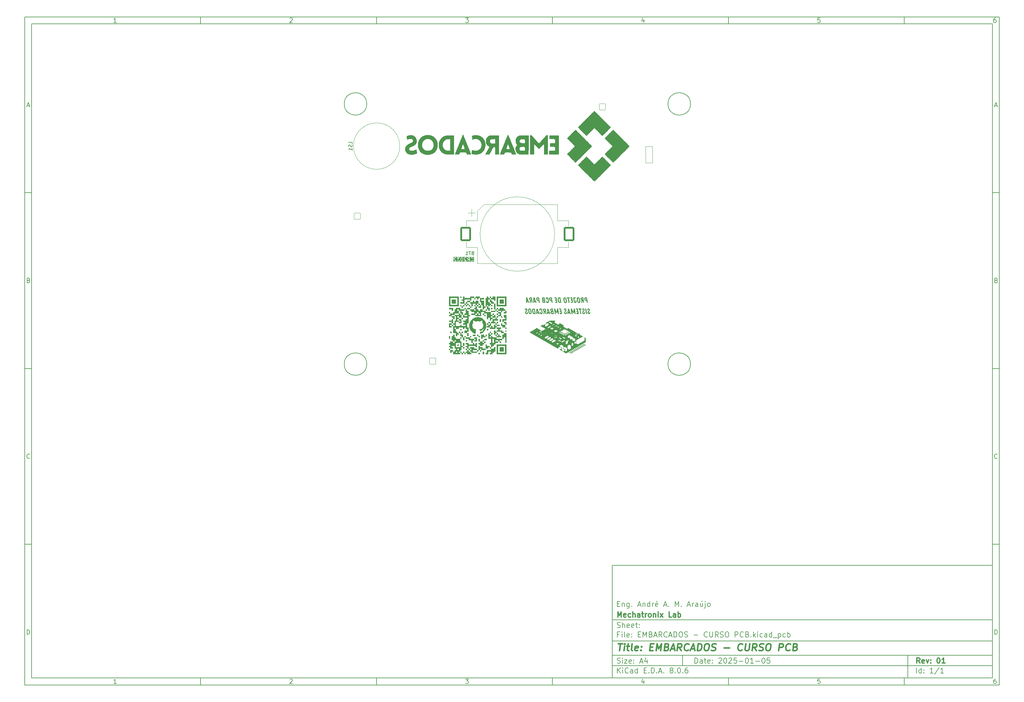
<source format=gbr>
%TF.GenerationSoftware,KiCad,Pcbnew,8.0.6*%
%TF.CreationDate,2025-01-05T13:15:26-03:00*%
%TF.ProjectId,EMBARCADOS - CURSO PCB,454d4241-5243-4414-944f-53202d204355,01*%
%TF.SameCoordinates,Original*%
%TF.FileFunction,Legend,Bot*%
%TF.FilePolarity,Positive*%
%FSLAX46Y46*%
G04 Gerber Fmt 4.6, Leading zero omitted, Abs format (unit mm)*
G04 Created by KiCad (PCBNEW 8.0.6) date 2025-01-05 13:15:26*
%MOMM*%
%LPD*%
G01*
G04 APERTURE LIST*
G04 Aperture macros list*
%AMRoundRect*
0 Rectangle with rounded corners*
0 $1 Rounding radius*
0 $2 $3 $4 $5 $6 $7 $8 $9 X,Y pos of 4 corners*
0 Add a 4 corners polygon primitive as box body*
4,1,4,$2,$3,$4,$5,$6,$7,$8,$9,$2,$3,0*
0 Add four circle primitives for the rounded corners*
1,1,$1+$1,$2,$3*
1,1,$1+$1,$4,$5*
1,1,$1+$1,$6,$7*
1,1,$1+$1,$8,$9*
0 Add four rect primitives between the rounded corners*
20,1,$1+$1,$2,$3,$4,$5,0*
20,1,$1+$1,$4,$5,$6,$7,0*
20,1,$1+$1,$6,$7,$8,$9,0*
20,1,$1+$1,$8,$9,$2,$3,0*%
G04 Aperture macros list end*
%ADD10C,0.100000*%
%ADD11C,0.150000*%
%ADD12C,0.300000*%
%ADD13C,0.400000*%
%ADD14C,0.000000*%
%ADD15C,0.120000*%
%ADD16C,2.076000*%
%ADD17C,3.276000*%
%ADD18RoundRect,0.038000X-0.850000X0.850000X-0.850000X-0.850000X0.850000X-0.850000X0.850000X0.850000X0*%
%ADD19O,1.776000X1.776000*%
%ADD20C,0.726000*%
%ADD21O,2.176000X1.076000*%
%ADD22O,1.876000X1.076000*%
%ADD23RoundRect,0.038000X-0.850000X-0.850000X0.850000X-0.850000X0.850000X0.850000X-0.850000X0.850000X0*%
%ADD24RoundRect,0.038000X0.850000X-0.850000X0.850000X0.850000X-0.850000X0.850000X-0.850000X-0.850000X0*%
%ADD25RoundRect,0.038000X1.000000X-2.300000X1.000000X2.300000X-1.000000X2.300000X-1.000000X-2.300000X0*%
%ADD26O,2.076000X4.276000*%
%ADD27O,4.276000X2.076000*%
%ADD28C,1.576000*%
%ADD29RoundRect,0.256333X1.281667X1.781667X-1.281667X1.781667X-1.281667X-1.781667X1.281667X-1.781667X0*%
G04 APERTURE END LIST*
D10*
D11*
X177002200Y-166007200D02*
X285002200Y-166007200D01*
X285002200Y-198007200D01*
X177002200Y-198007200D01*
X177002200Y-166007200D01*
D10*
D11*
X10000000Y-10000000D02*
X287002200Y-10000000D01*
X287002200Y-200007200D01*
X10000000Y-200007200D01*
X10000000Y-10000000D01*
D10*
D11*
X12000000Y-12000000D02*
X285002200Y-12000000D01*
X285002200Y-198007200D01*
X12000000Y-198007200D01*
X12000000Y-12000000D01*
D10*
D11*
X60000000Y-12000000D02*
X60000000Y-10000000D01*
D10*
D11*
X110000000Y-12000000D02*
X110000000Y-10000000D01*
D10*
D11*
X160000000Y-12000000D02*
X160000000Y-10000000D01*
D10*
D11*
X210000000Y-12000000D02*
X210000000Y-10000000D01*
D10*
D11*
X260000000Y-12000000D02*
X260000000Y-10000000D01*
D10*
D11*
X36089160Y-11593604D02*
X35346303Y-11593604D01*
X35717731Y-11593604D02*
X35717731Y-10293604D01*
X35717731Y-10293604D02*
X35593922Y-10479319D01*
X35593922Y-10479319D02*
X35470112Y-10603128D01*
X35470112Y-10603128D02*
X35346303Y-10665033D01*
D10*
D11*
X85346303Y-10417414D02*
X85408207Y-10355509D01*
X85408207Y-10355509D02*
X85532017Y-10293604D01*
X85532017Y-10293604D02*
X85841541Y-10293604D01*
X85841541Y-10293604D02*
X85965350Y-10355509D01*
X85965350Y-10355509D02*
X86027255Y-10417414D01*
X86027255Y-10417414D02*
X86089160Y-10541223D01*
X86089160Y-10541223D02*
X86089160Y-10665033D01*
X86089160Y-10665033D02*
X86027255Y-10850747D01*
X86027255Y-10850747D02*
X85284398Y-11593604D01*
X85284398Y-11593604D02*
X86089160Y-11593604D01*
D10*
D11*
X135284398Y-10293604D02*
X136089160Y-10293604D01*
X136089160Y-10293604D02*
X135655826Y-10788842D01*
X135655826Y-10788842D02*
X135841541Y-10788842D01*
X135841541Y-10788842D02*
X135965350Y-10850747D01*
X135965350Y-10850747D02*
X136027255Y-10912652D01*
X136027255Y-10912652D02*
X136089160Y-11036461D01*
X136089160Y-11036461D02*
X136089160Y-11345985D01*
X136089160Y-11345985D02*
X136027255Y-11469795D01*
X136027255Y-11469795D02*
X135965350Y-11531700D01*
X135965350Y-11531700D02*
X135841541Y-11593604D01*
X135841541Y-11593604D02*
X135470112Y-11593604D01*
X135470112Y-11593604D02*
X135346303Y-11531700D01*
X135346303Y-11531700D02*
X135284398Y-11469795D01*
D10*
D11*
X185965350Y-10726938D02*
X185965350Y-11593604D01*
X185655826Y-10231700D02*
X185346303Y-11160271D01*
X185346303Y-11160271D02*
X186151064Y-11160271D01*
D10*
D11*
X236027255Y-10293604D02*
X235408207Y-10293604D01*
X235408207Y-10293604D02*
X235346303Y-10912652D01*
X235346303Y-10912652D02*
X235408207Y-10850747D01*
X235408207Y-10850747D02*
X235532017Y-10788842D01*
X235532017Y-10788842D02*
X235841541Y-10788842D01*
X235841541Y-10788842D02*
X235965350Y-10850747D01*
X235965350Y-10850747D02*
X236027255Y-10912652D01*
X236027255Y-10912652D02*
X236089160Y-11036461D01*
X236089160Y-11036461D02*
X236089160Y-11345985D01*
X236089160Y-11345985D02*
X236027255Y-11469795D01*
X236027255Y-11469795D02*
X235965350Y-11531700D01*
X235965350Y-11531700D02*
X235841541Y-11593604D01*
X235841541Y-11593604D02*
X235532017Y-11593604D01*
X235532017Y-11593604D02*
X235408207Y-11531700D01*
X235408207Y-11531700D02*
X235346303Y-11469795D01*
D10*
D11*
X285965350Y-10293604D02*
X285717731Y-10293604D01*
X285717731Y-10293604D02*
X285593922Y-10355509D01*
X285593922Y-10355509D02*
X285532017Y-10417414D01*
X285532017Y-10417414D02*
X285408207Y-10603128D01*
X285408207Y-10603128D02*
X285346303Y-10850747D01*
X285346303Y-10850747D02*
X285346303Y-11345985D01*
X285346303Y-11345985D02*
X285408207Y-11469795D01*
X285408207Y-11469795D02*
X285470112Y-11531700D01*
X285470112Y-11531700D02*
X285593922Y-11593604D01*
X285593922Y-11593604D02*
X285841541Y-11593604D01*
X285841541Y-11593604D02*
X285965350Y-11531700D01*
X285965350Y-11531700D02*
X286027255Y-11469795D01*
X286027255Y-11469795D02*
X286089160Y-11345985D01*
X286089160Y-11345985D02*
X286089160Y-11036461D01*
X286089160Y-11036461D02*
X286027255Y-10912652D01*
X286027255Y-10912652D02*
X285965350Y-10850747D01*
X285965350Y-10850747D02*
X285841541Y-10788842D01*
X285841541Y-10788842D02*
X285593922Y-10788842D01*
X285593922Y-10788842D02*
X285470112Y-10850747D01*
X285470112Y-10850747D02*
X285408207Y-10912652D01*
X285408207Y-10912652D02*
X285346303Y-11036461D01*
D10*
D11*
X60000000Y-198007200D02*
X60000000Y-200007200D01*
D10*
D11*
X110000000Y-198007200D02*
X110000000Y-200007200D01*
D10*
D11*
X160000000Y-198007200D02*
X160000000Y-200007200D01*
D10*
D11*
X210000000Y-198007200D02*
X210000000Y-200007200D01*
D10*
D11*
X260000000Y-198007200D02*
X260000000Y-200007200D01*
D10*
D11*
X36089160Y-199600804D02*
X35346303Y-199600804D01*
X35717731Y-199600804D02*
X35717731Y-198300804D01*
X35717731Y-198300804D02*
X35593922Y-198486519D01*
X35593922Y-198486519D02*
X35470112Y-198610328D01*
X35470112Y-198610328D02*
X35346303Y-198672233D01*
D10*
D11*
X85346303Y-198424614D02*
X85408207Y-198362709D01*
X85408207Y-198362709D02*
X85532017Y-198300804D01*
X85532017Y-198300804D02*
X85841541Y-198300804D01*
X85841541Y-198300804D02*
X85965350Y-198362709D01*
X85965350Y-198362709D02*
X86027255Y-198424614D01*
X86027255Y-198424614D02*
X86089160Y-198548423D01*
X86089160Y-198548423D02*
X86089160Y-198672233D01*
X86089160Y-198672233D02*
X86027255Y-198857947D01*
X86027255Y-198857947D02*
X85284398Y-199600804D01*
X85284398Y-199600804D02*
X86089160Y-199600804D01*
D10*
D11*
X135284398Y-198300804D02*
X136089160Y-198300804D01*
X136089160Y-198300804D02*
X135655826Y-198796042D01*
X135655826Y-198796042D02*
X135841541Y-198796042D01*
X135841541Y-198796042D02*
X135965350Y-198857947D01*
X135965350Y-198857947D02*
X136027255Y-198919852D01*
X136027255Y-198919852D02*
X136089160Y-199043661D01*
X136089160Y-199043661D02*
X136089160Y-199353185D01*
X136089160Y-199353185D02*
X136027255Y-199476995D01*
X136027255Y-199476995D02*
X135965350Y-199538900D01*
X135965350Y-199538900D02*
X135841541Y-199600804D01*
X135841541Y-199600804D02*
X135470112Y-199600804D01*
X135470112Y-199600804D02*
X135346303Y-199538900D01*
X135346303Y-199538900D02*
X135284398Y-199476995D01*
D10*
D11*
X185965350Y-198734138D02*
X185965350Y-199600804D01*
X185655826Y-198238900D02*
X185346303Y-199167471D01*
X185346303Y-199167471D02*
X186151064Y-199167471D01*
D10*
D11*
X236027255Y-198300804D02*
X235408207Y-198300804D01*
X235408207Y-198300804D02*
X235346303Y-198919852D01*
X235346303Y-198919852D02*
X235408207Y-198857947D01*
X235408207Y-198857947D02*
X235532017Y-198796042D01*
X235532017Y-198796042D02*
X235841541Y-198796042D01*
X235841541Y-198796042D02*
X235965350Y-198857947D01*
X235965350Y-198857947D02*
X236027255Y-198919852D01*
X236027255Y-198919852D02*
X236089160Y-199043661D01*
X236089160Y-199043661D02*
X236089160Y-199353185D01*
X236089160Y-199353185D02*
X236027255Y-199476995D01*
X236027255Y-199476995D02*
X235965350Y-199538900D01*
X235965350Y-199538900D02*
X235841541Y-199600804D01*
X235841541Y-199600804D02*
X235532017Y-199600804D01*
X235532017Y-199600804D02*
X235408207Y-199538900D01*
X235408207Y-199538900D02*
X235346303Y-199476995D01*
D10*
D11*
X285965350Y-198300804D02*
X285717731Y-198300804D01*
X285717731Y-198300804D02*
X285593922Y-198362709D01*
X285593922Y-198362709D02*
X285532017Y-198424614D01*
X285532017Y-198424614D02*
X285408207Y-198610328D01*
X285408207Y-198610328D02*
X285346303Y-198857947D01*
X285346303Y-198857947D02*
X285346303Y-199353185D01*
X285346303Y-199353185D02*
X285408207Y-199476995D01*
X285408207Y-199476995D02*
X285470112Y-199538900D01*
X285470112Y-199538900D02*
X285593922Y-199600804D01*
X285593922Y-199600804D02*
X285841541Y-199600804D01*
X285841541Y-199600804D02*
X285965350Y-199538900D01*
X285965350Y-199538900D02*
X286027255Y-199476995D01*
X286027255Y-199476995D02*
X286089160Y-199353185D01*
X286089160Y-199353185D02*
X286089160Y-199043661D01*
X286089160Y-199043661D02*
X286027255Y-198919852D01*
X286027255Y-198919852D02*
X285965350Y-198857947D01*
X285965350Y-198857947D02*
X285841541Y-198796042D01*
X285841541Y-198796042D02*
X285593922Y-198796042D01*
X285593922Y-198796042D02*
X285470112Y-198857947D01*
X285470112Y-198857947D02*
X285408207Y-198919852D01*
X285408207Y-198919852D02*
X285346303Y-199043661D01*
D10*
D11*
X10000000Y-60000000D02*
X12000000Y-60000000D01*
D10*
D11*
X10000000Y-110000000D02*
X12000000Y-110000000D01*
D10*
D11*
X10000000Y-160000000D02*
X12000000Y-160000000D01*
D10*
D11*
X10690476Y-35222176D02*
X11309523Y-35222176D01*
X10566666Y-35593604D02*
X10999999Y-34293604D01*
X10999999Y-34293604D02*
X11433333Y-35593604D01*
D10*
D11*
X11092857Y-84912652D02*
X11278571Y-84974557D01*
X11278571Y-84974557D02*
X11340476Y-85036461D01*
X11340476Y-85036461D02*
X11402380Y-85160271D01*
X11402380Y-85160271D02*
X11402380Y-85345985D01*
X11402380Y-85345985D02*
X11340476Y-85469795D01*
X11340476Y-85469795D02*
X11278571Y-85531700D01*
X11278571Y-85531700D02*
X11154761Y-85593604D01*
X11154761Y-85593604D02*
X10659523Y-85593604D01*
X10659523Y-85593604D02*
X10659523Y-84293604D01*
X10659523Y-84293604D02*
X11092857Y-84293604D01*
X11092857Y-84293604D02*
X11216666Y-84355509D01*
X11216666Y-84355509D02*
X11278571Y-84417414D01*
X11278571Y-84417414D02*
X11340476Y-84541223D01*
X11340476Y-84541223D02*
X11340476Y-84665033D01*
X11340476Y-84665033D02*
X11278571Y-84788842D01*
X11278571Y-84788842D02*
X11216666Y-84850747D01*
X11216666Y-84850747D02*
X11092857Y-84912652D01*
X11092857Y-84912652D02*
X10659523Y-84912652D01*
D10*
D11*
X11402380Y-135469795D02*
X11340476Y-135531700D01*
X11340476Y-135531700D02*
X11154761Y-135593604D01*
X11154761Y-135593604D02*
X11030952Y-135593604D01*
X11030952Y-135593604D02*
X10845238Y-135531700D01*
X10845238Y-135531700D02*
X10721428Y-135407890D01*
X10721428Y-135407890D02*
X10659523Y-135284080D01*
X10659523Y-135284080D02*
X10597619Y-135036461D01*
X10597619Y-135036461D02*
X10597619Y-134850747D01*
X10597619Y-134850747D02*
X10659523Y-134603128D01*
X10659523Y-134603128D02*
X10721428Y-134479319D01*
X10721428Y-134479319D02*
X10845238Y-134355509D01*
X10845238Y-134355509D02*
X11030952Y-134293604D01*
X11030952Y-134293604D02*
X11154761Y-134293604D01*
X11154761Y-134293604D02*
X11340476Y-134355509D01*
X11340476Y-134355509D02*
X11402380Y-134417414D01*
D10*
D11*
X10659523Y-185593604D02*
X10659523Y-184293604D01*
X10659523Y-184293604D02*
X10969047Y-184293604D01*
X10969047Y-184293604D02*
X11154761Y-184355509D01*
X11154761Y-184355509D02*
X11278571Y-184479319D01*
X11278571Y-184479319D02*
X11340476Y-184603128D01*
X11340476Y-184603128D02*
X11402380Y-184850747D01*
X11402380Y-184850747D02*
X11402380Y-185036461D01*
X11402380Y-185036461D02*
X11340476Y-185284080D01*
X11340476Y-185284080D02*
X11278571Y-185407890D01*
X11278571Y-185407890D02*
X11154761Y-185531700D01*
X11154761Y-185531700D02*
X10969047Y-185593604D01*
X10969047Y-185593604D02*
X10659523Y-185593604D01*
D10*
D11*
X287002200Y-60000000D02*
X285002200Y-60000000D01*
D10*
D11*
X287002200Y-110000000D02*
X285002200Y-110000000D01*
D10*
D11*
X287002200Y-160000000D02*
X285002200Y-160000000D01*
D10*
D11*
X285692676Y-35222176D02*
X286311723Y-35222176D01*
X285568866Y-35593604D02*
X286002199Y-34293604D01*
X286002199Y-34293604D02*
X286435533Y-35593604D01*
D10*
D11*
X286095057Y-84912652D02*
X286280771Y-84974557D01*
X286280771Y-84974557D02*
X286342676Y-85036461D01*
X286342676Y-85036461D02*
X286404580Y-85160271D01*
X286404580Y-85160271D02*
X286404580Y-85345985D01*
X286404580Y-85345985D02*
X286342676Y-85469795D01*
X286342676Y-85469795D02*
X286280771Y-85531700D01*
X286280771Y-85531700D02*
X286156961Y-85593604D01*
X286156961Y-85593604D02*
X285661723Y-85593604D01*
X285661723Y-85593604D02*
X285661723Y-84293604D01*
X285661723Y-84293604D02*
X286095057Y-84293604D01*
X286095057Y-84293604D02*
X286218866Y-84355509D01*
X286218866Y-84355509D02*
X286280771Y-84417414D01*
X286280771Y-84417414D02*
X286342676Y-84541223D01*
X286342676Y-84541223D02*
X286342676Y-84665033D01*
X286342676Y-84665033D02*
X286280771Y-84788842D01*
X286280771Y-84788842D02*
X286218866Y-84850747D01*
X286218866Y-84850747D02*
X286095057Y-84912652D01*
X286095057Y-84912652D02*
X285661723Y-84912652D01*
D10*
D11*
X286404580Y-135469795D02*
X286342676Y-135531700D01*
X286342676Y-135531700D02*
X286156961Y-135593604D01*
X286156961Y-135593604D02*
X286033152Y-135593604D01*
X286033152Y-135593604D02*
X285847438Y-135531700D01*
X285847438Y-135531700D02*
X285723628Y-135407890D01*
X285723628Y-135407890D02*
X285661723Y-135284080D01*
X285661723Y-135284080D02*
X285599819Y-135036461D01*
X285599819Y-135036461D02*
X285599819Y-134850747D01*
X285599819Y-134850747D02*
X285661723Y-134603128D01*
X285661723Y-134603128D02*
X285723628Y-134479319D01*
X285723628Y-134479319D02*
X285847438Y-134355509D01*
X285847438Y-134355509D02*
X286033152Y-134293604D01*
X286033152Y-134293604D02*
X286156961Y-134293604D01*
X286156961Y-134293604D02*
X286342676Y-134355509D01*
X286342676Y-134355509D02*
X286404580Y-134417414D01*
D10*
D11*
X285661723Y-185593604D02*
X285661723Y-184293604D01*
X285661723Y-184293604D02*
X285971247Y-184293604D01*
X285971247Y-184293604D02*
X286156961Y-184355509D01*
X286156961Y-184355509D02*
X286280771Y-184479319D01*
X286280771Y-184479319D02*
X286342676Y-184603128D01*
X286342676Y-184603128D02*
X286404580Y-184850747D01*
X286404580Y-184850747D02*
X286404580Y-185036461D01*
X286404580Y-185036461D02*
X286342676Y-185284080D01*
X286342676Y-185284080D02*
X286280771Y-185407890D01*
X286280771Y-185407890D02*
X286156961Y-185531700D01*
X286156961Y-185531700D02*
X285971247Y-185593604D01*
X285971247Y-185593604D02*
X285661723Y-185593604D01*
D10*
D11*
X200458026Y-193793328D02*
X200458026Y-192293328D01*
X200458026Y-192293328D02*
X200815169Y-192293328D01*
X200815169Y-192293328D02*
X201029455Y-192364757D01*
X201029455Y-192364757D02*
X201172312Y-192507614D01*
X201172312Y-192507614D02*
X201243741Y-192650471D01*
X201243741Y-192650471D02*
X201315169Y-192936185D01*
X201315169Y-192936185D02*
X201315169Y-193150471D01*
X201315169Y-193150471D02*
X201243741Y-193436185D01*
X201243741Y-193436185D02*
X201172312Y-193579042D01*
X201172312Y-193579042D02*
X201029455Y-193721900D01*
X201029455Y-193721900D02*
X200815169Y-193793328D01*
X200815169Y-193793328D02*
X200458026Y-193793328D01*
X202600884Y-193793328D02*
X202600884Y-193007614D01*
X202600884Y-193007614D02*
X202529455Y-192864757D01*
X202529455Y-192864757D02*
X202386598Y-192793328D01*
X202386598Y-192793328D02*
X202100884Y-192793328D01*
X202100884Y-192793328D02*
X201958026Y-192864757D01*
X202600884Y-193721900D02*
X202458026Y-193793328D01*
X202458026Y-193793328D02*
X202100884Y-193793328D01*
X202100884Y-193793328D02*
X201958026Y-193721900D01*
X201958026Y-193721900D02*
X201886598Y-193579042D01*
X201886598Y-193579042D02*
X201886598Y-193436185D01*
X201886598Y-193436185D02*
X201958026Y-193293328D01*
X201958026Y-193293328D02*
X202100884Y-193221900D01*
X202100884Y-193221900D02*
X202458026Y-193221900D01*
X202458026Y-193221900D02*
X202600884Y-193150471D01*
X203100884Y-192793328D02*
X203672312Y-192793328D01*
X203315169Y-192293328D02*
X203315169Y-193579042D01*
X203315169Y-193579042D02*
X203386598Y-193721900D01*
X203386598Y-193721900D02*
X203529455Y-193793328D01*
X203529455Y-193793328D02*
X203672312Y-193793328D01*
X204743741Y-193721900D02*
X204600884Y-193793328D01*
X204600884Y-193793328D02*
X204315170Y-193793328D01*
X204315170Y-193793328D02*
X204172312Y-193721900D01*
X204172312Y-193721900D02*
X204100884Y-193579042D01*
X204100884Y-193579042D02*
X204100884Y-193007614D01*
X204100884Y-193007614D02*
X204172312Y-192864757D01*
X204172312Y-192864757D02*
X204315170Y-192793328D01*
X204315170Y-192793328D02*
X204600884Y-192793328D01*
X204600884Y-192793328D02*
X204743741Y-192864757D01*
X204743741Y-192864757D02*
X204815170Y-193007614D01*
X204815170Y-193007614D02*
X204815170Y-193150471D01*
X204815170Y-193150471D02*
X204100884Y-193293328D01*
X205458026Y-193650471D02*
X205529455Y-193721900D01*
X205529455Y-193721900D02*
X205458026Y-193793328D01*
X205458026Y-193793328D02*
X205386598Y-193721900D01*
X205386598Y-193721900D02*
X205458026Y-193650471D01*
X205458026Y-193650471D02*
X205458026Y-193793328D01*
X205458026Y-192864757D02*
X205529455Y-192936185D01*
X205529455Y-192936185D02*
X205458026Y-193007614D01*
X205458026Y-193007614D02*
X205386598Y-192936185D01*
X205386598Y-192936185D02*
X205458026Y-192864757D01*
X205458026Y-192864757D02*
X205458026Y-193007614D01*
X207243741Y-192436185D02*
X207315169Y-192364757D01*
X207315169Y-192364757D02*
X207458027Y-192293328D01*
X207458027Y-192293328D02*
X207815169Y-192293328D01*
X207815169Y-192293328D02*
X207958027Y-192364757D01*
X207958027Y-192364757D02*
X208029455Y-192436185D01*
X208029455Y-192436185D02*
X208100884Y-192579042D01*
X208100884Y-192579042D02*
X208100884Y-192721900D01*
X208100884Y-192721900D02*
X208029455Y-192936185D01*
X208029455Y-192936185D02*
X207172312Y-193793328D01*
X207172312Y-193793328D02*
X208100884Y-193793328D01*
X209029455Y-192293328D02*
X209172312Y-192293328D01*
X209172312Y-192293328D02*
X209315169Y-192364757D01*
X209315169Y-192364757D02*
X209386598Y-192436185D01*
X209386598Y-192436185D02*
X209458026Y-192579042D01*
X209458026Y-192579042D02*
X209529455Y-192864757D01*
X209529455Y-192864757D02*
X209529455Y-193221900D01*
X209529455Y-193221900D02*
X209458026Y-193507614D01*
X209458026Y-193507614D02*
X209386598Y-193650471D01*
X209386598Y-193650471D02*
X209315169Y-193721900D01*
X209315169Y-193721900D02*
X209172312Y-193793328D01*
X209172312Y-193793328D02*
X209029455Y-193793328D01*
X209029455Y-193793328D02*
X208886598Y-193721900D01*
X208886598Y-193721900D02*
X208815169Y-193650471D01*
X208815169Y-193650471D02*
X208743740Y-193507614D01*
X208743740Y-193507614D02*
X208672312Y-193221900D01*
X208672312Y-193221900D02*
X208672312Y-192864757D01*
X208672312Y-192864757D02*
X208743740Y-192579042D01*
X208743740Y-192579042D02*
X208815169Y-192436185D01*
X208815169Y-192436185D02*
X208886598Y-192364757D01*
X208886598Y-192364757D02*
X209029455Y-192293328D01*
X210100883Y-192436185D02*
X210172311Y-192364757D01*
X210172311Y-192364757D02*
X210315169Y-192293328D01*
X210315169Y-192293328D02*
X210672311Y-192293328D01*
X210672311Y-192293328D02*
X210815169Y-192364757D01*
X210815169Y-192364757D02*
X210886597Y-192436185D01*
X210886597Y-192436185D02*
X210958026Y-192579042D01*
X210958026Y-192579042D02*
X210958026Y-192721900D01*
X210958026Y-192721900D02*
X210886597Y-192936185D01*
X210886597Y-192936185D02*
X210029454Y-193793328D01*
X210029454Y-193793328D02*
X210958026Y-193793328D01*
X212315168Y-192293328D02*
X211600882Y-192293328D01*
X211600882Y-192293328D02*
X211529454Y-193007614D01*
X211529454Y-193007614D02*
X211600882Y-192936185D01*
X211600882Y-192936185D02*
X211743740Y-192864757D01*
X211743740Y-192864757D02*
X212100882Y-192864757D01*
X212100882Y-192864757D02*
X212243740Y-192936185D01*
X212243740Y-192936185D02*
X212315168Y-193007614D01*
X212315168Y-193007614D02*
X212386597Y-193150471D01*
X212386597Y-193150471D02*
X212386597Y-193507614D01*
X212386597Y-193507614D02*
X212315168Y-193650471D01*
X212315168Y-193650471D02*
X212243740Y-193721900D01*
X212243740Y-193721900D02*
X212100882Y-193793328D01*
X212100882Y-193793328D02*
X211743740Y-193793328D01*
X211743740Y-193793328D02*
X211600882Y-193721900D01*
X211600882Y-193721900D02*
X211529454Y-193650471D01*
X213029453Y-193221900D02*
X214172311Y-193221900D01*
X215172311Y-192293328D02*
X215315168Y-192293328D01*
X215315168Y-192293328D02*
X215458025Y-192364757D01*
X215458025Y-192364757D02*
X215529454Y-192436185D01*
X215529454Y-192436185D02*
X215600882Y-192579042D01*
X215600882Y-192579042D02*
X215672311Y-192864757D01*
X215672311Y-192864757D02*
X215672311Y-193221900D01*
X215672311Y-193221900D02*
X215600882Y-193507614D01*
X215600882Y-193507614D02*
X215529454Y-193650471D01*
X215529454Y-193650471D02*
X215458025Y-193721900D01*
X215458025Y-193721900D02*
X215315168Y-193793328D01*
X215315168Y-193793328D02*
X215172311Y-193793328D01*
X215172311Y-193793328D02*
X215029454Y-193721900D01*
X215029454Y-193721900D02*
X214958025Y-193650471D01*
X214958025Y-193650471D02*
X214886596Y-193507614D01*
X214886596Y-193507614D02*
X214815168Y-193221900D01*
X214815168Y-193221900D02*
X214815168Y-192864757D01*
X214815168Y-192864757D02*
X214886596Y-192579042D01*
X214886596Y-192579042D02*
X214958025Y-192436185D01*
X214958025Y-192436185D02*
X215029454Y-192364757D01*
X215029454Y-192364757D02*
X215172311Y-192293328D01*
X217100882Y-193793328D02*
X216243739Y-193793328D01*
X216672310Y-193793328D02*
X216672310Y-192293328D01*
X216672310Y-192293328D02*
X216529453Y-192507614D01*
X216529453Y-192507614D02*
X216386596Y-192650471D01*
X216386596Y-192650471D02*
X216243739Y-192721900D01*
X217743738Y-193221900D02*
X218886596Y-193221900D01*
X219886596Y-192293328D02*
X220029453Y-192293328D01*
X220029453Y-192293328D02*
X220172310Y-192364757D01*
X220172310Y-192364757D02*
X220243739Y-192436185D01*
X220243739Y-192436185D02*
X220315167Y-192579042D01*
X220315167Y-192579042D02*
X220386596Y-192864757D01*
X220386596Y-192864757D02*
X220386596Y-193221900D01*
X220386596Y-193221900D02*
X220315167Y-193507614D01*
X220315167Y-193507614D02*
X220243739Y-193650471D01*
X220243739Y-193650471D02*
X220172310Y-193721900D01*
X220172310Y-193721900D02*
X220029453Y-193793328D01*
X220029453Y-193793328D02*
X219886596Y-193793328D01*
X219886596Y-193793328D02*
X219743739Y-193721900D01*
X219743739Y-193721900D02*
X219672310Y-193650471D01*
X219672310Y-193650471D02*
X219600881Y-193507614D01*
X219600881Y-193507614D02*
X219529453Y-193221900D01*
X219529453Y-193221900D02*
X219529453Y-192864757D01*
X219529453Y-192864757D02*
X219600881Y-192579042D01*
X219600881Y-192579042D02*
X219672310Y-192436185D01*
X219672310Y-192436185D02*
X219743739Y-192364757D01*
X219743739Y-192364757D02*
X219886596Y-192293328D01*
X221743738Y-192293328D02*
X221029452Y-192293328D01*
X221029452Y-192293328D02*
X220958024Y-193007614D01*
X220958024Y-193007614D02*
X221029452Y-192936185D01*
X221029452Y-192936185D02*
X221172310Y-192864757D01*
X221172310Y-192864757D02*
X221529452Y-192864757D01*
X221529452Y-192864757D02*
X221672310Y-192936185D01*
X221672310Y-192936185D02*
X221743738Y-193007614D01*
X221743738Y-193007614D02*
X221815167Y-193150471D01*
X221815167Y-193150471D02*
X221815167Y-193507614D01*
X221815167Y-193507614D02*
X221743738Y-193650471D01*
X221743738Y-193650471D02*
X221672310Y-193721900D01*
X221672310Y-193721900D02*
X221529452Y-193793328D01*
X221529452Y-193793328D02*
X221172310Y-193793328D01*
X221172310Y-193793328D02*
X221029452Y-193721900D01*
X221029452Y-193721900D02*
X220958024Y-193650471D01*
D10*
D11*
X177002200Y-194507200D02*
X285002200Y-194507200D01*
D10*
D11*
X178458026Y-196593328D02*
X178458026Y-195093328D01*
X179315169Y-196593328D02*
X178672312Y-195736185D01*
X179315169Y-195093328D02*
X178458026Y-195950471D01*
X179958026Y-196593328D02*
X179958026Y-195593328D01*
X179958026Y-195093328D02*
X179886598Y-195164757D01*
X179886598Y-195164757D02*
X179958026Y-195236185D01*
X179958026Y-195236185D02*
X180029455Y-195164757D01*
X180029455Y-195164757D02*
X179958026Y-195093328D01*
X179958026Y-195093328D02*
X179958026Y-195236185D01*
X181529455Y-196450471D02*
X181458027Y-196521900D01*
X181458027Y-196521900D02*
X181243741Y-196593328D01*
X181243741Y-196593328D02*
X181100884Y-196593328D01*
X181100884Y-196593328D02*
X180886598Y-196521900D01*
X180886598Y-196521900D02*
X180743741Y-196379042D01*
X180743741Y-196379042D02*
X180672312Y-196236185D01*
X180672312Y-196236185D02*
X180600884Y-195950471D01*
X180600884Y-195950471D02*
X180600884Y-195736185D01*
X180600884Y-195736185D02*
X180672312Y-195450471D01*
X180672312Y-195450471D02*
X180743741Y-195307614D01*
X180743741Y-195307614D02*
X180886598Y-195164757D01*
X180886598Y-195164757D02*
X181100884Y-195093328D01*
X181100884Y-195093328D02*
X181243741Y-195093328D01*
X181243741Y-195093328D02*
X181458027Y-195164757D01*
X181458027Y-195164757D02*
X181529455Y-195236185D01*
X182815170Y-196593328D02*
X182815170Y-195807614D01*
X182815170Y-195807614D02*
X182743741Y-195664757D01*
X182743741Y-195664757D02*
X182600884Y-195593328D01*
X182600884Y-195593328D02*
X182315170Y-195593328D01*
X182315170Y-195593328D02*
X182172312Y-195664757D01*
X182815170Y-196521900D02*
X182672312Y-196593328D01*
X182672312Y-196593328D02*
X182315170Y-196593328D01*
X182315170Y-196593328D02*
X182172312Y-196521900D01*
X182172312Y-196521900D02*
X182100884Y-196379042D01*
X182100884Y-196379042D02*
X182100884Y-196236185D01*
X182100884Y-196236185D02*
X182172312Y-196093328D01*
X182172312Y-196093328D02*
X182315170Y-196021900D01*
X182315170Y-196021900D02*
X182672312Y-196021900D01*
X182672312Y-196021900D02*
X182815170Y-195950471D01*
X184172313Y-196593328D02*
X184172313Y-195093328D01*
X184172313Y-196521900D02*
X184029455Y-196593328D01*
X184029455Y-196593328D02*
X183743741Y-196593328D01*
X183743741Y-196593328D02*
X183600884Y-196521900D01*
X183600884Y-196521900D02*
X183529455Y-196450471D01*
X183529455Y-196450471D02*
X183458027Y-196307614D01*
X183458027Y-196307614D02*
X183458027Y-195879042D01*
X183458027Y-195879042D02*
X183529455Y-195736185D01*
X183529455Y-195736185D02*
X183600884Y-195664757D01*
X183600884Y-195664757D02*
X183743741Y-195593328D01*
X183743741Y-195593328D02*
X184029455Y-195593328D01*
X184029455Y-195593328D02*
X184172313Y-195664757D01*
X186029455Y-195807614D02*
X186529455Y-195807614D01*
X186743741Y-196593328D02*
X186029455Y-196593328D01*
X186029455Y-196593328D02*
X186029455Y-195093328D01*
X186029455Y-195093328D02*
X186743741Y-195093328D01*
X187386598Y-196450471D02*
X187458027Y-196521900D01*
X187458027Y-196521900D02*
X187386598Y-196593328D01*
X187386598Y-196593328D02*
X187315170Y-196521900D01*
X187315170Y-196521900D02*
X187386598Y-196450471D01*
X187386598Y-196450471D02*
X187386598Y-196593328D01*
X188100884Y-196593328D02*
X188100884Y-195093328D01*
X188100884Y-195093328D02*
X188458027Y-195093328D01*
X188458027Y-195093328D02*
X188672313Y-195164757D01*
X188672313Y-195164757D02*
X188815170Y-195307614D01*
X188815170Y-195307614D02*
X188886599Y-195450471D01*
X188886599Y-195450471D02*
X188958027Y-195736185D01*
X188958027Y-195736185D02*
X188958027Y-195950471D01*
X188958027Y-195950471D02*
X188886599Y-196236185D01*
X188886599Y-196236185D02*
X188815170Y-196379042D01*
X188815170Y-196379042D02*
X188672313Y-196521900D01*
X188672313Y-196521900D02*
X188458027Y-196593328D01*
X188458027Y-196593328D02*
X188100884Y-196593328D01*
X189600884Y-196450471D02*
X189672313Y-196521900D01*
X189672313Y-196521900D02*
X189600884Y-196593328D01*
X189600884Y-196593328D02*
X189529456Y-196521900D01*
X189529456Y-196521900D02*
X189600884Y-196450471D01*
X189600884Y-196450471D02*
X189600884Y-196593328D01*
X190243742Y-196164757D02*
X190958028Y-196164757D01*
X190100885Y-196593328D02*
X190600885Y-195093328D01*
X190600885Y-195093328D02*
X191100885Y-196593328D01*
X191600884Y-196450471D02*
X191672313Y-196521900D01*
X191672313Y-196521900D02*
X191600884Y-196593328D01*
X191600884Y-196593328D02*
X191529456Y-196521900D01*
X191529456Y-196521900D02*
X191600884Y-196450471D01*
X191600884Y-196450471D02*
X191600884Y-196593328D01*
X193672313Y-195736185D02*
X193529456Y-195664757D01*
X193529456Y-195664757D02*
X193458027Y-195593328D01*
X193458027Y-195593328D02*
X193386599Y-195450471D01*
X193386599Y-195450471D02*
X193386599Y-195379042D01*
X193386599Y-195379042D02*
X193458027Y-195236185D01*
X193458027Y-195236185D02*
X193529456Y-195164757D01*
X193529456Y-195164757D02*
X193672313Y-195093328D01*
X193672313Y-195093328D02*
X193958027Y-195093328D01*
X193958027Y-195093328D02*
X194100885Y-195164757D01*
X194100885Y-195164757D02*
X194172313Y-195236185D01*
X194172313Y-195236185D02*
X194243742Y-195379042D01*
X194243742Y-195379042D02*
X194243742Y-195450471D01*
X194243742Y-195450471D02*
X194172313Y-195593328D01*
X194172313Y-195593328D02*
X194100885Y-195664757D01*
X194100885Y-195664757D02*
X193958027Y-195736185D01*
X193958027Y-195736185D02*
X193672313Y-195736185D01*
X193672313Y-195736185D02*
X193529456Y-195807614D01*
X193529456Y-195807614D02*
X193458027Y-195879042D01*
X193458027Y-195879042D02*
X193386599Y-196021900D01*
X193386599Y-196021900D02*
X193386599Y-196307614D01*
X193386599Y-196307614D02*
X193458027Y-196450471D01*
X193458027Y-196450471D02*
X193529456Y-196521900D01*
X193529456Y-196521900D02*
X193672313Y-196593328D01*
X193672313Y-196593328D02*
X193958027Y-196593328D01*
X193958027Y-196593328D02*
X194100885Y-196521900D01*
X194100885Y-196521900D02*
X194172313Y-196450471D01*
X194172313Y-196450471D02*
X194243742Y-196307614D01*
X194243742Y-196307614D02*
X194243742Y-196021900D01*
X194243742Y-196021900D02*
X194172313Y-195879042D01*
X194172313Y-195879042D02*
X194100885Y-195807614D01*
X194100885Y-195807614D02*
X193958027Y-195736185D01*
X194886598Y-196450471D02*
X194958027Y-196521900D01*
X194958027Y-196521900D02*
X194886598Y-196593328D01*
X194886598Y-196593328D02*
X194815170Y-196521900D01*
X194815170Y-196521900D02*
X194886598Y-196450471D01*
X194886598Y-196450471D02*
X194886598Y-196593328D01*
X195886599Y-195093328D02*
X196029456Y-195093328D01*
X196029456Y-195093328D02*
X196172313Y-195164757D01*
X196172313Y-195164757D02*
X196243742Y-195236185D01*
X196243742Y-195236185D02*
X196315170Y-195379042D01*
X196315170Y-195379042D02*
X196386599Y-195664757D01*
X196386599Y-195664757D02*
X196386599Y-196021900D01*
X196386599Y-196021900D02*
X196315170Y-196307614D01*
X196315170Y-196307614D02*
X196243742Y-196450471D01*
X196243742Y-196450471D02*
X196172313Y-196521900D01*
X196172313Y-196521900D02*
X196029456Y-196593328D01*
X196029456Y-196593328D02*
X195886599Y-196593328D01*
X195886599Y-196593328D02*
X195743742Y-196521900D01*
X195743742Y-196521900D02*
X195672313Y-196450471D01*
X195672313Y-196450471D02*
X195600884Y-196307614D01*
X195600884Y-196307614D02*
X195529456Y-196021900D01*
X195529456Y-196021900D02*
X195529456Y-195664757D01*
X195529456Y-195664757D02*
X195600884Y-195379042D01*
X195600884Y-195379042D02*
X195672313Y-195236185D01*
X195672313Y-195236185D02*
X195743742Y-195164757D01*
X195743742Y-195164757D02*
X195886599Y-195093328D01*
X197029455Y-196450471D02*
X197100884Y-196521900D01*
X197100884Y-196521900D02*
X197029455Y-196593328D01*
X197029455Y-196593328D02*
X196958027Y-196521900D01*
X196958027Y-196521900D02*
X197029455Y-196450471D01*
X197029455Y-196450471D02*
X197029455Y-196593328D01*
X198386599Y-195093328D02*
X198100884Y-195093328D01*
X198100884Y-195093328D02*
X197958027Y-195164757D01*
X197958027Y-195164757D02*
X197886599Y-195236185D01*
X197886599Y-195236185D02*
X197743741Y-195450471D01*
X197743741Y-195450471D02*
X197672313Y-195736185D01*
X197672313Y-195736185D02*
X197672313Y-196307614D01*
X197672313Y-196307614D02*
X197743741Y-196450471D01*
X197743741Y-196450471D02*
X197815170Y-196521900D01*
X197815170Y-196521900D02*
X197958027Y-196593328D01*
X197958027Y-196593328D02*
X198243741Y-196593328D01*
X198243741Y-196593328D02*
X198386599Y-196521900D01*
X198386599Y-196521900D02*
X198458027Y-196450471D01*
X198458027Y-196450471D02*
X198529456Y-196307614D01*
X198529456Y-196307614D02*
X198529456Y-195950471D01*
X198529456Y-195950471D02*
X198458027Y-195807614D01*
X198458027Y-195807614D02*
X198386599Y-195736185D01*
X198386599Y-195736185D02*
X198243741Y-195664757D01*
X198243741Y-195664757D02*
X197958027Y-195664757D01*
X197958027Y-195664757D02*
X197815170Y-195736185D01*
X197815170Y-195736185D02*
X197743741Y-195807614D01*
X197743741Y-195807614D02*
X197672313Y-195950471D01*
D10*
D11*
X177002200Y-191507200D02*
X285002200Y-191507200D01*
D10*
D12*
X264413853Y-193785528D02*
X263913853Y-193071242D01*
X263556710Y-193785528D02*
X263556710Y-192285528D01*
X263556710Y-192285528D02*
X264128139Y-192285528D01*
X264128139Y-192285528D02*
X264270996Y-192356957D01*
X264270996Y-192356957D02*
X264342425Y-192428385D01*
X264342425Y-192428385D02*
X264413853Y-192571242D01*
X264413853Y-192571242D02*
X264413853Y-192785528D01*
X264413853Y-192785528D02*
X264342425Y-192928385D01*
X264342425Y-192928385D02*
X264270996Y-192999814D01*
X264270996Y-192999814D02*
X264128139Y-193071242D01*
X264128139Y-193071242D02*
X263556710Y-193071242D01*
X265628139Y-193714100D02*
X265485282Y-193785528D01*
X265485282Y-193785528D02*
X265199568Y-193785528D01*
X265199568Y-193785528D02*
X265056710Y-193714100D01*
X265056710Y-193714100D02*
X264985282Y-193571242D01*
X264985282Y-193571242D02*
X264985282Y-192999814D01*
X264985282Y-192999814D02*
X265056710Y-192856957D01*
X265056710Y-192856957D02*
X265199568Y-192785528D01*
X265199568Y-192785528D02*
X265485282Y-192785528D01*
X265485282Y-192785528D02*
X265628139Y-192856957D01*
X265628139Y-192856957D02*
X265699568Y-192999814D01*
X265699568Y-192999814D02*
X265699568Y-193142671D01*
X265699568Y-193142671D02*
X264985282Y-193285528D01*
X266199567Y-192785528D02*
X266556710Y-193785528D01*
X266556710Y-193785528D02*
X266913853Y-192785528D01*
X267485281Y-193642671D02*
X267556710Y-193714100D01*
X267556710Y-193714100D02*
X267485281Y-193785528D01*
X267485281Y-193785528D02*
X267413853Y-193714100D01*
X267413853Y-193714100D02*
X267485281Y-193642671D01*
X267485281Y-193642671D02*
X267485281Y-193785528D01*
X267485281Y-192856957D02*
X267556710Y-192928385D01*
X267556710Y-192928385D02*
X267485281Y-192999814D01*
X267485281Y-192999814D02*
X267413853Y-192928385D01*
X267413853Y-192928385D02*
X267485281Y-192856957D01*
X267485281Y-192856957D02*
X267485281Y-192999814D01*
X269628139Y-192285528D02*
X269770996Y-192285528D01*
X269770996Y-192285528D02*
X269913853Y-192356957D01*
X269913853Y-192356957D02*
X269985282Y-192428385D01*
X269985282Y-192428385D02*
X270056710Y-192571242D01*
X270056710Y-192571242D02*
X270128139Y-192856957D01*
X270128139Y-192856957D02*
X270128139Y-193214100D01*
X270128139Y-193214100D02*
X270056710Y-193499814D01*
X270056710Y-193499814D02*
X269985282Y-193642671D01*
X269985282Y-193642671D02*
X269913853Y-193714100D01*
X269913853Y-193714100D02*
X269770996Y-193785528D01*
X269770996Y-193785528D02*
X269628139Y-193785528D01*
X269628139Y-193785528D02*
X269485282Y-193714100D01*
X269485282Y-193714100D02*
X269413853Y-193642671D01*
X269413853Y-193642671D02*
X269342424Y-193499814D01*
X269342424Y-193499814D02*
X269270996Y-193214100D01*
X269270996Y-193214100D02*
X269270996Y-192856957D01*
X269270996Y-192856957D02*
X269342424Y-192571242D01*
X269342424Y-192571242D02*
X269413853Y-192428385D01*
X269413853Y-192428385D02*
X269485282Y-192356957D01*
X269485282Y-192356957D02*
X269628139Y-192285528D01*
X271556710Y-193785528D02*
X270699567Y-193785528D01*
X271128138Y-193785528D02*
X271128138Y-192285528D01*
X271128138Y-192285528D02*
X270985281Y-192499814D01*
X270985281Y-192499814D02*
X270842424Y-192642671D01*
X270842424Y-192642671D02*
X270699567Y-192714100D01*
D10*
D11*
X178386598Y-193721900D02*
X178600884Y-193793328D01*
X178600884Y-193793328D02*
X178958026Y-193793328D01*
X178958026Y-193793328D02*
X179100884Y-193721900D01*
X179100884Y-193721900D02*
X179172312Y-193650471D01*
X179172312Y-193650471D02*
X179243741Y-193507614D01*
X179243741Y-193507614D02*
X179243741Y-193364757D01*
X179243741Y-193364757D02*
X179172312Y-193221900D01*
X179172312Y-193221900D02*
X179100884Y-193150471D01*
X179100884Y-193150471D02*
X178958026Y-193079042D01*
X178958026Y-193079042D02*
X178672312Y-193007614D01*
X178672312Y-193007614D02*
X178529455Y-192936185D01*
X178529455Y-192936185D02*
X178458026Y-192864757D01*
X178458026Y-192864757D02*
X178386598Y-192721900D01*
X178386598Y-192721900D02*
X178386598Y-192579042D01*
X178386598Y-192579042D02*
X178458026Y-192436185D01*
X178458026Y-192436185D02*
X178529455Y-192364757D01*
X178529455Y-192364757D02*
X178672312Y-192293328D01*
X178672312Y-192293328D02*
X179029455Y-192293328D01*
X179029455Y-192293328D02*
X179243741Y-192364757D01*
X179886597Y-193793328D02*
X179886597Y-192793328D01*
X179886597Y-192293328D02*
X179815169Y-192364757D01*
X179815169Y-192364757D02*
X179886597Y-192436185D01*
X179886597Y-192436185D02*
X179958026Y-192364757D01*
X179958026Y-192364757D02*
X179886597Y-192293328D01*
X179886597Y-192293328D02*
X179886597Y-192436185D01*
X180458026Y-192793328D02*
X181243741Y-192793328D01*
X181243741Y-192793328D02*
X180458026Y-193793328D01*
X180458026Y-193793328D02*
X181243741Y-193793328D01*
X182386598Y-193721900D02*
X182243741Y-193793328D01*
X182243741Y-193793328D02*
X181958027Y-193793328D01*
X181958027Y-193793328D02*
X181815169Y-193721900D01*
X181815169Y-193721900D02*
X181743741Y-193579042D01*
X181743741Y-193579042D02*
X181743741Y-193007614D01*
X181743741Y-193007614D02*
X181815169Y-192864757D01*
X181815169Y-192864757D02*
X181958027Y-192793328D01*
X181958027Y-192793328D02*
X182243741Y-192793328D01*
X182243741Y-192793328D02*
X182386598Y-192864757D01*
X182386598Y-192864757D02*
X182458027Y-193007614D01*
X182458027Y-193007614D02*
X182458027Y-193150471D01*
X182458027Y-193150471D02*
X181743741Y-193293328D01*
X183100883Y-193650471D02*
X183172312Y-193721900D01*
X183172312Y-193721900D02*
X183100883Y-193793328D01*
X183100883Y-193793328D02*
X183029455Y-193721900D01*
X183029455Y-193721900D02*
X183100883Y-193650471D01*
X183100883Y-193650471D02*
X183100883Y-193793328D01*
X183100883Y-192864757D02*
X183172312Y-192936185D01*
X183172312Y-192936185D02*
X183100883Y-193007614D01*
X183100883Y-193007614D02*
X183029455Y-192936185D01*
X183029455Y-192936185D02*
X183100883Y-192864757D01*
X183100883Y-192864757D02*
X183100883Y-193007614D01*
X184886598Y-193364757D02*
X185600884Y-193364757D01*
X184743741Y-193793328D02*
X185243741Y-192293328D01*
X185243741Y-192293328D02*
X185743741Y-193793328D01*
X186886598Y-192793328D02*
X186886598Y-193793328D01*
X186529455Y-192221900D02*
X186172312Y-193293328D01*
X186172312Y-193293328D02*
X187100883Y-193293328D01*
D10*
D11*
X263458026Y-196593328D02*
X263458026Y-195093328D01*
X264815170Y-196593328D02*
X264815170Y-195093328D01*
X264815170Y-196521900D02*
X264672312Y-196593328D01*
X264672312Y-196593328D02*
X264386598Y-196593328D01*
X264386598Y-196593328D02*
X264243741Y-196521900D01*
X264243741Y-196521900D02*
X264172312Y-196450471D01*
X264172312Y-196450471D02*
X264100884Y-196307614D01*
X264100884Y-196307614D02*
X264100884Y-195879042D01*
X264100884Y-195879042D02*
X264172312Y-195736185D01*
X264172312Y-195736185D02*
X264243741Y-195664757D01*
X264243741Y-195664757D02*
X264386598Y-195593328D01*
X264386598Y-195593328D02*
X264672312Y-195593328D01*
X264672312Y-195593328D02*
X264815170Y-195664757D01*
X265529455Y-196450471D02*
X265600884Y-196521900D01*
X265600884Y-196521900D02*
X265529455Y-196593328D01*
X265529455Y-196593328D02*
X265458027Y-196521900D01*
X265458027Y-196521900D02*
X265529455Y-196450471D01*
X265529455Y-196450471D02*
X265529455Y-196593328D01*
X265529455Y-195664757D02*
X265600884Y-195736185D01*
X265600884Y-195736185D02*
X265529455Y-195807614D01*
X265529455Y-195807614D02*
X265458027Y-195736185D01*
X265458027Y-195736185D02*
X265529455Y-195664757D01*
X265529455Y-195664757D02*
X265529455Y-195807614D01*
X268172313Y-196593328D02*
X267315170Y-196593328D01*
X267743741Y-196593328D02*
X267743741Y-195093328D01*
X267743741Y-195093328D02*
X267600884Y-195307614D01*
X267600884Y-195307614D02*
X267458027Y-195450471D01*
X267458027Y-195450471D02*
X267315170Y-195521900D01*
X269886598Y-195021900D02*
X268600884Y-196950471D01*
X271172313Y-196593328D02*
X270315170Y-196593328D01*
X270743741Y-196593328D02*
X270743741Y-195093328D01*
X270743741Y-195093328D02*
X270600884Y-195307614D01*
X270600884Y-195307614D02*
X270458027Y-195450471D01*
X270458027Y-195450471D02*
X270315170Y-195521900D01*
D10*
D11*
X177002200Y-187507200D02*
X285002200Y-187507200D01*
D10*
D13*
X178693928Y-188211638D02*
X179836785Y-188211638D01*
X179015357Y-190211638D02*
X179265357Y-188211638D01*
X180253452Y-190211638D02*
X180420119Y-188878304D01*
X180503452Y-188211638D02*
X180396309Y-188306876D01*
X180396309Y-188306876D02*
X180479643Y-188402114D01*
X180479643Y-188402114D02*
X180586786Y-188306876D01*
X180586786Y-188306876D02*
X180503452Y-188211638D01*
X180503452Y-188211638D02*
X180479643Y-188402114D01*
X181086786Y-188878304D02*
X181848690Y-188878304D01*
X181455833Y-188211638D02*
X181241548Y-189925923D01*
X181241548Y-189925923D02*
X181312976Y-190116400D01*
X181312976Y-190116400D02*
X181491548Y-190211638D01*
X181491548Y-190211638D02*
X181682024Y-190211638D01*
X182634405Y-190211638D02*
X182455833Y-190116400D01*
X182455833Y-190116400D02*
X182384405Y-189925923D01*
X182384405Y-189925923D02*
X182598690Y-188211638D01*
X184170119Y-190116400D02*
X183967738Y-190211638D01*
X183967738Y-190211638D02*
X183586785Y-190211638D01*
X183586785Y-190211638D02*
X183408214Y-190116400D01*
X183408214Y-190116400D02*
X183336785Y-189925923D01*
X183336785Y-189925923D02*
X183432024Y-189164019D01*
X183432024Y-189164019D02*
X183551071Y-188973542D01*
X183551071Y-188973542D02*
X183753452Y-188878304D01*
X183753452Y-188878304D02*
X184134404Y-188878304D01*
X184134404Y-188878304D02*
X184312976Y-188973542D01*
X184312976Y-188973542D02*
X184384404Y-189164019D01*
X184384404Y-189164019D02*
X184360595Y-189354495D01*
X184360595Y-189354495D02*
X183384404Y-189544971D01*
X185134405Y-190021161D02*
X185217738Y-190116400D01*
X185217738Y-190116400D02*
X185110595Y-190211638D01*
X185110595Y-190211638D02*
X185027262Y-190116400D01*
X185027262Y-190116400D02*
X185134405Y-190021161D01*
X185134405Y-190021161D02*
X185110595Y-190211638D01*
X185265357Y-188973542D02*
X185348690Y-189068780D01*
X185348690Y-189068780D02*
X185241548Y-189164019D01*
X185241548Y-189164019D02*
X185158214Y-189068780D01*
X185158214Y-189068780D02*
X185265357Y-188973542D01*
X185265357Y-188973542D02*
X185241548Y-189164019D01*
X187717739Y-189164019D02*
X188384405Y-189164019D01*
X188539167Y-190211638D02*
X187586786Y-190211638D01*
X187586786Y-190211638D02*
X187836786Y-188211638D01*
X187836786Y-188211638D02*
X188789167Y-188211638D01*
X189396310Y-190211638D02*
X189646310Y-188211638D01*
X189646310Y-188211638D02*
X190134405Y-189640209D01*
X190134405Y-189640209D02*
X190979644Y-188211638D01*
X190979644Y-188211638D02*
X190729644Y-190211638D01*
X192479643Y-189164019D02*
X192753453Y-189259257D01*
X192753453Y-189259257D02*
X192836786Y-189354495D01*
X192836786Y-189354495D02*
X192908215Y-189544971D01*
X192908215Y-189544971D02*
X192872500Y-189830685D01*
X192872500Y-189830685D02*
X192753453Y-190021161D01*
X192753453Y-190021161D02*
X192646310Y-190116400D01*
X192646310Y-190116400D02*
X192443929Y-190211638D01*
X192443929Y-190211638D02*
X191682024Y-190211638D01*
X191682024Y-190211638D02*
X191932024Y-188211638D01*
X191932024Y-188211638D02*
X192598691Y-188211638D01*
X192598691Y-188211638D02*
X192777262Y-188306876D01*
X192777262Y-188306876D02*
X192860596Y-188402114D01*
X192860596Y-188402114D02*
X192932024Y-188592590D01*
X192932024Y-188592590D02*
X192908215Y-188783066D01*
X192908215Y-188783066D02*
X192789167Y-188973542D01*
X192789167Y-188973542D02*
X192682024Y-189068780D01*
X192682024Y-189068780D02*
X192479643Y-189164019D01*
X192479643Y-189164019D02*
X191812977Y-189164019D01*
X193658215Y-189640209D02*
X194610596Y-189640209D01*
X193396310Y-190211638D02*
X194312977Y-188211638D01*
X194312977Y-188211638D02*
X194729643Y-190211638D01*
X196539167Y-190211638D02*
X195991548Y-189259257D01*
X195396310Y-190211638D02*
X195646310Y-188211638D01*
X195646310Y-188211638D02*
X196408215Y-188211638D01*
X196408215Y-188211638D02*
X196586786Y-188306876D01*
X196586786Y-188306876D02*
X196670120Y-188402114D01*
X196670120Y-188402114D02*
X196741548Y-188592590D01*
X196741548Y-188592590D02*
X196705834Y-188878304D01*
X196705834Y-188878304D02*
X196586786Y-189068780D01*
X196586786Y-189068780D02*
X196479644Y-189164019D01*
X196479644Y-189164019D02*
X196277263Y-189259257D01*
X196277263Y-189259257D02*
X195515358Y-189259257D01*
X198562977Y-190021161D02*
X198455834Y-190116400D01*
X198455834Y-190116400D02*
X198158215Y-190211638D01*
X198158215Y-190211638D02*
X197967739Y-190211638D01*
X197967739Y-190211638D02*
X197693929Y-190116400D01*
X197693929Y-190116400D02*
X197527263Y-189925923D01*
X197527263Y-189925923D02*
X197455834Y-189735447D01*
X197455834Y-189735447D02*
X197408215Y-189354495D01*
X197408215Y-189354495D02*
X197443929Y-189068780D01*
X197443929Y-189068780D02*
X197586786Y-188687828D01*
X197586786Y-188687828D02*
X197705834Y-188497352D01*
X197705834Y-188497352D02*
X197920120Y-188306876D01*
X197920120Y-188306876D02*
X198217739Y-188211638D01*
X198217739Y-188211638D02*
X198408215Y-188211638D01*
X198408215Y-188211638D02*
X198682025Y-188306876D01*
X198682025Y-188306876D02*
X198765358Y-188402114D01*
X199372501Y-189640209D02*
X200324882Y-189640209D01*
X199110596Y-190211638D02*
X200027263Y-188211638D01*
X200027263Y-188211638D02*
X200443929Y-190211638D01*
X201110596Y-190211638D02*
X201360596Y-188211638D01*
X201360596Y-188211638D02*
X201836787Y-188211638D01*
X201836787Y-188211638D02*
X202110596Y-188306876D01*
X202110596Y-188306876D02*
X202277263Y-188497352D01*
X202277263Y-188497352D02*
X202348691Y-188687828D01*
X202348691Y-188687828D02*
X202396311Y-189068780D01*
X202396311Y-189068780D02*
X202360596Y-189354495D01*
X202360596Y-189354495D02*
X202217739Y-189735447D01*
X202217739Y-189735447D02*
X202098691Y-189925923D01*
X202098691Y-189925923D02*
X201884406Y-190116400D01*
X201884406Y-190116400D02*
X201586787Y-190211638D01*
X201586787Y-190211638D02*
X201110596Y-190211638D01*
X203741549Y-188211638D02*
X204122501Y-188211638D01*
X204122501Y-188211638D02*
X204301072Y-188306876D01*
X204301072Y-188306876D02*
X204467739Y-188497352D01*
X204467739Y-188497352D02*
X204515358Y-188878304D01*
X204515358Y-188878304D02*
X204432025Y-189544971D01*
X204432025Y-189544971D02*
X204289168Y-189925923D01*
X204289168Y-189925923D02*
X204074882Y-190116400D01*
X204074882Y-190116400D02*
X203872501Y-190211638D01*
X203872501Y-190211638D02*
X203491549Y-190211638D01*
X203491549Y-190211638D02*
X203312977Y-190116400D01*
X203312977Y-190116400D02*
X203146311Y-189925923D01*
X203146311Y-189925923D02*
X203098691Y-189544971D01*
X203098691Y-189544971D02*
X203182025Y-188878304D01*
X203182025Y-188878304D02*
X203324882Y-188497352D01*
X203324882Y-188497352D02*
X203539168Y-188306876D01*
X203539168Y-188306876D02*
X203741549Y-188211638D01*
X205122501Y-190116400D02*
X205396310Y-190211638D01*
X205396310Y-190211638D02*
X205872501Y-190211638D01*
X205872501Y-190211638D02*
X206074882Y-190116400D01*
X206074882Y-190116400D02*
X206182025Y-190021161D01*
X206182025Y-190021161D02*
X206301072Y-189830685D01*
X206301072Y-189830685D02*
X206324882Y-189640209D01*
X206324882Y-189640209D02*
X206253453Y-189449733D01*
X206253453Y-189449733D02*
X206170120Y-189354495D01*
X206170120Y-189354495D02*
X205991549Y-189259257D01*
X205991549Y-189259257D02*
X205622501Y-189164019D01*
X205622501Y-189164019D02*
X205443929Y-189068780D01*
X205443929Y-189068780D02*
X205360596Y-188973542D01*
X205360596Y-188973542D02*
X205289168Y-188783066D01*
X205289168Y-188783066D02*
X205312977Y-188592590D01*
X205312977Y-188592590D02*
X205432025Y-188402114D01*
X205432025Y-188402114D02*
X205539168Y-188306876D01*
X205539168Y-188306876D02*
X205741549Y-188211638D01*
X205741549Y-188211638D02*
X206217739Y-188211638D01*
X206217739Y-188211638D02*
X206491549Y-188306876D01*
X208729644Y-189449733D02*
X210253454Y-189449733D01*
X213801073Y-190021161D02*
X213693930Y-190116400D01*
X213693930Y-190116400D02*
X213396311Y-190211638D01*
X213396311Y-190211638D02*
X213205835Y-190211638D01*
X213205835Y-190211638D02*
X212932025Y-190116400D01*
X212932025Y-190116400D02*
X212765359Y-189925923D01*
X212765359Y-189925923D02*
X212693930Y-189735447D01*
X212693930Y-189735447D02*
X212646311Y-189354495D01*
X212646311Y-189354495D02*
X212682025Y-189068780D01*
X212682025Y-189068780D02*
X212824882Y-188687828D01*
X212824882Y-188687828D02*
X212943930Y-188497352D01*
X212943930Y-188497352D02*
X213158216Y-188306876D01*
X213158216Y-188306876D02*
X213455835Y-188211638D01*
X213455835Y-188211638D02*
X213646311Y-188211638D01*
X213646311Y-188211638D02*
X213920121Y-188306876D01*
X213920121Y-188306876D02*
X214003454Y-188402114D01*
X214884406Y-188211638D02*
X214682025Y-189830685D01*
X214682025Y-189830685D02*
X214753454Y-190021161D01*
X214753454Y-190021161D02*
X214836787Y-190116400D01*
X214836787Y-190116400D02*
X215015359Y-190211638D01*
X215015359Y-190211638D02*
X215396311Y-190211638D01*
X215396311Y-190211638D02*
X215598692Y-190116400D01*
X215598692Y-190116400D02*
X215705835Y-190021161D01*
X215705835Y-190021161D02*
X215824882Y-189830685D01*
X215824882Y-189830685D02*
X216027263Y-188211638D01*
X217872501Y-190211638D02*
X217324882Y-189259257D01*
X216729644Y-190211638D02*
X216979644Y-188211638D01*
X216979644Y-188211638D02*
X217741549Y-188211638D01*
X217741549Y-188211638D02*
X217920120Y-188306876D01*
X217920120Y-188306876D02*
X218003454Y-188402114D01*
X218003454Y-188402114D02*
X218074882Y-188592590D01*
X218074882Y-188592590D02*
X218039168Y-188878304D01*
X218039168Y-188878304D02*
X217920120Y-189068780D01*
X217920120Y-189068780D02*
X217812978Y-189164019D01*
X217812978Y-189164019D02*
X217610597Y-189259257D01*
X217610597Y-189259257D02*
X216848692Y-189259257D01*
X218646311Y-190116400D02*
X218920120Y-190211638D01*
X218920120Y-190211638D02*
X219396311Y-190211638D01*
X219396311Y-190211638D02*
X219598692Y-190116400D01*
X219598692Y-190116400D02*
X219705835Y-190021161D01*
X219705835Y-190021161D02*
X219824882Y-189830685D01*
X219824882Y-189830685D02*
X219848692Y-189640209D01*
X219848692Y-189640209D02*
X219777263Y-189449733D01*
X219777263Y-189449733D02*
X219693930Y-189354495D01*
X219693930Y-189354495D02*
X219515359Y-189259257D01*
X219515359Y-189259257D02*
X219146311Y-189164019D01*
X219146311Y-189164019D02*
X218967739Y-189068780D01*
X218967739Y-189068780D02*
X218884406Y-188973542D01*
X218884406Y-188973542D02*
X218812978Y-188783066D01*
X218812978Y-188783066D02*
X218836787Y-188592590D01*
X218836787Y-188592590D02*
X218955835Y-188402114D01*
X218955835Y-188402114D02*
X219062978Y-188306876D01*
X219062978Y-188306876D02*
X219265359Y-188211638D01*
X219265359Y-188211638D02*
X219741549Y-188211638D01*
X219741549Y-188211638D02*
X220015359Y-188306876D01*
X221265359Y-188211638D02*
X221646311Y-188211638D01*
X221646311Y-188211638D02*
X221824882Y-188306876D01*
X221824882Y-188306876D02*
X221991549Y-188497352D01*
X221991549Y-188497352D02*
X222039168Y-188878304D01*
X222039168Y-188878304D02*
X221955835Y-189544971D01*
X221955835Y-189544971D02*
X221812978Y-189925923D01*
X221812978Y-189925923D02*
X221598692Y-190116400D01*
X221598692Y-190116400D02*
X221396311Y-190211638D01*
X221396311Y-190211638D02*
X221015359Y-190211638D01*
X221015359Y-190211638D02*
X220836787Y-190116400D01*
X220836787Y-190116400D02*
X220670121Y-189925923D01*
X220670121Y-189925923D02*
X220622501Y-189544971D01*
X220622501Y-189544971D02*
X220705835Y-188878304D01*
X220705835Y-188878304D02*
X220848692Y-188497352D01*
X220848692Y-188497352D02*
X221062978Y-188306876D01*
X221062978Y-188306876D02*
X221265359Y-188211638D01*
X224253454Y-190211638D02*
X224503454Y-188211638D01*
X224503454Y-188211638D02*
X225265359Y-188211638D01*
X225265359Y-188211638D02*
X225443930Y-188306876D01*
X225443930Y-188306876D02*
X225527264Y-188402114D01*
X225527264Y-188402114D02*
X225598692Y-188592590D01*
X225598692Y-188592590D02*
X225562978Y-188878304D01*
X225562978Y-188878304D02*
X225443930Y-189068780D01*
X225443930Y-189068780D02*
X225336788Y-189164019D01*
X225336788Y-189164019D02*
X225134407Y-189259257D01*
X225134407Y-189259257D02*
X224372502Y-189259257D01*
X227420121Y-190021161D02*
X227312978Y-190116400D01*
X227312978Y-190116400D02*
X227015359Y-190211638D01*
X227015359Y-190211638D02*
X226824883Y-190211638D01*
X226824883Y-190211638D02*
X226551073Y-190116400D01*
X226551073Y-190116400D02*
X226384407Y-189925923D01*
X226384407Y-189925923D02*
X226312978Y-189735447D01*
X226312978Y-189735447D02*
X226265359Y-189354495D01*
X226265359Y-189354495D02*
X226301073Y-189068780D01*
X226301073Y-189068780D02*
X226443930Y-188687828D01*
X226443930Y-188687828D02*
X226562978Y-188497352D01*
X226562978Y-188497352D02*
X226777264Y-188306876D01*
X226777264Y-188306876D02*
X227074883Y-188211638D01*
X227074883Y-188211638D02*
X227265359Y-188211638D01*
X227265359Y-188211638D02*
X227539169Y-188306876D01*
X227539169Y-188306876D02*
X227622502Y-188402114D01*
X229051073Y-189164019D02*
X229324883Y-189259257D01*
X229324883Y-189259257D02*
X229408216Y-189354495D01*
X229408216Y-189354495D02*
X229479645Y-189544971D01*
X229479645Y-189544971D02*
X229443930Y-189830685D01*
X229443930Y-189830685D02*
X229324883Y-190021161D01*
X229324883Y-190021161D02*
X229217740Y-190116400D01*
X229217740Y-190116400D02*
X229015359Y-190211638D01*
X229015359Y-190211638D02*
X228253454Y-190211638D01*
X228253454Y-190211638D02*
X228503454Y-188211638D01*
X228503454Y-188211638D02*
X229170121Y-188211638D01*
X229170121Y-188211638D02*
X229348692Y-188306876D01*
X229348692Y-188306876D02*
X229432026Y-188402114D01*
X229432026Y-188402114D02*
X229503454Y-188592590D01*
X229503454Y-188592590D02*
X229479645Y-188783066D01*
X229479645Y-188783066D02*
X229360597Y-188973542D01*
X229360597Y-188973542D02*
X229253454Y-189068780D01*
X229253454Y-189068780D02*
X229051073Y-189164019D01*
X229051073Y-189164019D02*
X228384407Y-189164019D01*
D10*
D11*
X178958026Y-185607614D02*
X178458026Y-185607614D01*
X178458026Y-186393328D02*
X178458026Y-184893328D01*
X178458026Y-184893328D02*
X179172312Y-184893328D01*
X179743740Y-186393328D02*
X179743740Y-185393328D01*
X179743740Y-184893328D02*
X179672312Y-184964757D01*
X179672312Y-184964757D02*
X179743740Y-185036185D01*
X179743740Y-185036185D02*
X179815169Y-184964757D01*
X179815169Y-184964757D02*
X179743740Y-184893328D01*
X179743740Y-184893328D02*
X179743740Y-185036185D01*
X180672312Y-186393328D02*
X180529455Y-186321900D01*
X180529455Y-186321900D02*
X180458026Y-186179042D01*
X180458026Y-186179042D02*
X180458026Y-184893328D01*
X181815169Y-186321900D02*
X181672312Y-186393328D01*
X181672312Y-186393328D02*
X181386598Y-186393328D01*
X181386598Y-186393328D02*
X181243740Y-186321900D01*
X181243740Y-186321900D02*
X181172312Y-186179042D01*
X181172312Y-186179042D02*
X181172312Y-185607614D01*
X181172312Y-185607614D02*
X181243740Y-185464757D01*
X181243740Y-185464757D02*
X181386598Y-185393328D01*
X181386598Y-185393328D02*
X181672312Y-185393328D01*
X181672312Y-185393328D02*
X181815169Y-185464757D01*
X181815169Y-185464757D02*
X181886598Y-185607614D01*
X181886598Y-185607614D02*
X181886598Y-185750471D01*
X181886598Y-185750471D02*
X181172312Y-185893328D01*
X182529454Y-186250471D02*
X182600883Y-186321900D01*
X182600883Y-186321900D02*
X182529454Y-186393328D01*
X182529454Y-186393328D02*
X182458026Y-186321900D01*
X182458026Y-186321900D02*
X182529454Y-186250471D01*
X182529454Y-186250471D02*
X182529454Y-186393328D01*
X182529454Y-185464757D02*
X182600883Y-185536185D01*
X182600883Y-185536185D02*
X182529454Y-185607614D01*
X182529454Y-185607614D02*
X182458026Y-185536185D01*
X182458026Y-185536185D02*
X182529454Y-185464757D01*
X182529454Y-185464757D02*
X182529454Y-185607614D01*
X184386597Y-185607614D02*
X184886597Y-185607614D01*
X185100883Y-186393328D02*
X184386597Y-186393328D01*
X184386597Y-186393328D02*
X184386597Y-184893328D01*
X184386597Y-184893328D02*
X185100883Y-184893328D01*
X185743740Y-186393328D02*
X185743740Y-184893328D01*
X185743740Y-184893328D02*
X186243740Y-185964757D01*
X186243740Y-185964757D02*
X186743740Y-184893328D01*
X186743740Y-184893328D02*
X186743740Y-186393328D01*
X187958026Y-185607614D02*
X188172312Y-185679042D01*
X188172312Y-185679042D02*
X188243741Y-185750471D01*
X188243741Y-185750471D02*
X188315169Y-185893328D01*
X188315169Y-185893328D02*
X188315169Y-186107614D01*
X188315169Y-186107614D02*
X188243741Y-186250471D01*
X188243741Y-186250471D02*
X188172312Y-186321900D01*
X188172312Y-186321900D02*
X188029455Y-186393328D01*
X188029455Y-186393328D02*
X187458026Y-186393328D01*
X187458026Y-186393328D02*
X187458026Y-184893328D01*
X187458026Y-184893328D02*
X187958026Y-184893328D01*
X187958026Y-184893328D02*
X188100884Y-184964757D01*
X188100884Y-184964757D02*
X188172312Y-185036185D01*
X188172312Y-185036185D02*
X188243741Y-185179042D01*
X188243741Y-185179042D02*
X188243741Y-185321900D01*
X188243741Y-185321900D02*
X188172312Y-185464757D01*
X188172312Y-185464757D02*
X188100884Y-185536185D01*
X188100884Y-185536185D02*
X187958026Y-185607614D01*
X187958026Y-185607614D02*
X187458026Y-185607614D01*
X188886598Y-185964757D02*
X189600884Y-185964757D01*
X188743741Y-186393328D02*
X189243741Y-184893328D01*
X189243741Y-184893328D02*
X189743741Y-186393328D01*
X191100883Y-186393328D02*
X190600883Y-185679042D01*
X190243740Y-186393328D02*
X190243740Y-184893328D01*
X190243740Y-184893328D02*
X190815169Y-184893328D01*
X190815169Y-184893328D02*
X190958026Y-184964757D01*
X190958026Y-184964757D02*
X191029455Y-185036185D01*
X191029455Y-185036185D02*
X191100883Y-185179042D01*
X191100883Y-185179042D02*
X191100883Y-185393328D01*
X191100883Y-185393328D02*
X191029455Y-185536185D01*
X191029455Y-185536185D02*
X190958026Y-185607614D01*
X190958026Y-185607614D02*
X190815169Y-185679042D01*
X190815169Y-185679042D02*
X190243740Y-185679042D01*
X192600883Y-186250471D02*
X192529455Y-186321900D01*
X192529455Y-186321900D02*
X192315169Y-186393328D01*
X192315169Y-186393328D02*
X192172312Y-186393328D01*
X192172312Y-186393328D02*
X191958026Y-186321900D01*
X191958026Y-186321900D02*
X191815169Y-186179042D01*
X191815169Y-186179042D02*
X191743740Y-186036185D01*
X191743740Y-186036185D02*
X191672312Y-185750471D01*
X191672312Y-185750471D02*
X191672312Y-185536185D01*
X191672312Y-185536185D02*
X191743740Y-185250471D01*
X191743740Y-185250471D02*
X191815169Y-185107614D01*
X191815169Y-185107614D02*
X191958026Y-184964757D01*
X191958026Y-184964757D02*
X192172312Y-184893328D01*
X192172312Y-184893328D02*
X192315169Y-184893328D01*
X192315169Y-184893328D02*
X192529455Y-184964757D01*
X192529455Y-184964757D02*
X192600883Y-185036185D01*
X193172312Y-185964757D02*
X193886598Y-185964757D01*
X193029455Y-186393328D02*
X193529455Y-184893328D01*
X193529455Y-184893328D02*
X194029455Y-186393328D01*
X194529454Y-186393328D02*
X194529454Y-184893328D01*
X194529454Y-184893328D02*
X194886597Y-184893328D01*
X194886597Y-184893328D02*
X195100883Y-184964757D01*
X195100883Y-184964757D02*
X195243740Y-185107614D01*
X195243740Y-185107614D02*
X195315169Y-185250471D01*
X195315169Y-185250471D02*
X195386597Y-185536185D01*
X195386597Y-185536185D02*
X195386597Y-185750471D01*
X195386597Y-185750471D02*
X195315169Y-186036185D01*
X195315169Y-186036185D02*
X195243740Y-186179042D01*
X195243740Y-186179042D02*
X195100883Y-186321900D01*
X195100883Y-186321900D02*
X194886597Y-186393328D01*
X194886597Y-186393328D02*
X194529454Y-186393328D01*
X196315169Y-184893328D02*
X196600883Y-184893328D01*
X196600883Y-184893328D02*
X196743740Y-184964757D01*
X196743740Y-184964757D02*
X196886597Y-185107614D01*
X196886597Y-185107614D02*
X196958026Y-185393328D01*
X196958026Y-185393328D02*
X196958026Y-185893328D01*
X196958026Y-185893328D02*
X196886597Y-186179042D01*
X196886597Y-186179042D02*
X196743740Y-186321900D01*
X196743740Y-186321900D02*
X196600883Y-186393328D01*
X196600883Y-186393328D02*
X196315169Y-186393328D01*
X196315169Y-186393328D02*
X196172312Y-186321900D01*
X196172312Y-186321900D02*
X196029454Y-186179042D01*
X196029454Y-186179042D02*
X195958026Y-185893328D01*
X195958026Y-185893328D02*
X195958026Y-185393328D01*
X195958026Y-185393328D02*
X196029454Y-185107614D01*
X196029454Y-185107614D02*
X196172312Y-184964757D01*
X196172312Y-184964757D02*
X196315169Y-184893328D01*
X197529455Y-186321900D02*
X197743741Y-186393328D01*
X197743741Y-186393328D02*
X198100883Y-186393328D01*
X198100883Y-186393328D02*
X198243741Y-186321900D01*
X198243741Y-186321900D02*
X198315169Y-186250471D01*
X198315169Y-186250471D02*
X198386598Y-186107614D01*
X198386598Y-186107614D02*
X198386598Y-185964757D01*
X198386598Y-185964757D02*
X198315169Y-185821900D01*
X198315169Y-185821900D02*
X198243741Y-185750471D01*
X198243741Y-185750471D02*
X198100883Y-185679042D01*
X198100883Y-185679042D02*
X197815169Y-185607614D01*
X197815169Y-185607614D02*
X197672312Y-185536185D01*
X197672312Y-185536185D02*
X197600883Y-185464757D01*
X197600883Y-185464757D02*
X197529455Y-185321900D01*
X197529455Y-185321900D02*
X197529455Y-185179042D01*
X197529455Y-185179042D02*
X197600883Y-185036185D01*
X197600883Y-185036185D02*
X197672312Y-184964757D01*
X197672312Y-184964757D02*
X197815169Y-184893328D01*
X197815169Y-184893328D02*
X198172312Y-184893328D01*
X198172312Y-184893328D02*
X198386598Y-184964757D01*
X200172311Y-185821900D02*
X201315169Y-185821900D01*
X204029454Y-186250471D02*
X203958026Y-186321900D01*
X203958026Y-186321900D02*
X203743740Y-186393328D01*
X203743740Y-186393328D02*
X203600883Y-186393328D01*
X203600883Y-186393328D02*
X203386597Y-186321900D01*
X203386597Y-186321900D02*
X203243740Y-186179042D01*
X203243740Y-186179042D02*
X203172311Y-186036185D01*
X203172311Y-186036185D02*
X203100883Y-185750471D01*
X203100883Y-185750471D02*
X203100883Y-185536185D01*
X203100883Y-185536185D02*
X203172311Y-185250471D01*
X203172311Y-185250471D02*
X203243740Y-185107614D01*
X203243740Y-185107614D02*
X203386597Y-184964757D01*
X203386597Y-184964757D02*
X203600883Y-184893328D01*
X203600883Y-184893328D02*
X203743740Y-184893328D01*
X203743740Y-184893328D02*
X203958026Y-184964757D01*
X203958026Y-184964757D02*
X204029454Y-185036185D01*
X204672311Y-184893328D02*
X204672311Y-186107614D01*
X204672311Y-186107614D02*
X204743740Y-186250471D01*
X204743740Y-186250471D02*
X204815169Y-186321900D01*
X204815169Y-186321900D02*
X204958026Y-186393328D01*
X204958026Y-186393328D02*
X205243740Y-186393328D01*
X205243740Y-186393328D02*
X205386597Y-186321900D01*
X205386597Y-186321900D02*
X205458026Y-186250471D01*
X205458026Y-186250471D02*
X205529454Y-186107614D01*
X205529454Y-186107614D02*
X205529454Y-184893328D01*
X207100883Y-186393328D02*
X206600883Y-185679042D01*
X206243740Y-186393328D02*
X206243740Y-184893328D01*
X206243740Y-184893328D02*
X206815169Y-184893328D01*
X206815169Y-184893328D02*
X206958026Y-184964757D01*
X206958026Y-184964757D02*
X207029455Y-185036185D01*
X207029455Y-185036185D02*
X207100883Y-185179042D01*
X207100883Y-185179042D02*
X207100883Y-185393328D01*
X207100883Y-185393328D02*
X207029455Y-185536185D01*
X207029455Y-185536185D02*
X206958026Y-185607614D01*
X206958026Y-185607614D02*
X206815169Y-185679042D01*
X206815169Y-185679042D02*
X206243740Y-185679042D01*
X207672312Y-186321900D02*
X207886598Y-186393328D01*
X207886598Y-186393328D02*
X208243740Y-186393328D01*
X208243740Y-186393328D02*
X208386598Y-186321900D01*
X208386598Y-186321900D02*
X208458026Y-186250471D01*
X208458026Y-186250471D02*
X208529455Y-186107614D01*
X208529455Y-186107614D02*
X208529455Y-185964757D01*
X208529455Y-185964757D02*
X208458026Y-185821900D01*
X208458026Y-185821900D02*
X208386598Y-185750471D01*
X208386598Y-185750471D02*
X208243740Y-185679042D01*
X208243740Y-185679042D02*
X207958026Y-185607614D01*
X207958026Y-185607614D02*
X207815169Y-185536185D01*
X207815169Y-185536185D02*
X207743740Y-185464757D01*
X207743740Y-185464757D02*
X207672312Y-185321900D01*
X207672312Y-185321900D02*
X207672312Y-185179042D01*
X207672312Y-185179042D02*
X207743740Y-185036185D01*
X207743740Y-185036185D02*
X207815169Y-184964757D01*
X207815169Y-184964757D02*
X207958026Y-184893328D01*
X207958026Y-184893328D02*
X208315169Y-184893328D01*
X208315169Y-184893328D02*
X208529455Y-184964757D01*
X209458026Y-184893328D02*
X209743740Y-184893328D01*
X209743740Y-184893328D02*
X209886597Y-184964757D01*
X209886597Y-184964757D02*
X210029454Y-185107614D01*
X210029454Y-185107614D02*
X210100883Y-185393328D01*
X210100883Y-185393328D02*
X210100883Y-185893328D01*
X210100883Y-185893328D02*
X210029454Y-186179042D01*
X210029454Y-186179042D02*
X209886597Y-186321900D01*
X209886597Y-186321900D02*
X209743740Y-186393328D01*
X209743740Y-186393328D02*
X209458026Y-186393328D01*
X209458026Y-186393328D02*
X209315169Y-186321900D01*
X209315169Y-186321900D02*
X209172311Y-186179042D01*
X209172311Y-186179042D02*
X209100883Y-185893328D01*
X209100883Y-185893328D02*
X209100883Y-185393328D01*
X209100883Y-185393328D02*
X209172311Y-185107614D01*
X209172311Y-185107614D02*
X209315169Y-184964757D01*
X209315169Y-184964757D02*
X209458026Y-184893328D01*
X211886597Y-186393328D02*
X211886597Y-184893328D01*
X211886597Y-184893328D02*
X212458026Y-184893328D01*
X212458026Y-184893328D02*
X212600883Y-184964757D01*
X212600883Y-184964757D02*
X212672312Y-185036185D01*
X212672312Y-185036185D02*
X212743740Y-185179042D01*
X212743740Y-185179042D02*
X212743740Y-185393328D01*
X212743740Y-185393328D02*
X212672312Y-185536185D01*
X212672312Y-185536185D02*
X212600883Y-185607614D01*
X212600883Y-185607614D02*
X212458026Y-185679042D01*
X212458026Y-185679042D02*
X211886597Y-185679042D01*
X214243740Y-186250471D02*
X214172312Y-186321900D01*
X214172312Y-186321900D02*
X213958026Y-186393328D01*
X213958026Y-186393328D02*
X213815169Y-186393328D01*
X213815169Y-186393328D02*
X213600883Y-186321900D01*
X213600883Y-186321900D02*
X213458026Y-186179042D01*
X213458026Y-186179042D02*
X213386597Y-186036185D01*
X213386597Y-186036185D02*
X213315169Y-185750471D01*
X213315169Y-185750471D02*
X213315169Y-185536185D01*
X213315169Y-185536185D02*
X213386597Y-185250471D01*
X213386597Y-185250471D02*
X213458026Y-185107614D01*
X213458026Y-185107614D02*
X213600883Y-184964757D01*
X213600883Y-184964757D02*
X213815169Y-184893328D01*
X213815169Y-184893328D02*
X213958026Y-184893328D01*
X213958026Y-184893328D02*
X214172312Y-184964757D01*
X214172312Y-184964757D02*
X214243740Y-185036185D01*
X215386597Y-185607614D02*
X215600883Y-185679042D01*
X215600883Y-185679042D02*
X215672312Y-185750471D01*
X215672312Y-185750471D02*
X215743740Y-185893328D01*
X215743740Y-185893328D02*
X215743740Y-186107614D01*
X215743740Y-186107614D02*
X215672312Y-186250471D01*
X215672312Y-186250471D02*
X215600883Y-186321900D01*
X215600883Y-186321900D02*
X215458026Y-186393328D01*
X215458026Y-186393328D02*
X214886597Y-186393328D01*
X214886597Y-186393328D02*
X214886597Y-184893328D01*
X214886597Y-184893328D02*
X215386597Y-184893328D01*
X215386597Y-184893328D02*
X215529455Y-184964757D01*
X215529455Y-184964757D02*
X215600883Y-185036185D01*
X215600883Y-185036185D02*
X215672312Y-185179042D01*
X215672312Y-185179042D02*
X215672312Y-185321900D01*
X215672312Y-185321900D02*
X215600883Y-185464757D01*
X215600883Y-185464757D02*
X215529455Y-185536185D01*
X215529455Y-185536185D02*
X215386597Y-185607614D01*
X215386597Y-185607614D02*
X214886597Y-185607614D01*
X216386597Y-186250471D02*
X216458026Y-186321900D01*
X216458026Y-186321900D02*
X216386597Y-186393328D01*
X216386597Y-186393328D02*
X216315169Y-186321900D01*
X216315169Y-186321900D02*
X216386597Y-186250471D01*
X216386597Y-186250471D02*
X216386597Y-186393328D01*
X217100883Y-186393328D02*
X217100883Y-184893328D01*
X217243741Y-185821900D02*
X217672312Y-186393328D01*
X217672312Y-185393328D02*
X217100883Y-185964757D01*
X218315169Y-186393328D02*
X218315169Y-185393328D01*
X218315169Y-184893328D02*
X218243741Y-184964757D01*
X218243741Y-184964757D02*
X218315169Y-185036185D01*
X218315169Y-185036185D02*
X218386598Y-184964757D01*
X218386598Y-184964757D02*
X218315169Y-184893328D01*
X218315169Y-184893328D02*
X218315169Y-185036185D01*
X219672313Y-186321900D02*
X219529455Y-186393328D01*
X219529455Y-186393328D02*
X219243741Y-186393328D01*
X219243741Y-186393328D02*
X219100884Y-186321900D01*
X219100884Y-186321900D02*
X219029455Y-186250471D01*
X219029455Y-186250471D02*
X218958027Y-186107614D01*
X218958027Y-186107614D02*
X218958027Y-185679042D01*
X218958027Y-185679042D02*
X219029455Y-185536185D01*
X219029455Y-185536185D02*
X219100884Y-185464757D01*
X219100884Y-185464757D02*
X219243741Y-185393328D01*
X219243741Y-185393328D02*
X219529455Y-185393328D01*
X219529455Y-185393328D02*
X219672313Y-185464757D01*
X220958027Y-186393328D02*
X220958027Y-185607614D01*
X220958027Y-185607614D02*
X220886598Y-185464757D01*
X220886598Y-185464757D02*
X220743741Y-185393328D01*
X220743741Y-185393328D02*
X220458027Y-185393328D01*
X220458027Y-185393328D02*
X220315169Y-185464757D01*
X220958027Y-186321900D02*
X220815169Y-186393328D01*
X220815169Y-186393328D02*
X220458027Y-186393328D01*
X220458027Y-186393328D02*
X220315169Y-186321900D01*
X220315169Y-186321900D02*
X220243741Y-186179042D01*
X220243741Y-186179042D02*
X220243741Y-186036185D01*
X220243741Y-186036185D02*
X220315169Y-185893328D01*
X220315169Y-185893328D02*
X220458027Y-185821900D01*
X220458027Y-185821900D02*
X220815169Y-185821900D01*
X220815169Y-185821900D02*
X220958027Y-185750471D01*
X222315170Y-186393328D02*
X222315170Y-184893328D01*
X222315170Y-186321900D02*
X222172312Y-186393328D01*
X222172312Y-186393328D02*
X221886598Y-186393328D01*
X221886598Y-186393328D02*
X221743741Y-186321900D01*
X221743741Y-186321900D02*
X221672312Y-186250471D01*
X221672312Y-186250471D02*
X221600884Y-186107614D01*
X221600884Y-186107614D02*
X221600884Y-185679042D01*
X221600884Y-185679042D02*
X221672312Y-185536185D01*
X221672312Y-185536185D02*
X221743741Y-185464757D01*
X221743741Y-185464757D02*
X221886598Y-185393328D01*
X221886598Y-185393328D02*
X222172312Y-185393328D01*
X222172312Y-185393328D02*
X222315170Y-185464757D01*
X222672313Y-186536185D02*
X223815170Y-186536185D01*
X224172312Y-185393328D02*
X224172312Y-186893328D01*
X224172312Y-185464757D02*
X224315170Y-185393328D01*
X224315170Y-185393328D02*
X224600884Y-185393328D01*
X224600884Y-185393328D02*
X224743741Y-185464757D01*
X224743741Y-185464757D02*
X224815170Y-185536185D01*
X224815170Y-185536185D02*
X224886598Y-185679042D01*
X224886598Y-185679042D02*
X224886598Y-186107614D01*
X224886598Y-186107614D02*
X224815170Y-186250471D01*
X224815170Y-186250471D02*
X224743741Y-186321900D01*
X224743741Y-186321900D02*
X224600884Y-186393328D01*
X224600884Y-186393328D02*
X224315170Y-186393328D01*
X224315170Y-186393328D02*
X224172312Y-186321900D01*
X226172313Y-186321900D02*
X226029455Y-186393328D01*
X226029455Y-186393328D02*
X225743741Y-186393328D01*
X225743741Y-186393328D02*
X225600884Y-186321900D01*
X225600884Y-186321900D02*
X225529455Y-186250471D01*
X225529455Y-186250471D02*
X225458027Y-186107614D01*
X225458027Y-186107614D02*
X225458027Y-185679042D01*
X225458027Y-185679042D02*
X225529455Y-185536185D01*
X225529455Y-185536185D02*
X225600884Y-185464757D01*
X225600884Y-185464757D02*
X225743741Y-185393328D01*
X225743741Y-185393328D02*
X226029455Y-185393328D01*
X226029455Y-185393328D02*
X226172313Y-185464757D01*
X226815169Y-186393328D02*
X226815169Y-184893328D01*
X226815169Y-185464757D02*
X226958027Y-185393328D01*
X226958027Y-185393328D02*
X227243741Y-185393328D01*
X227243741Y-185393328D02*
X227386598Y-185464757D01*
X227386598Y-185464757D02*
X227458027Y-185536185D01*
X227458027Y-185536185D02*
X227529455Y-185679042D01*
X227529455Y-185679042D02*
X227529455Y-186107614D01*
X227529455Y-186107614D02*
X227458027Y-186250471D01*
X227458027Y-186250471D02*
X227386598Y-186321900D01*
X227386598Y-186321900D02*
X227243741Y-186393328D01*
X227243741Y-186393328D02*
X226958027Y-186393328D01*
X226958027Y-186393328D02*
X226815169Y-186321900D01*
D10*
D11*
X177002200Y-181507200D02*
X285002200Y-181507200D01*
D10*
D11*
X178386598Y-183621900D02*
X178600884Y-183693328D01*
X178600884Y-183693328D02*
X178958026Y-183693328D01*
X178958026Y-183693328D02*
X179100884Y-183621900D01*
X179100884Y-183621900D02*
X179172312Y-183550471D01*
X179172312Y-183550471D02*
X179243741Y-183407614D01*
X179243741Y-183407614D02*
X179243741Y-183264757D01*
X179243741Y-183264757D02*
X179172312Y-183121900D01*
X179172312Y-183121900D02*
X179100884Y-183050471D01*
X179100884Y-183050471D02*
X178958026Y-182979042D01*
X178958026Y-182979042D02*
X178672312Y-182907614D01*
X178672312Y-182907614D02*
X178529455Y-182836185D01*
X178529455Y-182836185D02*
X178458026Y-182764757D01*
X178458026Y-182764757D02*
X178386598Y-182621900D01*
X178386598Y-182621900D02*
X178386598Y-182479042D01*
X178386598Y-182479042D02*
X178458026Y-182336185D01*
X178458026Y-182336185D02*
X178529455Y-182264757D01*
X178529455Y-182264757D02*
X178672312Y-182193328D01*
X178672312Y-182193328D02*
X179029455Y-182193328D01*
X179029455Y-182193328D02*
X179243741Y-182264757D01*
X179886597Y-183693328D02*
X179886597Y-182193328D01*
X180529455Y-183693328D02*
X180529455Y-182907614D01*
X180529455Y-182907614D02*
X180458026Y-182764757D01*
X180458026Y-182764757D02*
X180315169Y-182693328D01*
X180315169Y-182693328D02*
X180100883Y-182693328D01*
X180100883Y-182693328D02*
X179958026Y-182764757D01*
X179958026Y-182764757D02*
X179886597Y-182836185D01*
X181815169Y-183621900D02*
X181672312Y-183693328D01*
X181672312Y-183693328D02*
X181386598Y-183693328D01*
X181386598Y-183693328D02*
X181243740Y-183621900D01*
X181243740Y-183621900D02*
X181172312Y-183479042D01*
X181172312Y-183479042D02*
X181172312Y-182907614D01*
X181172312Y-182907614D02*
X181243740Y-182764757D01*
X181243740Y-182764757D02*
X181386598Y-182693328D01*
X181386598Y-182693328D02*
X181672312Y-182693328D01*
X181672312Y-182693328D02*
X181815169Y-182764757D01*
X181815169Y-182764757D02*
X181886598Y-182907614D01*
X181886598Y-182907614D02*
X181886598Y-183050471D01*
X181886598Y-183050471D02*
X181172312Y-183193328D01*
X183100883Y-183621900D02*
X182958026Y-183693328D01*
X182958026Y-183693328D02*
X182672312Y-183693328D01*
X182672312Y-183693328D02*
X182529454Y-183621900D01*
X182529454Y-183621900D02*
X182458026Y-183479042D01*
X182458026Y-183479042D02*
X182458026Y-182907614D01*
X182458026Y-182907614D02*
X182529454Y-182764757D01*
X182529454Y-182764757D02*
X182672312Y-182693328D01*
X182672312Y-182693328D02*
X182958026Y-182693328D01*
X182958026Y-182693328D02*
X183100883Y-182764757D01*
X183100883Y-182764757D02*
X183172312Y-182907614D01*
X183172312Y-182907614D02*
X183172312Y-183050471D01*
X183172312Y-183050471D02*
X182458026Y-183193328D01*
X183600883Y-182693328D02*
X184172311Y-182693328D01*
X183815168Y-182193328D02*
X183815168Y-183479042D01*
X183815168Y-183479042D02*
X183886597Y-183621900D01*
X183886597Y-183621900D02*
X184029454Y-183693328D01*
X184029454Y-183693328D02*
X184172311Y-183693328D01*
X184672311Y-183550471D02*
X184743740Y-183621900D01*
X184743740Y-183621900D02*
X184672311Y-183693328D01*
X184672311Y-183693328D02*
X184600883Y-183621900D01*
X184600883Y-183621900D02*
X184672311Y-183550471D01*
X184672311Y-183550471D02*
X184672311Y-183693328D01*
X184672311Y-182764757D02*
X184743740Y-182836185D01*
X184743740Y-182836185D02*
X184672311Y-182907614D01*
X184672311Y-182907614D02*
X184600883Y-182836185D01*
X184600883Y-182836185D02*
X184672311Y-182764757D01*
X184672311Y-182764757D02*
X184672311Y-182907614D01*
D10*
D12*
X178556710Y-180685528D02*
X178556710Y-179185528D01*
X178556710Y-179185528D02*
X179056710Y-180256957D01*
X179056710Y-180256957D02*
X179556710Y-179185528D01*
X179556710Y-179185528D02*
X179556710Y-180685528D01*
X180842425Y-180614100D02*
X180699568Y-180685528D01*
X180699568Y-180685528D02*
X180413854Y-180685528D01*
X180413854Y-180685528D02*
X180270996Y-180614100D01*
X180270996Y-180614100D02*
X180199568Y-180471242D01*
X180199568Y-180471242D02*
X180199568Y-179899814D01*
X180199568Y-179899814D02*
X180270996Y-179756957D01*
X180270996Y-179756957D02*
X180413854Y-179685528D01*
X180413854Y-179685528D02*
X180699568Y-179685528D01*
X180699568Y-179685528D02*
X180842425Y-179756957D01*
X180842425Y-179756957D02*
X180913854Y-179899814D01*
X180913854Y-179899814D02*
X180913854Y-180042671D01*
X180913854Y-180042671D02*
X180199568Y-180185528D01*
X182199568Y-180614100D02*
X182056710Y-180685528D01*
X182056710Y-180685528D02*
X181770996Y-180685528D01*
X181770996Y-180685528D02*
X181628139Y-180614100D01*
X181628139Y-180614100D02*
X181556710Y-180542671D01*
X181556710Y-180542671D02*
X181485282Y-180399814D01*
X181485282Y-180399814D02*
X181485282Y-179971242D01*
X181485282Y-179971242D02*
X181556710Y-179828385D01*
X181556710Y-179828385D02*
X181628139Y-179756957D01*
X181628139Y-179756957D02*
X181770996Y-179685528D01*
X181770996Y-179685528D02*
X182056710Y-179685528D01*
X182056710Y-179685528D02*
X182199568Y-179756957D01*
X182842424Y-180685528D02*
X182842424Y-179185528D01*
X183485282Y-180685528D02*
X183485282Y-179899814D01*
X183485282Y-179899814D02*
X183413853Y-179756957D01*
X183413853Y-179756957D02*
X183270996Y-179685528D01*
X183270996Y-179685528D02*
X183056710Y-179685528D01*
X183056710Y-179685528D02*
X182913853Y-179756957D01*
X182913853Y-179756957D02*
X182842424Y-179828385D01*
X184842425Y-180685528D02*
X184842425Y-179899814D01*
X184842425Y-179899814D02*
X184770996Y-179756957D01*
X184770996Y-179756957D02*
X184628139Y-179685528D01*
X184628139Y-179685528D02*
X184342425Y-179685528D01*
X184342425Y-179685528D02*
X184199567Y-179756957D01*
X184842425Y-180614100D02*
X184699567Y-180685528D01*
X184699567Y-180685528D02*
X184342425Y-180685528D01*
X184342425Y-180685528D02*
X184199567Y-180614100D01*
X184199567Y-180614100D02*
X184128139Y-180471242D01*
X184128139Y-180471242D02*
X184128139Y-180328385D01*
X184128139Y-180328385D02*
X184199567Y-180185528D01*
X184199567Y-180185528D02*
X184342425Y-180114100D01*
X184342425Y-180114100D02*
X184699567Y-180114100D01*
X184699567Y-180114100D02*
X184842425Y-180042671D01*
X185342425Y-179685528D02*
X185913853Y-179685528D01*
X185556710Y-179185528D02*
X185556710Y-180471242D01*
X185556710Y-180471242D02*
X185628139Y-180614100D01*
X185628139Y-180614100D02*
X185770996Y-180685528D01*
X185770996Y-180685528D02*
X185913853Y-180685528D01*
X186413853Y-180685528D02*
X186413853Y-179685528D01*
X186413853Y-179971242D02*
X186485282Y-179828385D01*
X186485282Y-179828385D02*
X186556711Y-179756957D01*
X186556711Y-179756957D02*
X186699568Y-179685528D01*
X186699568Y-179685528D02*
X186842425Y-179685528D01*
X187556710Y-180685528D02*
X187413853Y-180614100D01*
X187413853Y-180614100D02*
X187342424Y-180542671D01*
X187342424Y-180542671D02*
X187270996Y-180399814D01*
X187270996Y-180399814D02*
X187270996Y-179971242D01*
X187270996Y-179971242D02*
X187342424Y-179828385D01*
X187342424Y-179828385D02*
X187413853Y-179756957D01*
X187413853Y-179756957D02*
X187556710Y-179685528D01*
X187556710Y-179685528D02*
X187770996Y-179685528D01*
X187770996Y-179685528D02*
X187913853Y-179756957D01*
X187913853Y-179756957D02*
X187985282Y-179828385D01*
X187985282Y-179828385D02*
X188056710Y-179971242D01*
X188056710Y-179971242D02*
X188056710Y-180399814D01*
X188056710Y-180399814D02*
X187985282Y-180542671D01*
X187985282Y-180542671D02*
X187913853Y-180614100D01*
X187913853Y-180614100D02*
X187770996Y-180685528D01*
X187770996Y-180685528D02*
X187556710Y-180685528D01*
X188699567Y-179685528D02*
X188699567Y-180685528D01*
X188699567Y-179828385D02*
X188770996Y-179756957D01*
X188770996Y-179756957D02*
X188913853Y-179685528D01*
X188913853Y-179685528D02*
X189128139Y-179685528D01*
X189128139Y-179685528D02*
X189270996Y-179756957D01*
X189270996Y-179756957D02*
X189342425Y-179899814D01*
X189342425Y-179899814D02*
X189342425Y-180685528D01*
X190056710Y-180685528D02*
X190056710Y-179685528D01*
X190056710Y-179185528D02*
X189985282Y-179256957D01*
X189985282Y-179256957D02*
X190056710Y-179328385D01*
X190056710Y-179328385D02*
X190128139Y-179256957D01*
X190128139Y-179256957D02*
X190056710Y-179185528D01*
X190056710Y-179185528D02*
X190056710Y-179328385D01*
X190628139Y-180685528D02*
X191413854Y-179685528D01*
X190628139Y-179685528D02*
X191413854Y-180685528D01*
X193842425Y-180685528D02*
X193128139Y-180685528D01*
X193128139Y-180685528D02*
X193128139Y-179185528D01*
X194985283Y-180685528D02*
X194985283Y-179899814D01*
X194985283Y-179899814D02*
X194913854Y-179756957D01*
X194913854Y-179756957D02*
X194770997Y-179685528D01*
X194770997Y-179685528D02*
X194485283Y-179685528D01*
X194485283Y-179685528D02*
X194342425Y-179756957D01*
X194985283Y-180614100D02*
X194842425Y-180685528D01*
X194842425Y-180685528D02*
X194485283Y-180685528D01*
X194485283Y-180685528D02*
X194342425Y-180614100D01*
X194342425Y-180614100D02*
X194270997Y-180471242D01*
X194270997Y-180471242D02*
X194270997Y-180328385D01*
X194270997Y-180328385D02*
X194342425Y-180185528D01*
X194342425Y-180185528D02*
X194485283Y-180114100D01*
X194485283Y-180114100D02*
X194842425Y-180114100D01*
X194842425Y-180114100D02*
X194985283Y-180042671D01*
X195699568Y-180685528D02*
X195699568Y-179185528D01*
X195699568Y-179756957D02*
X195842426Y-179685528D01*
X195842426Y-179685528D02*
X196128140Y-179685528D01*
X196128140Y-179685528D02*
X196270997Y-179756957D01*
X196270997Y-179756957D02*
X196342426Y-179828385D01*
X196342426Y-179828385D02*
X196413854Y-179971242D01*
X196413854Y-179971242D02*
X196413854Y-180399814D01*
X196413854Y-180399814D02*
X196342426Y-180542671D01*
X196342426Y-180542671D02*
X196270997Y-180614100D01*
X196270997Y-180614100D02*
X196128140Y-180685528D01*
X196128140Y-180685528D02*
X195842426Y-180685528D01*
X195842426Y-180685528D02*
X195699568Y-180614100D01*
D10*
D11*
X178458026Y-176907614D02*
X178958026Y-176907614D01*
X179172312Y-177693328D02*
X178458026Y-177693328D01*
X178458026Y-177693328D02*
X178458026Y-176193328D01*
X178458026Y-176193328D02*
X179172312Y-176193328D01*
X179815169Y-176693328D02*
X179815169Y-177693328D01*
X179815169Y-176836185D02*
X179886598Y-176764757D01*
X179886598Y-176764757D02*
X180029455Y-176693328D01*
X180029455Y-176693328D02*
X180243741Y-176693328D01*
X180243741Y-176693328D02*
X180386598Y-176764757D01*
X180386598Y-176764757D02*
X180458027Y-176907614D01*
X180458027Y-176907614D02*
X180458027Y-177693328D01*
X181815170Y-176693328D02*
X181815170Y-177907614D01*
X181815170Y-177907614D02*
X181743741Y-178050471D01*
X181743741Y-178050471D02*
X181672312Y-178121900D01*
X181672312Y-178121900D02*
X181529455Y-178193328D01*
X181529455Y-178193328D02*
X181315170Y-178193328D01*
X181315170Y-178193328D02*
X181172312Y-178121900D01*
X181815170Y-177621900D02*
X181672312Y-177693328D01*
X181672312Y-177693328D02*
X181386598Y-177693328D01*
X181386598Y-177693328D02*
X181243741Y-177621900D01*
X181243741Y-177621900D02*
X181172312Y-177550471D01*
X181172312Y-177550471D02*
X181100884Y-177407614D01*
X181100884Y-177407614D02*
X181100884Y-176979042D01*
X181100884Y-176979042D02*
X181172312Y-176836185D01*
X181172312Y-176836185D02*
X181243741Y-176764757D01*
X181243741Y-176764757D02*
X181386598Y-176693328D01*
X181386598Y-176693328D02*
X181672312Y-176693328D01*
X181672312Y-176693328D02*
X181815170Y-176764757D01*
X182529455Y-177550471D02*
X182600884Y-177621900D01*
X182600884Y-177621900D02*
X182529455Y-177693328D01*
X182529455Y-177693328D02*
X182458027Y-177621900D01*
X182458027Y-177621900D02*
X182529455Y-177550471D01*
X182529455Y-177550471D02*
X182529455Y-177693328D01*
X184315170Y-177264757D02*
X185029456Y-177264757D01*
X184172313Y-177693328D02*
X184672313Y-176193328D01*
X184672313Y-176193328D02*
X185172313Y-177693328D01*
X185672312Y-176693328D02*
X185672312Y-177693328D01*
X185672312Y-176836185D02*
X185743741Y-176764757D01*
X185743741Y-176764757D02*
X185886598Y-176693328D01*
X185886598Y-176693328D02*
X186100884Y-176693328D01*
X186100884Y-176693328D02*
X186243741Y-176764757D01*
X186243741Y-176764757D02*
X186315170Y-176907614D01*
X186315170Y-176907614D02*
X186315170Y-177693328D01*
X187672313Y-177693328D02*
X187672313Y-176193328D01*
X187672313Y-177621900D02*
X187529455Y-177693328D01*
X187529455Y-177693328D02*
X187243741Y-177693328D01*
X187243741Y-177693328D02*
X187100884Y-177621900D01*
X187100884Y-177621900D02*
X187029455Y-177550471D01*
X187029455Y-177550471D02*
X186958027Y-177407614D01*
X186958027Y-177407614D02*
X186958027Y-176979042D01*
X186958027Y-176979042D02*
X187029455Y-176836185D01*
X187029455Y-176836185D02*
X187100884Y-176764757D01*
X187100884Y-176764757D02*
X187243741Y-176693328D01*
X187243741Y-176693328D02*
X187529455Y-176693328D01*
X187529455Y-176693328D02*
X187672313Y-176764757D01*
X188386598Y-177693328D02*
X188386598Y-176693328D01*
X188386598Y-176979042D02*
X188458027Y-176836185D01*
X188458027Y-176836185D02*
X188529456Y-176764757D01*
X188529456Y-176764757D02*
X188672313Y-176693328D01*
X188672313Y-176693328D02*
X188815170Y-176693328D01*
X189886598Y-177621900D02*
X189743741Y-177693328D01*
X189743741Y-177693328D02*
X189458027Y-177693328D01*
X189458027Y-177693328D02*
X189315169Y-177621900D01*
X189315169Y-177621900D02*
X189243741Y-177479042D01*
X189243741Y-177479042D02*
X189243741Y-176907614D01*
X189243741Y-176907614D02*
X189315169Y-176764757D01*
X189315169Y-176764757D02*
X189458027Y-176693328D01*
X189458027Y-176693328D02*
X189743741Y-176693328D01*
X189743741Y-176693328D02*
X189886598Y-176764757D01*
X189886598Y-176764757D02*
X189958027Y-176907614D01*
X189958027Y-176907614D02*
X189958027Y-177050471D01*
X189958027Y-177050471D02*
X189243741Y-177193328D01*
X189743741Y-176121900D02*
X189529455Y-176336185D01*
X191672312Y-177264757D02*
X192386598Y-177264757D01*
X191529455Y-177693328D02*
X192029455Y-176193328D01*
X192029455Y-176193328D02*
X192529455Y-177693328D01*
X193029454Y-177550471D02*
X193100883Y-177621900D01*
X193100883Y-177621900D02*
X193029454Y-177693328D01*
X193029454Y-177693328D02*
X192958026Y-177621900D01*
X192958026Y-177621900D02*
X193029454Y-177550471D01*
X193029454Y-177550471D02*
X193029454Y-177693328D01*
X194886597Y-177693328D02*
X194886597Y-176193328D01*
X194886597Y-176193328D02*
X195386597Y-177264757D01*
X195386597Y-177264757D02*
X195886597Y-176193328D01*
X195886597Y-176193328D02*
X195886597Y-177693328D01*
X196600883Y-177550471D02*
X196672312Y-177621900D01*
X196672312Y-177621900D02*
X196600883Y-177693328D01*
X196600883Y-177693328D02*
X196529455Y-177621900D01*
X196529455Y-177621900D02*
X196600883Y-177550471D01*
X196600883Y-177550471D02*
X196600883Y-177693328D01*
X198386598Y-177264757D02*
X199100884Y-177264757D01*
X198243741Y-177693328D02*
X198743741Y-176193328D01*
X198743741Y-176193328D02*
X199243741Y-177693328D01*
X199743740Y-177693328D02*
X199743740Y-176693328D01*
X199743740Y-176979042D02*
X199815169Y-176836185D01*
X199815169Y-176836185D02*
X199886598Y-176764757D01*
X199886598Y-176764757D02*
X200029455Y-176693328D01*
X200029455Y-176693328D02*
X200172312Y-176693328D01*
X201315169Y-177693328D02*
X201315169Y-176907614D01*
X201315169Y-176907614D02*
X201243740Y-176764757D01*
X201243740Y-176764757D02*
X201100883Y-176693328D01*
X201100883Y-176693328D02*
X200815169Y-176693328D01*
X200815169Y-176693328D02*
X200672311Y-176764757D01*
X201315169Y-177621900D02*
X201172311Y-177693328D01*
X201172311Y-177693328D02*
X200815169Y-177693328D01*
X200815169Y-177693328D02*
X200672311Y-177621900D01*
X200672311Y-177621900D02*
X200600883Y-177479042D01*
X200600883Y-177479042D02*
X200600883Y-177336185D01*
X200600883Y-177336185D02*
X200672311Y-177193328D01*
X200672311Y-177193328D02*
X200815169Y-177121900D01*
X200815169Y-177121900D02*
X201172311Y-177121900D01*
X201172311Y-177121900D02*
X201315169Y-177050471D01*
X202672312Y-176693328D02*
X202672312Y-177693328D01*
X202029454Y-176693328D02*
X202029454Y-177479042D01*
X202029454Y-177479042D02*
X202100883Y-177621900D01*
X202100883Y-177621900D02*
X202243740Y-177693328D01*
X202243740Y-177693328D02*
X202458026Y-177693328D01*
X202458026Y-177693328D02*
X202600883Y-177621900D01*
X202600883Y-177621900D02*
X202672312Y-177550471D01*
X202529454Y-176121900D02*
X202315169Y-176336185D01*
X203386597Y-176693328D02*
X203386597Y-177979042D01*
X203386597Y-177979042D02*
X203315169Y-178121900D01*
X203315169Y-178121900D02*
X203172312Y-178193328D01*
X203172312Y-178193328D02*
X203100883Y-178193328D01*
X203386597Y-176193328D02*
X203315169Y-176264757D01*
X203315169Y-176264757D02*
X203386597Y-176336185D01*
X203386597Y-176336185D02*
X203458026Y-176264757D01*
X203458026Y-176264757D02*
X203386597Y-176193328D01*
X203386597Y-176193328D02*
X203386597Y-176336185D01*
X204315169Y-177693328D02*
X204172312Y-177621900D01*
X204172312Y-177621900D02*
X204100883Y-177550471D01*
X204100883Y-177550471D02*
X204029455Y-177407614D01*
X204029455Y-177407614D02*
X204029455Y-176979042D01*
X204029455Y-176979042D02*
X204100883Y-176836185D01*
X204100883Y-176836185D02*
X204172312Y-176764757D01*
X204172312Y-176764757D02*
X204315169Y-176693328D01*
X204315169Y-176693328D02*
X204529455Y-176693328D01*
X204529455Y-176693328D02*
X204672312Y-176764757D01*
X204672312Y-176764757D02*
X204743741Y-176836185D01*
X204743741Y-176836185D02*
X204815169Y-176979042D01*
X204815169Y-176979042D02*
X204815169Y-177407614D01*
X204815169Y-177407614D02*
X204743741Y-177550471D01*
X204743741Y-177550471D02*
X204672312Y-177621900D01*
X204672312Y-177621900D02*
X204529455Y-177693328D01*
X204529455Y-177693328D02*
X204315169Y-177693328D01*
D10*
D11*
X197002200Y-191507200D02*
X197002200Y-194507200D01*
D10*
D11*
X261002200Y-191507200D02*
X261002200Y-198007200D01*
X137305714Y-77171634D02*
X137162857Y-77219253D01*
X137162857Y-77219253D02*
X137115238Y-77266872D01*
X137115238Y-77266872D02*
X137067619Y-77362110D01*
X137067619Y-77362110D02*
X137067619Y-77504967D01*
X137067619Y-77504967D02*
X137115238Y-77600205D01*
X137115238Y-77600205D02*
X137162857Y-77647825D01*
X137162857Y-77647825D02*
X137258095Y-77695444D01*
X137258095Y-77695444D02*
X137639047Y-77695444D01*
X137639047Y-77695444D02*
X137639047Y-76695444D01*
X137639047Y-76695444D02*
X137305714Y-76695444D01*
X137305714Y-76695444D02*
X137210476Y-76743063D01*
X137210476Y-76743063D02*
X137162857Y-76790682D01*
X137162857Y-76790682D02*
X137115238Y-76885920D01*
X137115238Y-76885920D02*
X137115238Y-76981158D01*
X137115238Y-76981158D02*
X137162857Y-77076396D01*
X137162857Y-77076396D02*
X137210476Y-77124015D01*
X137210476Y-77124015D02*
X137305714Y-77171634D01*
X137305714Y-77171634D02*
X137639047Y-77171634D01*
X136781904Y-76695444D02*
X136210476Y-76695444D01*
X136496190Y-77695444D02*
X136496190Y-76695444D01*
X135353333Y-77695444D02*
X135924761Y-77695444D01*
X135639047Y-77695444D02*
X135639047Y-76695444D01*
X135639047Y-76695444D02*
X135734285Y-76838301D01*
X135734285Y-76838301D02*
X135829523Y-76933539D01*
X135829523Y-76933539D02*
X135924761Y-76981158D01*
G36*
X134344620Y-78554702D02*
G01*
X134375027Y-78585109D01*
X134413520Y-78662096D01*
X134456904Y-78835630D01*
X134456904Y-79055257D01*
X134413520Y-79228791D01*
X134375026Y-79305778D01*
X134344619Y-79336186D01*
X134276104Y-79370444D01*
X134216276Y-79370444D01*
X134147760Y-79336186D01*
X134117353Y-79305778D01*
X134078859Y-79228791D01*
X134035476Y-79055257D01*
X134035476Y-78835630D01*
X134078859Y-78662096D01*
X134117353Y-78585109D01*
X134147760Y-78554702D01*
X134216276Y-78520444D01*
X134276104Y-78520444D01*
X134344620Y-78554702D01*
G37*
G36*
X136361666Y-78894253D02*
G01*
X136073419Y-78894253D01*
X136004903Y-78859995D01*
X135974496Y-78829588D01*
X135940238Y-78761072D01*
X135940238Y-78653625D01*
X135974496Y-78585109D01*
X136004903Y-78554702D01*
X136073419Y-78520444D01*
X136361666Y-78520444D01*
X136361666Y-78894253D01*
G37*
G36*
X137670396Y-79631555D02*
G01*
X131869603Y-79631555D01*
X131869603Y-78635920D01*
X131980714Y-78635920D01*
X131980714Y-78731158D01*
X131981443Y-78738563D01*
X131981303Y-78740538D01*
X131981893Y-78743135D01*
X131982155Y-78745790D01*
X131982913Y-78747621D01*
X131984563Y-78754875D01*
X132032182Y-78897732D01*
X132038176Y-78911157D01*
X132039941Y-78913192D01*
X132040973Y-78915683D01*
X132050300Y-78927048D01*
X132493695Y-79370444D01*
X132055714Y-79370444D01*
X132041082Y-79371885D01*
X132014046Y-79383084D01*
X131993354Y-79403776D01*
X131982155Y-79430812D01*
X131982155Y-79460076D01*
X131993354Y-79487112D01*
X132014046Y-79507804D01*
X132041082Y-79519003D01*
X132055714Y-79520444D01*
X132674761Y-79520444D01*
X132689393Y-79519003D01*
X132701237Y-79514097D01*
X132716429Y-79507805D01*
X132737121Y-79487112D01*
X132748320Y-79460076D01*
X132748320Y-79430813D01*
X132737122Y-79403776D01*
X132727794Y-79392411D01*
X132352256Y-79016872D01*
X132933095Y-79016872D01*
X132933095Y-79254967D01*
X132934536Y-79269599D01*
X132935567Y-79272088D01*
X132935758Y-79274776D01*
X132941013Y-79288508D01*
X132988632Y-79383746D01*
X132992595Y-79390042D01*
X132993353Y-79391872D01*
X132995042Y-79393930D01*
X132996464Y-79396189D01*
X132997962Y-79397488D01*
X133002680Y-79403237D01*
X133050299Y-79450857D01*
X133056048Y-79455575D01*
X133057349Y-79457075D01*
X133059608Y-79458497D01*
X133061665Y-79460185D01*
X133063492Y-79460942D01*
X133069792Y-79464907D01*
X133165030Y-79512526D01*
X133178761Y-79517781D01*
X133181450Y-79517972D01*
X133183939Y-79519003D01*
X133198571Y-79520444D01*
X133484285Y-79520444D01*
X133498917Y-79519003D01*
X133501406Y-79517971D01*
X133504094Y-79517781D01*
X133517826Y-79512526D01*
X133613064Y-79464907D01*
X133619363Y-79460942D01*
X133621191Y-79460185D01*
X133623247Y-79458497D01*
X133625507Y-79457075D01*
X133626807Y-79455575D01*
X133632557Y-79450857D01*
X133680175Y-79403238D01*
X133689503Y-79391872D01*
X133700701Y-79364836D01*
X133700701Y-79335573D01*
X133689502Y-79308537D01*
X133668809Y-79287844D01*
X133641773Y-79276646D01*
X133612510Y-79276646D01*
X133585474Y-79287845D01*
X133574108Y-79297173D01*
X133535095Y-79336186D01*
X133466580Y-79370444D01*
X133216276Y-79370444D01*
X133147760Y-79336186D01*
X133117353Y-79305778D01*
X133083095Y-79237262D01*
X133083095Y-79034577D01*
X133117353Y-78966061D01*
X133147760Y-78935654D01*
X133216276Y-78901396D01*
X133341428Y-78901396D01*
X133349166Y-78900633D01*
X133351134Y-78900765D01*
X133352489Y-78900306D01*
X133356060Y-78899955D01*
X133367317Y-78895291D01*
X133378855Y-78891390D01*
X133380759Y-78889724D01*
X133383096Y-78888756D01*
X133391706Y-78880145D01*
X133400879Y-78872120D01*
X133402001Y-78869850D01*
X133403788Y-78868064D01*
X133408448Y-78856813D01*
X133413851Y-78845888D01*
X133414019Y-78843364D01*
X133414987Y-78841028D01*
X133414987Y-78828843D01*
X133415150Y-78826396D01*
X133885476Y-78826396D01*
X133885476Y-79064491D01*
X133885727Y-79067044D01*
X133885565Y-79068137D01*
X133886374Y-79073610D01*
X133886917Y-79079123D01*
X133887339Y-79080144D01*
X133887715Y-79082681D01*
X133935334Y-79273157D01*
X133935719Y-79274236D01*
X133935758Y-79274776D01*
X133938085Y-79280857D01*
X133940281Y-79287003D01*
X133940603Y-79287438D01*
X133941013Y-79288508D01*
X133988632Y-79383746D01*
X133992595Y-79390042D01*
X133993353Y-79391872D01*
X133995042Y-79393930D01*
X133996464Y-79396189D01*
X133997962Y-79397488D01*
X134002680Y-79403237D01*
X134050299Y-79450857D01*
X134056048Y-79455575D01*
X134057349Y-79457075D01*
X134059608Y-79458497D01*
X134061665Y-79460185D01*
X134063492Y-79460942D01*
X134069792Y-79464907D01*
X134165030Y-79512526D01*
X134178761Y-79517781D01*
X134181450Y-79517972D01*
X134183939Y-79519003D01*
X134198571Y-79520444D01*
X134293809Y-79520444D01*
X134308441Y-79519003D01*
X134310930Y-79517971D01*
X134313618Y-79517781D01*
X134327350Y-79512526D01*
X134422588Y-79464907D01*
X134428887Y-79460942D01*
X134430715Y-79460185D01*
X134432771Y-79458497D01*
X134435031Y-79457075D01*
X134436331Y-79455575D01*
X134442081Y-79450857D01*
X134489699Y-79403238D01*
X134494417Y-79397488D01*
X134495916Y-79396189D01*
X134497337Y-79393930D01*
X134499027Y-79391872D01*
X134499784Y-79390042D01*
X134503748Y-79383746D01*
X134551367Y-79288508D01*
X134551776Y-79287438D01*
X134552099Y-79287003D01*
X134554291Y-79280866D01*
X134556622Y-79274777D01*
X134556660Y-79274236D01*
X134557046Y-79273157D01*
X134604665Y-79082681D01*
X134605040Y-79080144D01*
X134605463Y-79079123D01*
X134606005Y-79073610D01*
X134606815Y-79068137D01*
X134606652Y-79067044D01*
X134606904Y-79064491D01*
X134606904Y-78826396D01*
X134606652Y-78823842D01*
X134606815Y-78822750D01*
X134606005Y-78817276D01*
X134605463Y-78811764D01*
X134605040Y-78810742D01*
X134604665Y-78808206D01*
X134561593Y-78635920D01*
X134837857Y-78635920D01*
X134837857Y-78731158D01*
X134838586Y-78738563D01*
X134838446Y-78740538D01*
X134839036Y-78743135D01*
X134839298Y-78745790D01*
X134840056Y-78747621D01*
X134841706Y-78754875D01*
X134889325Y-78897732D01*
X134895319Y-78911157D01*
X134897084Y-78913192D01*
X134898116Y-78915683D01*
X134907443Y-78927048D01*
X135350838Y-79370444D01*
X134912857Y-79370444D01*
X134898225Y-79371885D01*
X134871189Y-79383084D01*
X134850497Y-79403776D01*
X134839298Y-79430812D01*
X134839298Y-79460076D01*
X134850497Y-79487112D01*
X134871189Y-79507804D01*
X134898225Y-79519003D01*
X134912857Y-79520444D01*
X135531904Y-79520444D01*
X135546536Y-79519003D01*
X135558380Y-79514097D01*
X135573572Y-79507805D01*
X135594264Y-79487112D01*
X135605463Y-79460076D01*
X135605463Y-79430813D01*
X135594265Y-79403776D01*
X135584937Y-79392411D01*
X135026028Y-78833501D01*
X134987857Y-78718987D01*
X134987857Y-78653625D01*
X134996710Y-78635920D01*
X135790238Y-78635920D01*
X135790238Y-78778777D01*
X135791679Y-78793409D01*
X135792710Y-78795898D01*
X135792901Y-78798586D01*
X135798156Y-78812318D01*
X135845775Y-78907556D01*
X135849739Y-78913855D01*
X135850497Y-78915683D01*
X135852185Y-78917739D01*
X135853607Y-78919999D01*
X135855105Y-78921298D01*
X135859824Y-78927048D01*
X135907443Y-78974667D01*
X135913192Y-78979385D01*
X135914492Y-78980884D01*
X135916751Y-78982305D01*
X135918808Y-78983994D01*
X135920635Y-78984751D01*
X135926935Y-78988716D01*
X136022173Y-79036335D01*
X136035904Y-79041590D01*
X136038593Y-79041781D01*
X136041082Y-79042812D01*
X136054599Y-79044143D01*
X135803796Y-79402434D01*
X135796585Y-79415248D01*
X135790256Y-79443819D01*
X135795341Y-79472636D01*
X135811068Y-79497315D01*
X135835042Y-79514097D01*
X135863613Y-79520426D01*
X135892430Y-79515341D01*
X135917109Y-79499614D01*
X135926680Y-79488454D01*
X136237620Y-79044253D01*
X136361666Y-79044253D01*
X136361666Y-79445444D01*
X136363107Y-79460076D01*
X136374306Y-79487112D01*
X136394998Y-79507804D01*
X136422034Y-79519003D01*
X136451298Y-79519003D01*
X136478334Y-79507804D01*
X136499026Y-79487112D01*
X136510225Y-79460076D01*
X136511666Y-79445444D01*
X136511666Y-78526051D01*
X136791679Y-78526051D01*
X136791679Y-78555313D01*
X136802878Y-78582350D01*
X136823570Y-78603042D01*
X136850607Y-78614241D01*
X136879869Y-78614241D01*
X136906906Y-78603042D01*
X136918271Y-78593715D01*
X136953371Y-78558615D01*
X137067884Y-78520444D01*
X137138782Y-78520444D01*
X137253295Y-78558615D01*
X137327408Y-78632728D01*
X137365901Y-78709715D01*
X137409285Y-78883249D01*
X137409285Y-79007638D01*
X137365901Y-79181172D01*
X137327407Y-79258159D01*
X137253295Y-79332272D01*
X137138782Y-79370444D01*
X137067884Y-79370444D01*
X136953371Y-79332273D01*
X136918272Y-79297173D01*
X136906906Y-79287845D01*
X136879870Y-79276646D01*
X136850607Y-79276646D01*
X136823571Y-79287844D01*
X136802878Y-79308537D01*
X136791679Y-79335573D01*
X136791679Y-79364836D01*
X136802877Y-79391872D01*
X136812204Y-79403237D01*
X136859823Y-79450857D01*
X136871189Y-79460185D01*
X136873677Y-79461215D01*
X136875714Y-79462982D01*
X136889140Y-79468976D01*
X137031996Y-79516595D01*
X137039251Y-79518244D01*
X137041082Y-79519003D01*
X137043735Y-79519264D01*
X137046333Y-79519855D01*
X137048307Y-79519714D01*
X137055714Y-79520444D01*
X137150952Y-79520444D01*
X137158357Y-79519714D01*
X137160332Y-79519855D01*
X137162929Y-79519264D01*
X137165584Y-79519003D01*
X137167415Y-79518244D01*
X137174669Y-79516595D01*
X137317526Y-79468976D01*
X137330951Y-79462982D01*
X137332986Y-79461216D01*
X137335477Y-79460185D01*
X137346842Y-79450858D01*
X137442081Y-79355618D01*
X137446798Y-79349869D01*
X137448297Y-79348570D01*
X137449718Y-79346311D01*
X137451408Y-79344253D01*
X137452165Y-79342423D01*
X137456129Y-79336127D01*
X137503748Y-79240889D01*
X137504157Y-79239819D01*
X137504480Y-79239384D01*
X137506672Y-79233247D01*
X137509003Y-79227158D01*
X137509041Y-79226617D01*
X137509427Y-79225538D01*
X137557046Y-79035062D01*
X137557421Y-79032525D01*
X137557844Y-79031504D01*
X137558386Y-79025991D01*
X137559196Y-79020518D01*
X137559033Y-79019425D01*
X137559285Y-79016872D01*
X137559285Y-78874015D01*
X137559033Y-78871461D01*
X137559196Y-78870369D01*
X137558386Y-78864895D01*
X137557844Y-78859383D01*
X137557421Y-78858361D01*
X137557046Y-78855825D01*
X137509427Y-78665349D01*
X137509041Y-78664269D01*
X137509003Y-78663729D01*
X137506672Y-78657639D01*
X137504480Y-78651503D01*
X137504157Y-78651067D01*
X137503748Y-78649998D01*
X137456129Y-78554760D01*
X137452166Y-78548465D01*
X137451408Y-78546633D01*
X137449716Y-78544571D01*
X137448297Y-78542317D01*
X137446800Y-78541018D01*
X137442080Y-78535268D01*
X137346842Y-78440030D01*
X137335477Y-78430703D01*
X137332986Y-78429671D01*
X137330951Y-78427906D01*
X137317526Y-78421912D01*
X137174669Y-78374293D01*
X137167415Y-78372643D01*
X137165584Y-78371885D01*
X137162929Y-78371623D01*
X137160332Y-78371033D01*
X137158357Y-78371173D01*
X137150952Y-78370444D01*
X137055714Y-78370444D01*
X137048307Y-78371173D01*
X137046333Y-78371033D01*
X137043735Y-78371623D01*
X137041082Y-78371885D01*
X137039251Y-78372643D01*
X137031996Y-78374293D01*
X136889140Y-78421912D01*
X136875714Y-78427906D01*
X136873677Y-78429672D01*
X136871189Y-78430703D01*
X136859824Y-78440030D01*
X136812205Y-78487649D01*
X136802878Y-78499014D01*
X136791679Y-78526051D01*
X136511666Y-78526051D01*
X136511666Y-78445444D01*
X136510225Y-78430812D01*
X136499026Y-78403776D01*
X136478334Y-78383084D01*
X136451298Y-78371885D01*
X136436666Y-78370444D01*
X136055714Y-78370444D01*
X136041082Y-78371885D01*
X136038593Y-78372915D01*
X136035904Y-78373107D01*
X136022173Y-78378362D01*
X135926935Y-78425981D01*
X135920635Y-78429945D01*
X135918808Y-78430703D01*
X135916751Y-78432391D01*
X135914492Y-78433813D01*
X135913192Y-78435311D01*
X135907443Y-78440030D01*
X135859824Y-78487649D01*
X135855105Y-78493398D01*
X135853607Y-78494698D01*
X135852185Y-78496957D01*
X135850497Y-78499014D01*
X135849739Y-78500841D01*
X135845775Y-78507141D01*
X135798156Y-78602379D01*
X135792901Y-78616111D01*
X135792710Y-78618798D01*
X135791679Y-78621288D01*
X135790238Y-78635920D01*
X134996710Y-78635920D01*
X135022115Y-78585109D01*
X135052522Y-78554702D01*
X135121038Y-78520444D01*
X135323723Y-78520444D01*
X135392239Y-78554702D01*
X135431252Y-78593715D01*
X135442617Y-78603042D01*
X135469653Y-78614241D01*
X135498916Y-78614241D01*
X135525952Y-78603042D01*
X135546645Y-78582349D01*
X135557844Y-78555313D01*
X135557844Y-78526050D01*
X135546645Y-78499014D01*
X135537318Y-78487649D01*
X135489699Y-78440030D01*
X135483949Y-78435311D01*
X135482650Y-78433813D01*
X135480390Y-78432391D01*
X135478334Y-78430703D01*
X135476506Y-78429945D01*
X135470207Y-78425981D01*
X135374969Y-78378362D01*
X135361237Y-78373107D01*
X135358549Y-78372916D01*
X135356060Y-78371885D01*
X135341428Y-78370444D01*
X135103333Y-78370444D01*
X135088701Y-78371885D01*
X135086212Y-78372915D01*
X135083523Y-78373107D01*
X135069792Y-78378362D01*
X134974554Y-78425981D01*
X134968254Y-78429945D01*
X134966427Y-78430703D01*
X134964370Y-78432391D01*
X134962111Y-78433813D01*
X134960811Y-78435311D01*
X134955062Y-78440030D01*
X134907443Y-78487649D01*
X134902724Y-78493398D01*
X134901226Y-78494698D01*
X134899804Y-78496957D01*
X134898116Y-78499014D01*
X134897358Y-78500841D01*
X134893394Y-78507141D01*
X134845775Y-78602379D01*
X134840520Y-78616111D01*
X134840329Y-78618798D01*
X134839298Y-78621288D01*
X134837857Y-78635920D01*
X134561593Y-78635920D01*
X134557046Y-78617730D01*
X134556660Y-78616650D01*
X134556622Y-78616110D01*
X134554291Y-78610020D01*
X134552099Y-78603884D01*
X134551776Y-78603448D01*
X134551367Y-78602379D01*
X134503748Y-78507141D01*
X134499783Y-78500841D01*
X134499026Y-78499014D01*
X134497337Y-78496957D01*
X134495916Y-78494698D01*
X134494417Y-78493398D01*
X134489699Y-78487649D01*
X134442080Y-78440030D01*
X134436330Y-78435311D01*
X134435031Y-78433813D01*
X134432771Y-78432391D01*
X134430715Y-78430703D01*
X134428887Y-78429945D01*
X134422588Y-78425981D01*
X134327350Y-78378362D01*
X134313618Y-78373107D01*
X134310930Y-78372916D01*
X134308441Y-78371885D01*
X134293809Y-78370444D01*
X134198571Y-78370444D01*
X134183939Y-78371885D01*
X134181450Y-78372915D01*
X134178761Y-78373107D01*
X134165030Y-78378362D01*
X134069792Y-78425981D01*
X134063492Y-78429945D01*
X134061665Y-78430703D01*
X134059608Y-78432391D01*
X134057349Y-78433813D01*
X134056049Y-78435311D01*
X134050300Y-78440030D01*
X134002681Y-78487649D01*
X133997962Y-78493398D01*
X133996464Y-78494698D01*
X133995042Y-78496957D01*
X133993354Y-78499014D01*
X133992596Y-78500841D01*
X133988632Y-78507141D01*
X133941013Y-78602379D01*
X133940603Y-78603448D01*
X133940281Y-78603884D01*
X133938085Y-78610029D01*
X133935758Y-78616111D01*
X133935719Y-78616650D01*
X133935334Y-78617730D01*
X133887715Y-78808206D01*
X133887339Y-78810742D01*
X133886917Y-78811764D01*
X133886374Y-78817276D01*
X133885565Y-78822750D01*
X133885727Y-78823842D01*
X133885476Y-78826396D01*
X133415150Y-78826396D01*
X133415797Y-78816690D01*
X133414987Y-78814294D01*
X133414987Y-78811764D01*
X133410323Y-78800506D01*
X133406422Y-78788969D01*
X133404336Y-78786051D01*
X133403788Y-78784728D01*
X133402392Y-78783332D01*
X133397871Y-78777008D01*
X133173377Y-78520444D01*
X133627142Y-78520444D01*
X133641774Y-78519003D01*
X133668810Y-78507804D01*
X133689502Y-78487112D01*
X133700701Y-78460076D01*
X133700701Y-78430812D01*
X133689502Y-78403776D01*
X133668810Y-78383084D01*
X133641774Y-78371885D01*
X133627142Y-78370444D01*
X133008095Y-78370444D01*
X133000356Y-78371206D01*
X132998389Y-78371075D01*
X132997033Y-78371533D01*
X132993463Y-78371885D01*
X132982205Y-78376548D01*
X132970668Y-78380450D01*
X132968763Y-78382115D01*
X132966427Y-78383084D01*
X132957816Y-78391694D01*
X132948644Y-78399720D01*
X132947521Y-78401989D01*
X132945735Y-78403776D01*
X132941074Y-78415026D01*
X132935672Y-78425952D01*
X132935503Y-78428475D01*
X132934536Y-78430812D01*
X132934536Y-78442996D01*
X132933726Y-78455150D01*
X132934536Y-78457545D01*
X132934536Y-78460076D01*
X132939199Y-78471333D01*
X132943101Y-78482871D01*
X132945186Y-78485788D01*
X132945735Y-78487112D01*
X132947130Y-78488507D01*
X132951652Y-78494832D01*
X133178547Y-78754140D01*
X133165030Y-78759314D01*
X133069792Y-78806933D01*
X133063492Y-78810897D01*
X133061665Y-78811655D01*
X133059608Y-78813343D01*
X133057349Y-78814765D01*
X133056049Y-78816263D01*
X133050300Y-78820982D01*
X133002681Y-78868601D01*
X132997962Y-78874350D01*
X132996464Y-78875650D01*
X132995042Y-78877909D01*
X132993354Y-78879966D01*
X132992596Y-78881793D01*
X132988632Y-78888093D01*
X132941013Y-78983331D01*
X132935758Y-78997063D01*
X132935567Y-78999750D01*
X132934536Y-79002240D01*
X132933095Y-79016872D01*
X132352256Y-79016872D01*
X132168885Y-78833501D01*
X132130714Y-78718987D01*
X132130714Y-78653625D01*
X132164972Y-78585109D01*
X132195379Y-78554702D01*
X132263895Y-78520444D01*
X132466580Y-78520444D01*
X132535096Y-78554702D01*
X132574109Y-78593715D01*
X132585474Y-78603042D01*
X132612510Y-78614241D01*
X132641773Y-78614241D01*
X132668809Y-78603042D01*
X132689502Y-78582349D01*
X132700701Y-78555313D01*
X132700701Y-78526050D01*
X132689502Y-78499014D01*
X132680175Y-78487649D01*
X132632556Y-78440030D01*
X132626806Y-78435311D01*
X132625507Y-78433813D01*
X132623247Y-78432391D01*
X132621191Y-78430703D01*
X132619363Y-78429945D01*
X132613064Y-78425981D01*
X132517826Y-78378362D01*
X132504094Y-78373107D01*
X132501406Y-78372916D01*
X132498917Y-78371885D01*
X132484285Y-78370444D01*
X132246190Y-78370444D01*
X132231558Y-78371885D01*
X132229069Y-78372915D01*
X132226380Y-78373107D01*
X132212649Y-78378362D01*
X132117411Y-78425981D01*
X132111111Y-78429945D01*
X132109284Y-78430703D01*
X132107227Y-78432391D01*
X132104968Y-78433813D01*
X132103668Y-78435311D01*
X132097919Y-78440030D01*
X132050300Y-78487649D01*
X132045581Y-78493398D01*
X132044083Y-78494698D01*
X132042661Y-78496957D01*
X132040973Y-78499014D01*
X132040215Y-78500841D01*
X132036251Y-78507141D01*
X131988632Y-78602379D01*
X131983377Y-78616111D01*
X131983186Y-78618798D01*
X131982155Y-78621288D01*
X131980714Y-78635920D01*
X131869603Y-78635920D01*
X131869603Y-78259333D01*
X137670396Y-78259333D01*
X137670396Y-79631555D01*
G37*
X103074819Y-46097767D02*
X103074819Y-45621577D01*
X103074819Y-45621577D02*
X102074819Y-45621577D01*
X103027200Y-46383482D02*
X103074819Y-46526339D01*
X103074819Y-46526339D02*
X103074819Y-46764434D01*
X103074819Y-46764434D02*
X103027200Y-46859672D01*
X103027200Y-46859672D02*
X102979580Y-46907291D01*
X102979580Y-46907291D02*
X102884342Y-46954910D01*
X102884342Y-46954910D02*
X102789104Y-46954910D01*
X102789104Y-46954910D02*
X102693866Y-46907291D01*
X102693866Y-46907291D02*
X102646247Y-46859672D01*
X102646247Y-46859672D02*
X102598628Y-46764434D01*
X102598628Y-46764434D02*
X102551009Y-46573958D01*
X102551009Y-46573958D02*
X102503390Y-46478720D01*
X102503390Y-46478720D02*
X102455771Y-46431101D01*
X102455771Y-46431101D02*
X102360533Y-46383482D01*
X102360533Y-46383482D02*
X102265295Y-46383482D01*
X102265295Y-46383482D02*
X102170057Y-46431101D01*
X102170057Y-46431101D02*
X102122438Y-46478720D01*
X102122438Y-46478720D02*
X102074819Y-46573958D01*
X102074819Y-46573958D02*
X102074819Y-46812053D01*
X102074819Y-46812053D02*
X102122438Y-46954910D01*
X103074819Y-47907291D02*
X103074819Y-47335863D01*
X103074819Y-47621577D02*
X102074819Y-47621577D01*
X102074819Y-47621577D02*
X102217676Y-47526339D01*
X102217676Y-47526339D02*
X102312914Y-47431101D01*
X102312914Y-47431101D02*
X102360533Y-47335863D01*
D14*
%TO.C,G\u002A\u002A\u002A*%
G36*
X161255808Y-97297025D02*
G01*
X161274191Y-97311557D01*
X161276881Y-97314218D01*
X161296679Y-97328116D01*
X161319006Y-97337608D01*
X161323210Y-97338888D01*
X161347003Y-97349935D01*
X161367896Y-97364683D01*
X161373075Y-97369028D01*
X161395730Y-97383685D01*
X161419747Y-97394588D01*
X161427613Y-97397577D01*
X161449481Y-97408900D01*
X161465723Y-97421345D01*
X161474673Y-97428557D01*
X161495288Y-97439844D01*
X161519057Y-97448787D01*
X161534817Y-97454176D01*
X161556903Y-97464420D01*
X161564877Y-97469902D01*
X161571824Y-97474678D01*
X161577967Y-97480001D01*
X161604561Y-97493844D01*
X161637804Y-97501775D01*
X161673974Y-97503798D01*
X161709348Y-97499918D01*
X161740205Y-97490138D01*
X161762823Y-97474464D01*
X161777471Y-97462589D01*
X161794910Y-97454388D01*
X161797119Y-97453644D01*
X161811413Y-97444981D01*
X161830258Y-97429664D01*
X161850182Y-97410450D01*
X161853606Y-97406904D01*
X161874470Y-97386869D01*
X161894204Y-97370175D01*
X161908943Y-97360135D01*
X161910807Y-97359171D01*
X161928953Y-97347626D01*
X161937615Y-97335093D01*
X161939898Y-97317274D01*
X161942248Y-97304618D01*
X161949463Y-97283597D01*
X161959833Y-97260318D01*
X161965115Y-97248842D01*
X161980059Y-97202906D01*
X161989680Y-97149407D01*
X161993202Y-97092250D01*
X161993334Y-97056625D01*
X162028334Y-97061359D01*
X162041881Y-97063551D01*
X162058116Y-97067448D01*
X162065241Y-97071040D01*
X162074604Y-97085630D01*
X162093412Y-97099161D01*
X162123334Y-97111701D01*
X162134004Y-97115740D01*
X162160608Y-97129367D01*
X162178084Y-97144122D01*
X162197166Y-97159922D01*
X162224751Y-97171541D01*
X162226017Y-97171902D01*
X162254210Y-97184249D01*
X162277530Y-97201771D01*
X162282160Y-97206141D01*
X162301801Y-97219961D01*
X162320864Y-97227872D01*
X162341107Y-97235350D01*
X162360000Y-97247556D01*
X162378587Y-97263076D01*
X162404342Y-97279261D01*
X162425193Y-97284543D01*
X162427666Y-97284748D01*
X162443094Y-97291186D01*
X162458710Y-97303912D01*
X162469590Y-97313772D01*
X162493247Y-97329026D01*
X162518788Y-97340203D01*
X162540643Y-97344543D01*
X162540937Y-97344548D01*
X162552559Y-97350422D01*
X162563251Y-97364382D01*
X162570566Y-97375181D01*
X162585160Y-97385812D01*
X162608988Y-97394535D01*
X162613944Y-97396080D01*
X162642218Y-97408811D01*
X162663756Y-97424983D01*
X162665180Y-97426419D01*
X162686817Y-97442027D01*
X162711742Y-97452343D01*
X162717795Y-97454092D01*
X162736521Y-97462631D01*
X162747423Y-97472622D01*
X162749235Y-97475341D01*
X162762990Y-97487123D01*
X162783498Y-97498661D01*
X162805758Y-97507470D01*
X162824766Y-97511063D01*
X162835511Y-97514198D01*
X162845779Y-97524566D01*
X162847406Y-97526209D01*
X162854488Y-97536780D01*
X162865974Y-97547744D01*
X162876736Y-97553330D01*
X162897760Y-97561752D01*
X162919176Y-97568375D01*
X162934829Y-97571109D01*
X162935486Y-97571145D01*
X162946350Y-97577354D01*
X162956540Y-97590964D01*
X162957577Y-97592885D01*
X162971676Y-97608506D01*
X162994702Y-97618244D01*
X163003992Y-97621429D01*
X163027768Y-97633450D01*
X163045889Y-97646209D01*
X163049478Y-97648736D01*
X163059500Y-97656676D01*
X163078357Y-97668895D01*
X163093155Y-97675250D01*
X163105919Y-97678528D01*
X163123085Y-97685441D01*
X163143178Y-97696884D01*
X163169924Y-97714774D01*
X163185543Y-97724818D01*
X163203314Y-97734238D01*
X163214775Y-97737876D01*
X163218443Y-97740208D01*
X163213156Y-97748858D01*
X163197439Y-97764543D01*
X163184109Y-97775758D01*
X163167446Y-97786941D01*
X163155922Y-97791311D01*
X163147652Y-97792018D01*
X163133600Y-97799085D01*
X163130351Y-97812849D01*
X163130413Y-97819305D01*
X163126073Y-97828243D01*
X163123612Y-97830974D01*
X163120445Y-97841440D01*
X163120526Y-97852647D01*
X163124266Y-97857876D01*
X163127559Y-97856486D01*
X163135932Y-97848360D01*
X163144180Y-97841969D01*
X163160000Y-97836693D01*
X163162090Y-97836456D01*
X163174120Y-97838438D01*
X163178798Y-97849543D01*
X163179252Y-97856013D01*
X163176287Y-97860945D01*
X163175104Y-97862912D01*
X163161326Y-97864543D01*
X163156076Y-97864605D01*
X163147713Y-97866225D01*
X163142846Y-97872292D01*
X163139908Y-97885750D01*
X163137328Y-97909543D01*
X163137151Y-97911480D01*
X163135827Y-97925986D01*
X163132540Y-97985950D01*
X163133753Y-98034549D01*
X163139422Y-98071471D01*
X163149507Y-98096406D01*
X163163966Y-98109041D01*
X163166788Y-98110756D01*
X163176823Y-98121959D01*
X163187181Y-98138884D01*
X163194740Y-98151419D01*
X163210685Y-98167088D01*
X163235231Y-98180506D01*
X163247637Y-98186552D01*
X163266926Y-98197642D01*
X163273965Y-98201689D01*
X163295917Y-98216987D01*
X163304917Y-98223715D01*
X163321907Y-98233876D01*
X163334019Y-98237876D01*
X163337458Y-98238401D01*
X163351627Y-98244993D01*
X163351793Y-98245070D01*
X163368102Y-98256951D01*
X163375936Y-98263464D01*
X163401561Y-98281191D01*
X163425917Y-98293357D01*
X163445082Y-98297876D01*
X163446614Y-98298007D01*
X163459155Y-98304423D01*
X163472012Y-98317514D01*
X163474566Y-98320726D01*
X163494390Y-98336457D01*
X163524932Y-98348807D01*
X163527933Y-98349743D01*
X163558489Y-98362951D01*
X163578842Y-98379201D01*
X163597552Y-98394528D01*
X163622175Y-98404969D01*
X163630632Y-98407711D01*
X163654217Y-98419445D01*
X163675503Y-98434729D01*
X163684074Y-98441652D01*
X163705014Y-98454633D01*
X163723599Y-98461699D01*
X163724555Y-98461886D01*
X163742474Y-98467893D01*
X163754665Y-98476147D01*
X163762624Y-98484106D01*
X163784904Y-98499948D01*
X163811205Y-98513505D01*
X163835570Y-98521443D01*
X163853249Y-98527452D01*
X163863714Y-98539072D01*
X163867740Y-98544898D01*
X163881677Y-98555702D01*
X163900907Y-98566410D01*
X163920868Y-98574607D01*
X163936998Y-98577876D01*
X163940851Y-98578933D01*
X163953478Y-98586951D01*
X163966222Y-98598162D01*
X163968611Y-98600264D01*
X163992801Y-98618498D01*
X164027167Y-98631075D01*
X164040942Y-98635023D01*
X164063826Y-98644529D01*
X164064716Y-98645101D01*
X164080000Y-98654929D01*
X164090716Y-98663739D01*
X164122945Y-98679457D01*
X164162101Y-98684505D01*
X164187491Y-98682884D01*
X164227408Y-98672783D01*
X164259198Y-98654195D01*
X164260032Y-98653502D01*
X164280739Y-98639214D01*
X164284053Y-98637482D01*
X164520000Y-98637482D01*
X164521303Y-98645609D01*
X164526667Y-98651209D01*
X164529606Y-98650219D01*
X164533334Y-98641603D01*
X164532801Y-98637522D01*
X164526667Y-98627876D01*
X164522567Y-98628264D01*
X164520000Y-98637482D01*
X164284053Y-98637482D01*
X164302942Y-98627610D01*
X164305103Y-98626648D01*
X164324722Y-98613547D01*
X164339584Y-98596959D01*
X164340186Y-98595987D01*
X164353381Y-98579738D01*
X164367512Y-98568703D01*
X164370403Y-98567031D01*
X164384803Y-98554618D01*
X164398583Y-98537779D01*
X164401915Y-98533106D01*
X164415185Y-98518201D01*
X164426768Y-98509886D01*
X164427302Y-98509674D01*
X164439030Y-98500273D01*
X164449823Y-98484886D01*
X164453139Y-98478987D01*
X164464913Y-98466782D01*
X164478257Y-98467358D01*
X164494731Y-98480567D01*
X164512496Y-98495520D01*
X164535856Y-98509909D01*
X164559258Y-98520450D01*
X164577786Y-98524543D01*
X164586969Y-98526649D01*
X164596825Y-98538373D01*
X164605161Y-98549055D01*
X164623851Y-98561239D01*
X164649416Y-98572419D01*
X164678600Y-98580901D01*
X164680120Y-98581257D01*
X164694211Y-98587011D01*
X164700000Y-98594039D01*
X164700054Y-98595235D01*
X164707459Y-98608647D01*
X164725910Y-98621273D01*
X164753334Y-98631648D01*
X164759920Y-98633813D01*
X164775862Y-98641603D01*
X164785018Y-98646077D01*
X164806667Y-98661752D01*
X164812307Y-98666558D01*
X164835224Y-98681320D01*
X164858334Y-98690913D01*
X164866174Y-98693230D01*
X164880846Y-98699350D01*
X164886667Y-98704716D01*
X164890944Y-98711593D01*
X164904321Y-98722019D01*
X164923124Y-98733024D01*
X164943563Y-98742424D01*
X164961851Y-98748037D01*
X164979163Y-98753954D01*
X164988754Y-98765135D01*
X164993922Y-98772329D01*
X165008710Y-98783113D01*
X165028623Y-98793547D01*
X165049313Y-98801426D01*
X165066429Y-98804543D01*
X165069556Y-98805116D01*
X165082164Y-98812939D01*
X165095549Y-98827002D01*
X165095748Y-98827262D01*
X165116040Y-98846145D01*
X165143752Y-98857286D01*
X165172244Y-98868861D01*
X165198733Y-98887665D01*
X165205586Y-98893555D01*
X165226582Y-98907139D01*
X165246093Y-98914620D01*
X165247714Y-98914950D01*
X165266032Y-98921896D01*
X165278547Y-98931871D01*
X165279753Y-98933445D01*
X165293654Y-98945520D01*
X165313610Y-98957815D01*
X165334227Y-98967366D01*
X165350111Y-98971209D01*
X165353089Y-98971780D01*
X165365655Y-98979136D01*
X165379986Y-98992268D01*
X165384298Y-98996619D01*
X165408026Y-99013692D01*
X165435811Y-99026167D01*
X165461496Y-99031109D01*
X165462024Y-99031133D01*
X165472899Y-99037204D01*
X165483076Y-99050711D01*
X165490972Y-99062006D01*
X165505759Y-99072214D01*
X165529914Y-99080897D01*
X165545671Y-99086019D01*
X165560814Y-99092445D01*
X165566667Y-99097155D01*
X165571594Y-99104717D01*
X165584803Y-99115337D01*
X165602129Y-99126131D01*
X165619390Y-99134508D01*
X165632401Y-99137876D01*
X165635003Y-99138120D01*
X165650041Y-99144633D01*
X165665376Y-99157246D01*
X165672441Y-99164032D01*
X165697256Y-99180976D01*
X165725334Y-99193186D01*
X165750815Y-99197876D01*
X165760983Y-99199933D01*
X165766667Y-99206843D01*
X165766790Y-99208713D01*
X165774863Y-99222728D01*
X165794424Y-99236448D01*
X165823886Y-99248711D01*
X165833683Y-99252504D01*
X165857930Y-99265726D01*
X165877021Y-99280957D01*
X165895591Y-99296210D01*
X165925354Y-99306893D01*
X165932586Y-99308258D01*
X165947427Y-99312798D01*
X165953334Y-99317501D01*
X165954110Y-99320483D01*
X165963635Y-99330805D01*
X165981365Y-99342410D01*
X166003960Y-99353325D01*
X166028076Y-99361581D01*
X166041007Y-99365387D01*
X166057900Y-99371842D01*
X166066222Y-99377155D01*
X166069333Y-99381007D01*
X166083603Y-99392783D01*
X166103459Y-99405537D01*
X166124111Y-99416366D01*
X166140768Y-99422363D01*
X166154240Y-99427363D01*
X166155237Y-99428549D01*
X166160000Y-99434214D01*
X166162407Y-99441682D01*
X166174543Y-99454842D01*
X166193813Y-99467327D01*
X166216714Y-99476526D01*
X166225093Y-99479550D01*
X166247797Y-99491846D01*
X166268396Y-99507658D01*
X166273267Y-99512042D01*
X166293513Y-99526040D01*
X166310392Y-99531209D01*
X166327173Y-99536280D01*
X166345376Y-99550855D01*
X166351591Y-99556849D01*
X166372042Y-99571947D01*
X166394724Y-99584378D01*
X166406122Y-99589690D01*
X166421937Y-99598187D01*
X166429651Y-99603977D01*
X166429988Y-99604428D01*
X166439377Y-99609500D01*
X166455521Y-99613888D01*
X166471693Y-99619680D01*
X166486367Y-99633982D01*
X166490178Y-99639468D01*
X166506063Y-99650852D01*
X166533140Y-99660621D01*
X166541822Y-99663253D01*
X166569195Y-99674936D01*
X166586988Y-99688506D01*
X166593334Y-99702659D01*
X166593730Y-99703991D01*
X166602158Y-99709711D01*
X166618103Y-99714372D01*
X166638821Y-99719582D01*
X166668812Y-99733294D01*
X166688858Y-99751602D01*
X166693526Y-99756424D01*
X166709853Y-99766699D01*
X166730743Y-99775099D01*
X166739846Y-99778297D01*
X166764019Y-99790237D01*
X166783147Y-99804067D01*
X166787476Y-99807852D01*
X166809231Y-99821965D01*
X166832773Y-99831994D01*
X166843479Y-99836585D01*
X166855313Y-99841660D01*
X166872392Y-99858386D01*
X166878374Y-99866359D01*
X166894874Y-99877830D01*
X166921713Y-99887847D01*
X166925643Y-99889059D01*
X166955924Y-99902004D01*
X166974580Y-99918136D01*
X166987286Y-99930516D01*
X167012256Y-99941192D01*
X167040456Y-99949135D01*
X167065062Y-99962010D01*
X167079781Y-99977465D01*
X167084031Y-99982378D01*
X167099727Y-99992093D01*
X167121830Y-100000485D01*
X167129170Y-100002858D01*
X167155757Y-100015245D01*
X167175830Y-100030336D01*
X167177577Y-100032080D01*
X167199096Y-100047243D01*
X167224405Y-100057450D01*
X167230477Y-100059112D01*
X167234282Y-100060874D01*
X167251857Y-100069013D01*
X167265427Y-100084704D01*
X167266372Y-100086317D01*
X167276269Y-100099195D01*
X167284768Y-100104500D01*
X167288723Y-100104739D01*
X167309591Y-100109613D01*
X167334011Y-100118973D01*
X167356443Y-100130442D01*
X167371347Y-100141644D01*
X167376787Y-100147525D01*
X167387480Y-100156186D01*
X167395940Y-100154583D01*
X167406553Y-100142869D01*
X167414731Y-100135587D01*
X167433522Y-100124522D01*
X167456264Y-100114977D01*
X167457869Y-100114425D01*
X167488455Y-100100228D01*
X167507555Y-100083295D01*
X167521974Y-100069346D01*
X167550689Y-100057007D01*
X167558807Y-100054581D01*
X167576823Y-100046236D01*
X167587109Y-100037051D01*
X167588577Y-100034782D01*
X167601501Y-100023012D01*
X167620801Y-100010993D01*
X167641230Y-100001641D01*
X167657543Y-99997876D01*
X167666291Y-99995962D01*
X167680217Y-99987680D01*
X167696833Y-99979374D01*
X167722385Y-99977323D01*
X167758334Y-99981433D01*
X167786667Y-99986298D01*
X167786667Y-100166357D01*
X167786675Y-100192001D01*
X167786795Y-100240643D01*
X167787031Y-100265818D01*
X167787150Y-100278453D01*
X167787858Y-100307161D01*
X167789036Y-100328495D01*
X167790801Y-100344186D01*
X167793270Y-100355964D01*
X167796561Y-100365557D01*
X167800791Y-100374696D01*
X167817611Y-100398524D01*
X167847233Y-100420793D01*
X167862026Y-100426102D01*
X167885000Y-100434347D01*
X167886727Y-100434740D01*
X167900866Y-100440483D01*
X167906667Y-100447589D01*
X167910088Y-100456144D01*
X167923496Y-100468270D01*
X167943696Y-100479449D01*
X167967071Y-100487782D01*
X167990000Y-100491366D01*
X167991633Y-100491544D01*
X168004357Y-100498534D01*
X168016667Y-100512526D01*
X168030413Y-100527799D01*
X168057844Y-100541421D01*
X168068359Y-100545277D01*
X168092269Y-100557601D01*
X168114510Y-100572828D01*
X168125859Y-100581069D01*
X168148373Y-100593689D01*
X168167958Y-100600574D01*
X168186873Y-100606981D01*
X168196324Y-100616795D01*
X168201638Y-100624061D01*
X168216729Y-100635334D01*
X168236942Y-100646304D01*
X168257888Y-100654671D01*
X168275179Y-100658133D01*
X168288882Y-100663404D01*
X168303334Y-100679340D01*
X168314103Y-100692373D01*
X168330420Y-100702503D01*
X168355759Y-100711038D01*
X168377728Y-100718156D01*
X168394401Y-100727430D01*
X168404149Y-100739533D01*
X168407438Y-100744338D01*
X168423742Y-100757356D01*
X168445978Y-100767197D01*
X168468664Y-100771172D01*
X168472070Y-100772679D01*
X168483283Y-100781170D01*
X168498125Y-100794644D01*
X168519479Y-100811291D01*
X168547967Y-100822190D01*
X168567937Y-100828340D01*
X168569007Y-100829271D01*
X168586850Y-100844799D01*
X168587219Y-100845305D01*
X168602443Y-100858637D01*
X168625336Y-100871290D01*
X168650580Y-100880795D01*
X168665237Y-100883356D01*
X168672855Y-100884687D01*
X168673994Y-100884816D01*
X168683900Y-100891775D01*
X168693334Y-100906042D01*
X168694333Y-100908109D01*
X168703002Y-100920824D01*
X168716019Y-100928769D01*
X168737859Y-100934836D01*
X168738738Y-100935032D01*
X168769971Y-100946251D01*
X168795073Y-100965783D01*
X168817618Y-100983880D01*
X168845548Y-100993590D01*
X168858910Y-100996320D01*
X168870241Y-101001989D01*
X168873334Y-101011198D01*
X168877678Y-101020759D01*
X168892843Y-101032184D01*
X168916293Y-101042189D01*
X168945306Y-101049332D01*
X168962171Y-101055242D01*
X168976886Y-101071633D01*
X168983176Y-101080855D01*
X168998063Y-101091689D01*
X169022607Y-101100711D01*
X169037608Y-101104823D01*
X169057286Y-101109421D01*
X169069360Y-101111209D01*
X169074591Y-101112344D01*
X169080001Y-101119935D01*
X169084519Y-101134645D01*
X169100635Y-101148966D01*
X169126853Y-101158613D01*
X169151564Y-101167697D01*
X169180000Y-101187684D01*
X169186075Y-101193000D01*
X169208783Y-101207955D01*
X169231554Y-101217549D01*
X169238313Y-101219641D01*
X169256220Y-101228277D01*
X169266746Y-101238023D01*
X169270452Y-101242825D01*
X169285595Y-101254465D01*
X169306487Y-101265829D01*
X169328233Y-101274454D01*
X169345938Y-101277876D01*
X169356915Y-101282061D01*
X169368052Y-101296192D01*
X169370741Y-101301072D01*
X169380134Y-101310914D01*
X169396060Y-101319064D01*
X169421830Y-101327448D01*
X169429016Y-101329533D01*
X169450063Y-101336381D01*
X169462256Y-101342881D01*
X169468840Y-101351357D01*
X169473059Y-101364132D01*
X169473271Y-101365635D01*
X169473938Y-101378638D01*
X169474625Y-101403351D01*
X169475325Y-101438548D01*
X169476029Y-101483007D01*
X169476728Y-101535501D01*
X169477415Y-101594808D01*
X169477457Y-101598927D01*
X169478081Y-101659701D01*
X169478717Y-101728958D01*
X169479316Y-101801353D01*
X169479868Y-101875662D01*
X169480367Y-101950661D01*
X169480803Y-102025125D01*
X169481168Y-102097829D01*
X169481454Y-102167551D01*
X169481653Y-102233064D01*
X169481756Y-102293144D01*
X169481755Y-102346568D01*
X169481642Y-102392110D01*
X169481409Y-102428547D01*
X169481046Y-102454653D01*
X169480546Y-102469205D01*
X169478514Y-102475265D01*
X169467153Y-102489287D01*
X169448807Y-102504599D01*
X169426873Y-102518547D01*
X169404748Y-102528474D01*
X169396126Y-102531746D01*
X169375448Y-102543001D01*
X169362264Y-102555240D01*
X169351045Y-102566854D01*
X169334182Y-102575672D01*
X169310344Y-102582941D01*
X169285028Y-102593957D01*
X169266129Y-102605874D01*
X169256972Y-102616915D01*
X169249112Y-102627118D01*
X169231365Y-102634893D01*
X169227304Y-102635847D01*
X169204462Y-102643466D01*
X169182203Y-102653874D01*
X169164608Y-102664932D01*
X169155761Y-102674501D01*
X169152810Y-102678176D01*
X169139791Y-102686426D01*
X169120832Y-102694266D01*
X169112804Y-102697290D01*
X169088145Y-102709876D01*
X169067896Y-102724402D01*
X169064132Y-102727635D01*
X169042858Y-102741695D01*
X169021483Y-102750837D01*
X169012075Y-102753704D01*
X168988869Y-102763971D01*
X168972723Y-102775926D01*
X168966667Y-102787541D01*
X168965780Y-102791669D01*
X168957380Y-102800013D01*
X168951165Y-102805819D01*
X168941058Y-102820873D01*
X168930262Y-102841267D01*
X168926951Y-102848136D01*
X168916860Y-102866260D01*
X168908871Y-102874342D01*
X168901216Y-102874401D01*
X168888022Y-102869423D01*
X168870000Y-102863110D01*
X168853570Y-102855398D01*
X168839873Y-102844954D01*
X168827959Y-102833491D01*
X168800952Y-102818173D01*
X168766371Y-102810644D01*
X168722212Y-102810314D01*
X168716343Y-102811849D01*
X168699816Y-102820994D01*
X168679347Y-102836003D01*
X168658202Y-102854173D01*
X168639647Y-102872802D01*
X168626946Y-102889184D01*
X168624899Y-102892612D01*
X168619537Y-102904452D01*
X168620796Y-102914926D01*
X168628988Y-102930313D01*
X168630308Y-102932432D01*
X168645835Y-102949852D01*
X168663989Y-102961913D01*
X168665622Y-102962626D01*
X168681167Y-102972691D01*
X168689827Y-102983997D01*
X168691252Y-102986987D01*
X168704403Y-102998090D01*
X168728646Y-103008465D01*
X168739769Y-103012689D01*
X168766984Y-103026297D01*
X168790031Y-103041693D01*
X168799162Y-103048590D01*
X168819603Y-103061166D01*
X168836698Y-103068327D01*
X168843206Y-103070541D01*
X168862277Y-103080859D01*
X168881253Y-103095140D01*
X168887813Y-103100513D01*
X168911321Y-103115432D01*
X168934586Y-103125404D01*
X168940363Y-103127319D01*
X168962667Y-103138341D01*
X168980000Y-103151886D01*
X168987863Y-103158784D01*
X169008877Y-103171469D01*
X169033334Y-103181462D01*
X169037541Y-103182831D01*
X169065889Y-103195769D01*
X169085083Y-103211528D01*
X169085624Y-103212185D01*
X169102042Y-103226267D01*
X169120243Y-103234596D01*
X169121086Y-103234791D01*
X169140509Y-103242663D01*
X169159233Y-103254920D01*
X169164663Y-103259294D01*
X169196271Y-103277685D01*
X169227523Y-103284794D01*
X169256435Y-103280464D01*
X169281028Y-103264540D01*
X169285040Y-103260735D01*
X169301990Y-103247796D01*
X169316692Y-103240607D01*
X169318071Y-103240244D01*
X169340207Y-103228210D01*
X169353151Y-103208423D01*
X169355935Y-103183528D01*
X169347591Y-103156171D01*
X169344478Y-103149630D01*
X169339604Y-103135103D01*
X169340295Y-103127694D01*
X169342177Y-103127046D01*
X169354746Y-103126643D01*
X169373102Y-103128612D01*
X169396243Y-103135875D01*
X169413618Y-103151609D01*
X169413946Y-103152062D01*
X169430040Y-103167213D01*
X169449894Y-103177841D01*
X169459455Y-103181530D01*
X169471451Y-103191317D01*
X169477235Y-103208556D01*
X169478403Y-103215740D01*
X169477811Y-103249651D01*
X169465694Y-103277302D01*
X169441775Y-103299103D01*
X169405783Y-103315464D01*
X169404587Y-103315859D01*
X169378502Y-103327840D01*
X169365103Y-103341979D01*
X169361875Y-103347259D01*
X169347230Y-103358469D01*
X169321363Y-103368162D01*
X169310528Y-103371795D01*
X169284676Y-103384062D01*
X169270979Y-103394062D01*
X169265331Y-103398186D01*
X169263150Y-103400265D01*
X169242744Y-103414747D01*
X169220963Y-103424283D01*
X169212295Y-103427331D01*
X169190182Y-103438879D01*
X169169303Y-103453833D01*
X169160378Y-103460791D01*
X169137325Y-103474940D01*
X169115985Y-103483829D01*
X169093629Y-103493726D01*
X169075565Y-103509617D01*
X169057203Y-103525617D01*
X169027665Y-103536976D01*
X169000626Y-103547016D01*
X168977443Y-103564836D01*
X168976225Y-103566236D01*
X168959653Y-103580243D01*
X168954425Y-103582745D01*
X168942348Y-103588524D01*
X168923438Y-103594436D01*
X168898876Y-103605590D01*
X168878666Y-103618370D01*
X168867109Y-103630385D01*
X168864336Y-103633905D01*
X168850418Y-103643106D01*
X168831043Y-103650251D01*
X168825531Y-103651865D01*
X168801123Y-103662895D01*
X168780591Y-103677325D01*
X168777369Y-103680183D01*
X168756268Y-103694875D01*
X168734766Y-103705042D01*
X168728749Y-103707326D01*
X168706734Y-103719159D01*
X168686362Y-103734234D01*
X168680026Y-103739369D01*
X168655894Y-103754103D01*
X168630806Y-103764317D01*
X168604904Y-103774990D01*
X168585290Y-103791647D01*
X168580539Y-103795988D01*
X168569847Y-103805758D01*
X168542392Y-103817418D01*
X168534344Y-103819949D01*
X168509840Y-103831786D01*
X168488213Y-103847167D01*
X168480339Y-103853633D01*
X168459541Y-103866893D01*
X168440918Y-103874402D01*
X168434252Y-103876415D01*
X168413816Y-103886658D01*
X168394251Y-103900964D01*
X168387885Y-103906230D01*
X168365264Y-103920986D01*
X168343334Y-103930832D01*
X168339746Y-103932044D01*
X168317743Y-103943206D01*
X168300000Y-103957508D01*
X168291580Y-103964958D01*
X168270714Y-103977808D01*
X168246821Y-103987984D01*
X168235517Y-103992215D01*
X168211041Y-104004926D01*
X168197037Y-104016203D01*
X168193670Y-104018914D01*
X168191085Y-104021746D01*
X168178045Y-104033223D01*
X168168150Y-104037876D01*
X168164663Y-104038167D01*
X168146684Y-104043714D01*
X168124743Y-104054274D01*
X168103886Y-104067174D01*
X168089157Y-104079740D01*
X168072745Y-104092416D01*
X168052491Y-104100337D01*
X168047217Y-104101713D01*
X168026893Y-104111302D01*
X168007837Y-104125369D01*
X168002481Y-104129952D01*
X167979374Y-104144854D01*
X167954988Y-104155381D01*
X167950712Y-104156722D01*
X167923889Y-104168222D01*
X167906310Y-104181667D01*
X167900000Y-104195576D01*
X167897284Y-104200908D01*
X167886236Y-104204543D01*
X167877231Y-104205531D01*
X167855020Y-104212267D01*
X167854535Y-104212489D01*
X167830908Y-104223312D01*
X167809858Y-104236225D01*
X167796832Y-104248560D01*
X167786914Y-104259410D01*
X167775854Y-104264543D01*
X167766107Y-104266112D01*
X167745412Y-104274178D01*
X167723362Y-104286681D01*
X167705285Y-104300877D01*
X167702776Y-104303165D01*
X167684590Y-104315190D01*
X167663334Y-104324525D01*
X167657007Y-104326880D01*
X167633822Y-104339064D01*
X167612855Y-104354391D01*
X167607655Y-104358668D01*
X167583160Y-104373656D01*
X167557428Y-104383655D01*
X167546581Y-104386767D01*
X167527072Y-104396488D01*
X167514574Y-104411370D01*
X167513754Y-104412760D01*
X167507927Y-104419638D01*
X167502716Y-104425790D01*
X167491802Y-104431167D01*
X167479071Y-104432936D01*
X167454587Y-104441699D01*
X167430112Y-104455262D01*
X167411443Y-104470770D01*
X167410909Y-104471359D01*
X167392541Y-104485491D01*
X167371817Y-104493762D01*
X167363511Y-104496171D01*
X167342605Y-104506424D01*
X167322409Y-104520694D01*
X167313868Y-104527349D01*
X167290417Y-104541649D01*
X167268326Y-104550763D01*
X167245718Y-104560472D01*
X167227733Y-104576376D01*
X167210552Y-104591757D01*
X167182398Y-104603971D01*
X167153870Y-104616419D01*
X167128782Y-104635637D01*
X167122466Y-104641769D01*
X167107156Y-104653356D01*
X167106034Y-104653803D01*
X167095448Y-104658022D01*
X167091371Y-104658336D01*
X167072023Y-104663708D01*
X167050371Y-104673706D01*
X167031491Y-104685690D01*
X167020457Y-104697022D01*
X167008650Y-104707986D01*
X166988907Y-104715187D01*
X166981984Y-104717048D01*
X166960536Y-104727146D01*
X166940569Y-104741488D01*
X166931381Y-104748789D01*
X166906840Y-104763685D01*
X166881310Y-104774746D01*
X166867835Y-104779655D01*
X166847931Y-104790881D01*
X166836224Y-104805399D01*
X166825941Y-104818738D01*
X166813298Y-104824543D01*
X166802030Y-104825797D01*
X166776432Y-104834250D01*
X166752820Y-104847108D01*
X166750703Y-104848261D01*
X166730659Y-104864982D01*
X166728867Y-104866916D01*
X166712708Y-104879532D01*
X166697616Y-104884543D01*
X166690136Y-104885981D01*
X166672564Y-104893823D01*
X166653379Y-104906209D01*
X166633079Y-104921181D01*
X166612131Y-104934965D01*
X166596821Y-104942258D01*
X166584661Y-104944444D01*
X166580514Y-104945336D01*
X166566713Y-104953259D01*
X166551327Y-104966697D01*
X166527868Y-104984813D01*
X166491319Y-105000481D01*
X166474135Y-105006307D01*
X166455137Y-105016289D01*
X166445334Y-105028140D01*
X166441173Y-105034719D01*
X166436343Y-105038284D01*
X166426561Y-105045505D01*
X166401206Y-105054874D01*
X166393289Y-105057413D01*
X166366289Y-105069748D01*
X166346725Y-105084481D01*
X166344792Y-105086442D01*
X166325063Y-105100808D01*
X166302868Y-105110541D01*
X166295332Y-105113133D01*
X166272768Y-105124908D01*
X166252219Y-105140276D01*
X166245029Y-105146316D01*
X166223666Y-105159852D01*
X166203858Y-105167338D01*
X166186812Y-105173190D01*
X166165379Y-105191525D01*
X166159129Y-105198763D01*
X166140187Y-105211849D01*
X166111506Y-105222256D01*
X166102352Y-105225009D01*
X166075380Y-105236780D01*
X166058527Y-105251776D01*
X166057224Y-105253444D01*
X166053234Y-105256700D01*
X166038157Y-105269002D01*
X166010762Y-105281283D01*
X165999345Y-105285578D01*
X165975223Y-105297863D01*
X165956667Y-105311293D01*
X165953609Y-105314051D01*
X165934754Y-105327202D01*
X165916667Y-105334998D01*
X165909407Y-105337412D01*
X165889840Y-105347435D01*
X165870000Y-105361117D01*
X165861950Y-105367116D01*
X165838497Y-105381379D01*
X165816667Y-105391044D01*
X165815373Y-105391463D01*
X165789913Y-105402442D01*
X165772878Y-105415253D01*
X165766667Y-105428118D01*
X165764936Y-105431241D01*
X165753766Y-105437993D01*
X165735660Y-105444101D01*
X165734563Y-105444379D01*
X165698804Y-105455932D01*
X165674902Y-105469195D01*
X165667690Y-105478478D01*
X165663579Y-105483770D01*
X165655117Y-105493801D01*
X165635570Y-105500975D01*
X165619772Y-105505600D01*
X165599288Y-105514629D01*
X165579980Y-105525546D01*
X165565625Y-105536183D01*
X165560000Y-105544369D01*
X165558890Y-105546413D01*
X165548820Y-105552346D01*
X165531667Y-105558172D01*
X165524984Y-105560307D01*
X165501036Y-105572064D01*
X165480000Y-105587472D01*
X165476952Y-105590183D01*
X165451870Y-105606743D01*
X165424039Y-105618055D01*
X165420056Y-105619172D01*
X165395574Y-105629658D01*
X165381396Y-105644262D01*
X165375907Y-105651645D01*
X165359452Y-105663186D01*
X165332533Y-105673160D01*
X165321385Y-105676731D01*
X165295722Y-105688826D01*
X165278922Y-105704576D01*
X165278623Y-105704979D01*
X165267171Y-105717523D01*
X165253987Y-105723206D01*
X165233334Y-105724543D01*
X165212754Y-105723212D01*
X165199511Y-105717563D01*
X165188181Y-105705165D01*
X165169246Y-105688335D01*
X165138594Y-105674440D01*
X165125672Y-105669518D01*
X165102226Y-105657262D01*
X165084940Y-105644114D01*
X165083294Y-105642479D01*
X165063942Y-105628115D01*
X165043304Y-105618718D01*
X165033978Y-105615221D01*
X165012830Y-105603573D01*
X164992280Y-105588520D01*
X164981476Y-105580189D01*
X164960003Y-105567353D01*
X164941517Y-105560428D01*
X164941168Y-105560361D01*
X164920058Y-105551723D01*
X164901492Y-105536987D01*
X164897976Y-105533413D01*
X164875991Y-105518357D01*
X164847224Y-105506485D01*
X164837569Y-105503189D01*
X164811645Y-105490751D01*
X164793334Y-105476522D01*
X164789243Y-105472447D01*
X164769766Y-105458479D01*
X164747582Y-105447934D01*
X164742258Y-105445926D01*
X164717470Y-105433331D01*
X164696003Y-105418187D01*
X164691926Y-105414833D01*
X164669399Y-105400623D01*
X164646411Y-105391140D01*
X164640215Y-105389244D01*
X164623895Y-105381757D01*
X164615516Y-105373947D01*
X164609844Y-105364989D01*
X164592818Y-105353567D01*
X164569704Y-105347104D01*
X164544171Y-105345658D01*
X164519889Y-105349285D01*
X164500526Y-105358043D01*
X164489753Y-105371989D01*
X164480857Y-105381788D01*
X164462534Y-105388466D01*
X164448806Y-105393020D01*
X164426765Y-105404241D01*
X164404577Y-105418866D01*
X164387289Y-105430709D01*
X164364123Y-105443820D01*
X164345336Y-105451544D01*
X164344849Y-105451679D01*
X164323792Y-105461683D01*
X164307643Y-105476376D01*
X164303690Y-105481180D01*
X164284589Y-105494859D01*
X164254472Y-105506148D01*
X164236206Y-105512153D01*
X164214499Y-105523277D01*
X164200044Y-105537814D01*
X164198220Y-105540241D01*
X164184986Y-105552771D01*
X164172614Y-105557876D01*
X164172405Y-105557877D01*
X164154633Y-105561929D01*
X164132645Y-105571817D01*
X164112088Y-105584548D01*
X164098610Y-105597125D01*
X164096621Y-105599484D01*
X164082367Y-105609404D01*
X164063169Y-105617032D01*
X164059188Y-105618246D01*
X164035896Y-105629115D01*
X164015276Y-105643733D01*
X164007409Y-105650036D01*
X163984517Y-105663917D01*
X163960023Y-105674535D01*
X163949923Y-105678353D01*
X163928887Y-105689612D01*
X163915845Y-105701529D01*
X163915335Y-105702297D01*
X163905127Y-105712580D01*
X163894430Y-105711460D01*
X163874545Y-105701297D01*
X163843169Y-105686318D01*
X163816720Y-105674988D01*
X163798526Y-105668786D01*
X163784901Y-105662688D01*
X163773438Y-105651403D01*
X163768344Y-105645378D01*
X163752386Y-105633983D01*
X163731213Y-105622910D01*
X163709606Y-105614529D01*
X163692343Y-105611209D01*
X163682032Y-105607017D01*
X163672164Y-105594637D01*
X163671303Y-105592920D01*
X163656444Y-105578075D01*
X163628723Y-105564637D01*
X163613213Y-105559039D01*
X163595964Y-105553395D01*
X163586871Y-105551209D01*
X163586114Y-105551088D01*
X163577904Y-105544837D01*
X163567255Y-105532034D01*
X163552820Y-105517888D01*
X163523863Y-105505371D01*
X163515227Y-105502941D01*
X163498367Y-105496493D01*
X163489600Y-105490561D01*
X163480511Y-105481480D01*
X163463187Y-105469313D01*
X163442580Y-105457326D01*
X163423299Y-105448182D01*
X163409949Y-105444543D01*
X163408655Y-105444471D01*
X163394832Y-105438194D01*
X163381079Y-105424576D01*
X163376237Y-105418776D01*
X163356839Y-105404466D01*
X163327468Y-105393160D01*
X163311630Y-105387930D01*
X163290650Y-105377332D01*
X163278605Y-105364262D01*
X163278254Y-105363663D01*
X163262833Y-105348631D01*
X163236267Y-105337764D01*
X163227776Y-105334950D01*
X163201936Y-105322537D01*
X163180267Y-105307324D01*
X163174567Y-105302587D01*
X163151466Y-105287935D01*
X163128296Y-105278314D01*
X163120471Y-105275960D01*
X163105815Y-105269765D01*
X163100000Y-105264369D01*
X163095694Y-105257434D01*
X163082256Y-105246991D01*
X163063348Y-105235986D01*
X163042740Y-105226580D01*
X163024203Y-105220932D01*
X163013115Y-105218595D01*
X163004012Y-105213911D01*
X163001341Y-105206282D01*
X164649620Y-105206282D01*
X164650413Y-105217644D01*
X164658504Y-105230584D01*
X164664225Y-105236632D01*
X164682281Y-105249396D01*
X164704028Y-105259750D01*
X164714768Y-105264204D01*
X164736331Y-105276100D01*
X164751573Y-105288346D01*
X164753686Y-105290553D01*
X164771476Y-105303938D01*
X164792412Y-105314217D01*
X164803746Y-105319062D01*
X164826933Y-105331845D01*
X164849325Y-105347015D01*
X164862702Y-105356233D01*
X164885080Y-105368436D01*
X164903667Y-105375045D01*
X164905633Y-105375453D01*
X164922960Y-105382295D01*
X164933737Y-105391963D01*
X164942158Y-105401558D01*
X164961189Y-105414540D01*
X164985488Y-105426162D01*
X165010712Y-105434049D01*
X165026163Y-105440552D01*
X165040181Y-105454880D01*
X165040284Y-105455070D01*
X165055577Y-105469983D01*
X165083804Y-105482234D01*
X165095475Y-105486585D01*
X165121400Y-105499862D01*
X165142396Y-105514961D01*
X165149174Y-105520658D01*
X165169555Y-105533876D01*
X165188061Y-105541339D01*
X165209619Y-105548305D01*
X165230787Y-105558595D01*
X165240918Y-105564367D01*
X165256887Y-105569845D01*
X165272474Y-105567587D01*
X165293230Y-105557493D01*
X165297065Y-105555440D01*
X165315055Y-105547683D01*
X165328576Y-105544543D01*
X165331309Y-105544331D01*
X165348200Y-105538851D01*
X165368616Y-105528222D01*
X165387291Y-105515495D01*
X165398965Y-105503723D01*
X165401354Y-105498518D01*
X165401587Y-105478478D01*
X165391995Y-105453418D01*
X165373282Y-105425475D01*
X165368693Y-105420003D01*
X165347557Y-105401742D01*
X165321389Y-105391415D01*
X165312418Y-105388727D01*
X165293331Y-105380115D01*
X165281550Y-105370686D01*
X165281130Y-105370105D01*
X165267377Y-105357572D01*
X165246931Y-105344919D01*
X165225349Y-105335135D01*
X165208186Y-105331209D01*
X165206586Y-105331064D01*
X165194082Y-105324581D01*
X165181227Y-105311443D01*
X165175639Y-105304911D01*
X165155885Y-105290860D01*
X165125823Y-105279154D01*
X165108290Y-105272922D01*
X165088496Y-105263101D01*
X165078087Y-105253921D01*
X165075276Y-105249088D01*
X165066248Y-105238525D01*
X165052586Y-105230998D01*
X165030039Y-105223845D01*
X165022520Y-105221265D01*
X164999592Y-105209479D01*
X164978750Y-105194206D01*
X164971724Y-105188410D01*
X164948852Y-105173861D01*
X164926702Y-105164552D01*
X164920235Y-105162566D01*
X164903881Y-105155049D01*
X164895502Y-105147242D01*
X164895482Y-105147192D01*
X164886234Y-105137006D01*
X164868162Y-105125673D01*
X164845332Y-105115350D01*
X164821812Y-105108192D01*
X164811318Y-105106825D01*
X164787747Y-105106422D01*
X164762343Y-105108288D01*
X164756577Y-105109057D01*
X164733486Y-105114151D01*
X164714949Y-105123601D01*
X164694547Y-105140453D01*
X164681941Y-105153181D01*
X164665496Y-105173353D01*
X164655159Y-105190584D01*
X164649620Y-105206282D01*
X163001341Y-105206282D01*
X163000549Y-105204021D01*
X163000000Y-105184861D01*
X163000000Y-105153331D01*
X163038113Y-105144802D01*
X163065977Y-105137896D01*
X163089517Y-105129702D01*
X163103598Y-105120805D01*
X163110322Y-105110197D01*
X163115116Y-105103099D01*
X163128053Y-105097876D01*
X163136583Y-105096732D01*
X163156563Y-105089911D01*
X163178311Y-105079142D01*
X163196968Y-105066982D01*
X163207679Y-105055985D01*
X163210287Y-105052440D01*
X163223628Y-105041612D01*
X163242136Y-105031575D01*
X163247917Y-105028863D01*
X163269444Y-105015928D01*
X163286163Y-105002013D01*
X163288089Y-104999974D01*
X163300171Y-104989012D01*
X163308260Y-104984543D01*
X163321973Y-104981400D01*
X163340762Y-104973456D01*
X163360188Y-104963059D01*
X163375866Y-104952558D01*
X163383411Y-104944300D01*
X163384288Y-104942244D01*
X163394185Y-104930487D01*
X163409848Y-104918849D01*
X163413322Y-104916682D01*
X163426870Y-104904594D01*
X163436382Y-104887740D01*
X163442452Y-104864002D01*
X163445670Y-104831267D01*
X163446630Y-104787419D01*
X163446629Y-104785846D01*
X163444369Y-104735398D01*
X163437997Y-104693659D01*
X163427826Y-104662045D01*
X163414173Y-104641969D01*
X163410961Y-104638444D01*
X163401206Y-104621984D01*
X163393371Y-104601343D01*
X163388002Y-104586129D01*
X163377063Y-104565404D01*
X163364863Y-104550353D01*
X163353883Y-104544543D01*
X163353360Y-104544463D01*
X163346984Y-104537818D01*
X163339674Y-104523754D01*
X163328491Y-104506180D01*
X163312460Y-104491652D01*
X163296287Y-104479420D01*
X163280158Y-104462924D01*
X163278765Y-104461257D01*
X163261957Y-104447496D01*
X163241563Y-104437537D01*
X163238863Y-104436632D01*
X163218728Y-104427786D01*
X163203334Y-104417897D01*
X163197319Y-104413961D01*
X163178598Y-104406721D01*
X163156062Y-104401963D01*
X163153407Y-104401638D01*
X163131583Y-104400395D01*
X163115503Y-104403952D01*
X163098635Y-104413637D01*
X163095944Y-104415409D01*
X163072652Y-104428171D01*
X163049241Y-104437787D01*
X163042242Y-104440362D01*
X163019085Y-104451952D01*
X162997398Y-104466336D01*
X162981150Y-104476995D01*
X162944577Y-104491617D01*
X162905000Y-104497585D01*
X162901230Y-104497275D01*
X162894196Y-104490684D01*
X162896043Y-104477361D01*
X162906667Y-104459695D01*
X162909529Y-104455788D01*
X162914154Y-104446826D01*
X162917193Y-104434706D01*
X162918966Y-104416886D01*
X162919795Y-104390822D01*
X162920000Y-104353972D01*
X162920013Y-104346910D01*
X162921218Y-104292950D01*
X162924471Y-104251402D01*
X162929893Y-104221564D01*
X162937608Y-104202732D01*
X162947736Y-104194203D01*
X162950207Y-104193506D01*
X162975409Y-104192980D01*
X163005253Y-104201549D01*
X163036180Y-104218245D01*
X163045334Y-104224195D01*
X163069568Y-104238511D01*
X163091108Y-104249580D01*
X163094249Y-104251035D01*
X163116904Y-104262978D01*
X163136752Y-104275419D01*
X163149842Y-104283830D01*
X163172320Y-104296677D01*
X163196667Y-104309369D01*
X163204121Y-104313106D01*
X163231432Y-104327341D01*
X163262978Y-104344357D01*
X163293334Y-104361244D01*
X163304418Y-104367510D01*
X163334211Y-104384186D01*
X163362133Y-104399614D01*
X163383334Y-104411105D01*
X163394195Y-104417008D01*
X163422653Y-104433225D01*
X163448663Y-104448885D01*
X163469209Y-104460646D01*
X163497983Y-104475288D01*
X163526457Y-104488261D01*
X163539834Y-104494245D01*
X163567549Y-104510144D01*
X163582794Y-104525425D01*
X163584880Y-104529796D01*
X163587093Y-104537597D01*
X163588891Y-104549090D01*
X163590317Y-104565481D01*
X163591410Y-104587976D01*
X163592212Y-104617778D01*
X163592765Y-104656094D01*
X163593108Y-104704128D01*
X163593284Y-104763085D01*
X163593334Y-104834170D01*
X163593353Y-104899674D01*
X163593451Y-104958481D01*
X163593682Y-105006416D01*
X163594100Y-105044752D01*
X163594758Y-105074766D01*
X163595712Y-105097732D01*
X163597015Y-105114925D01*
X163598722Y-105127621D01*
X163600886Y-105137094D01*
X163603561Y-105144620D01*
X163606803Y-105151475D01*
X163610796Y-105158797D01*
X163620095Y-105172457D01*
X163626827Y-105177876D01*
X163629005Y-105177517D01*
X163641297Y-105172861D01*
X163658259Y-105164543D01*
X163663574Y-105161829D01*
X163681859Y-105154253D01*
X163695167Y-105151209D01*
X163710336Y-105147901D01*
X163731760Y-105138446D01*
X163753124Y-105125606D01*
X163769140Y-105112170D01*
X163769979Y-105111279D01*
X163785650Y-105099687D01*
X163805232Y-105090583D01*
X163814118Y-105087018D01*
X163836008Y-105075341D01*
X163857465Y-105060946D01*
X163867546Y-105053814D01*
X163890799Y-105040176D01*
X163911374Y-105031261D01*
X163913529Y-105030548D01*
X163935286Y-105019656D01*
X163953334Y-105005234D01*
X163957481Y-105001234D01*
X163977069Y-104988029D01*
X163990627Y-104982273D01*
X165003848Y-104982273D01*
X165005234Y-104989886D01*
X165015115Y-105004232D01*
X165031737Y-105022103D01*
X165052667Y-105041410D01*
X165075469Y-105060064D01*
X165097711Y-105075974D01*
X165116957Y-105087052D01*
X165130774Y-105091209D01*
X165146540Y-105095737D01*
X165161985Y-105107000D01*
X165179632Y-105122083D01*
X165202843Y-105136507D01*
X165226188Y-105147094D01*
X165244731Y-105151209D01*
X165256776Y-105155003D01*
X165269979Y-105171168D01*
X165271384Y-105173756D01*
X165280978Y-105185595D01*
X165296180Y-105194498D01*
X165320791Y-105202835D01*
X165332172Y-105206396D01*
X165358324Y-105218202D01*
X165374310Y-105232709D01*
X165390409Y-105247369D01*
X165414947Y-105258310D01*
X165423827Y-105261301D01*
X165447659Y-105272971D01*
X165469612Y-105287786D01*
X165478766Y-105294659D01*
X165500792Y-105308037D01*
X165520216Y-105316247D01*
X165524810Y-105317749D01*
X165545697Y-105328632D01*
X165564704Y-105343605D01*
X165571672Y-105350274D01*
X165584820Y-105359516D01*
X165600200Y-105363615D01*
X165623334Y-105364543D01*
X165635551Y-105364375D01*
X165654339Y-105362201D01*
X165667980Y-105355924D01*
X165682000Y-105343568D01*
X165686969Y-105338889D01*
X165704372Y-105325657D01*
X165719369Y-105318209D01*
X165729439Y-105314377D01*
X165747149Y-105299480D01*
X165756727Y-105279058D01*
X165757708Y-105256700D01*
X165749626Y-105235994D01*
X165732018Y-105220529D01*
X165712895Y-105207589D01*
X165695688Y-105191261D01*
X165678963Y-105177367D01*
X165657171Y-105168410D01*
X165645338Y-105164506D01*
X165624142Y-105153298D01*
X165603093Y-105138353D01*
X165588585Y-105127463D01*
X165568081Y-105115049D01*
X165552008Y-105108611D01*
X165549470Y-105107988D01*
X165531084Y-105099133D01*
X165513961Y-105085214D01*
X165509287Y-105080769D01*
X165487408Y-105066342D01*
X165461075Y-105055479D01*
X165458081Y-105054554D01*
X165430169Y-105042111D01*
X165410377Y-105026205D01*
X165390474Y-105010235D01*
X165360992Y-104998146D01*
X165333767Y-104987301D01*
X165307304Y-104967570D01*
X165304860Y-104965094D01*
X165284816Y-104950109D01*
X165264441Y-104941857D01*
X165264336Y-104941837D01*
X165244745Y-104934773D01*
X165229324Y-104923795D01*
X165217774Y-104913087D01*
X165188708Y-104896667D01*
X165156418Y-104888968D01*
X165125703Y-104891486D01*
X165114819Y-104896277D01*
X165095476Y-104907806D01*
X165072481Y-104923430D01*
X165048828Y-104940919D01*
X165027509Y-104958042D01*
X165011518Y-104972570D01*
X165003848Y-104982273D01*
X163990627Y-104982273D01*
X163999448Y-104978528D01*
X164005888Y-104976375D01*
X164028515Y-104965172D01*
X164046115Y-104951545D01*
X164050089Y-104947276D01*
X164071256Y-104924061D01*
X164085115Y-104907616D01*
X164093500Y-104895629D01*
X164098246Y-104885786D01*
X164098451Y-104884945D01*
X164099347Y-104873179D01*
X164100055Y-104849679D01*
X164100569Y-104815773D01*
X164100883Y-104772790D01*
X164100904Y-104762689D01*
X165376561Y-104762689D01*
X165379857Y-104790677D01*
X165391012Y-104813901D01*
X165411577Y-104837854D01*
X165436865Y-104856975D01*
X165462593Y-104867297D01*
X165465306Y-104867918D01*
X165484989Y-104876810D01*
X165502876Y-104890732D01*
X165509664Y-104896778D01*
X165532657Y-104910952D01*
X165560654Y-104922315D01*
X165578767Y-104928916D01*
X165594049Y-104936725D01*
X165599944Y-104942974D01*
X165600233Y-104944725D01*
X165608193Y-104954720D01*
X165624142Y-104965807D01*
X165644165Y-104975623D01*
X165664347Y-104981809D01*
X165666900Y-104982397D01*
X165686111Y-104991166D01*
X165703756Y-105004984D01*
X165710037Y-105010658D01*
X165731038Y-105024437D01*
X165754372Y-105034887D01*
X165765690Y-105039080D01*
X165782739Y-105047327D01*
X165791629Y-105054420D01*
X165792043Y-105055072D01*
X165802297Y-105064110D01*
X165820078Y-105075299D01*
X165840883Y-105086249D01*
X165860208Y-105094571D01*
X165873549Y-105097876D01*
X165880636Y-105100102D01*
X165888449Y-105110638D01*
X165888698Y-105111455D01*
X165897361Y-105123266D01*
X165912393Y-105134056D01*
X165920337Y-105137679D01*
X165954472Y-105146299D01*
X165993227Y-105148047D01*
X166031332Y-105143018D01*
X166063517Y-105131310D01*
X166063895Y-105130896D01*
X166070170Y-105123814D01*
X166082555Y-105109777D01*
X166098952Y-105091162D01*
X166103132Y-105086367D01*
X166120685Y-105064339D01*
X166129338Y-105048900D01*
X166130130Y-105038284D01*
X166124799Y-105030200D01*
X166109831Y-105017267D01*
X166090038Y-105004624D01*
X166069879Y-104995021D01*
X166053813Y-104991209D01*
X166045581Y-104989431D01*
X166040000Y-104982242D01*
X166039755Y-104979678D01*
X166031447Y-104965992D01*
X166013559Y-104953175D01*
X165989122Y-104943532D01*
X165980620Y-104940600D01*
X165957830Y-104929179D01*
X165936399Y-104914551D01*
X165927371Y-104907762D01*
X165905464Y-104894397D01*
X165886183Y-104886180D01*
X165882269Y-104884916D01*
X165861469Y-104874225D01*
X165842566Y-104859415D01*
X165838279Y-104855494D01*
X165816412Y-104840808D01*
X165792781Y-104830648D01*
X165786298Y-104828494D01*
X165764598Y-104817589D01*
X165748640Y-104804389D01*
X165744934Y-104800455D01*
X165724128Y-104786345D01*
X165695307Y-104774680D01*
X165662611Y-104760963D01*
X165641159Y-104743639D01*
X165624066Y-104728887D01*
X165596570Y-104717156D01*
X165589593Y-104715138D01*
X165569590Y-104706693D01*
X165556044Y-104697188D01*
X165549371Y-104692070D01*
X165529532Y-104685647D01*
X165505297Y-104684158D01*
X165481992Y-104687660D01*
X165464944Y-104696209D01*
X165460024Y-104699962D01*
X165442402Y-104709686D01*
X165421085Y-104718385D01*
X165403703Y-104725674D01*
X165384269Y-104741443D01*
X165376561Y-104762689D01*
X164100904Y-104762689D01*
X164100990Y-104722057D01*
X164100883Y-104664902D01*
X164100555Y-104602652D01*
X164100000Y-104536635D01*
X164096667Y-104201209D01*
X164080628Y-104179832D01*
X164078539Y-104177190D01*
X164062141Y-104161617D01*
X164045129Y-104151672D01*
X164044040Y-104151278D01*
X164024986Y-104141667D01*
X164006272Y-104128567D01*
X163995576Y-104121005D01*
X163973266Y-104108694D01*
X163948785Y-104097994D01*
X163931613Y-104090681D01*
X163912771Y-104080315D01*
X163902026Y-104071365D01*
X163897611Y-104066821D01*
X163881984Y-104056614D01*
X163868203Y-104050381D01*
X164265338Y-104050381D01*
X164265479Y-104109121D01*
X164265766Y-104163366D01*
X164266204Y-104211669D01*
X164266800Y-104252585D01*
X164267557Y-104284667D01*
X164268482Y-104306469D01*
X164269578Y-104316546D01*
X164269682Y-104316848D01*
X164277524Y-104327499D01*
X164293635Y-104342978D01*
X164315140Y-104361069D01*
X164339164Y-104379555D01*
X164362830Y-104396219D01*
X164383265Y-104408846D01*
X164397591Y-104415218D01*
X164403950Y-104417410D01*
X164422520Y-104427610D01*
X164441253Y-104441807D01*
X164447824Y-104447186D01*
X164471328Y-104462068D01*
X164494586Y-104471980D01*
X164499787Y-104473672D01*
X164521842Y-104484694D01*
X164538420Y-104498531D01*
X164543416Y-104503656D01*
X164563427Y-104517337D01*
X164588420Y-104528206D01*
X164601085Y-104533068D01*
X164624073Y-104545201D01*
X164640782Y-104558156D01*
X164642520Y-104559921D01*
X164662059Y-104574200D01*
X164684115Y-104583948D01*
X164691737Y-104585893D01*
X164734831Y-104590935D01*
X164776248Y-104586465D01*
X164781353Y-104584606D01*
X165735720Y-104584606D01*
X165738076Y-104600867D01*
X165738545Y-104601670D01*
X165750884Y-104615433D01*
X165769295Y-104629386D01*
X165788738Y-104640198D01*
X165804175Y-104644543D01*
X165818304Y-104649598D01*
X165832890Y-104663919D01*
X165847611Y-104677551D01*
X165871078Y-104690902D01*
X165897391Y-104700721D01*
X165921188Y-104704543D01*
X165927835Y-104706015D01*
X165933334Y-104713509D01*
X165933457Y-104715385D01*
X165941429Y-104729318D01*
X165960392Y-104742585D01*
X165988321Y-104753704D01*
X165995277Y-104756116D01*
X166020238Y-104768550D01*
X166041171Y-104783830D01*
X166045970Y-104788036D01*
X166067156Y-104802342D01*
X166087984Y-104811462D01*
X166090571Y-104812240D01*
X166112517Y-104822757D01*
X166131869Y-104837437D01*
X166136142Y-104841313D01*
X166157311Y-104855272D01*
X166180553Y-104865104D01*
X166184260Y-104866260D01*
X166207711Y-104877521D01*
X166225367Y-104892222D01*
X166226837Y-104893921D01*
X166247113Y-104909339D01*
X166274910Y-104921060D01*
X166304989Y-104927680D01*
X166347023Y-104930692D01*
X166387986Y-104927444D01*
X166424136Y-104918304D01*
X166451730Y-104903640D01*
X166466283Y-104890349D01*
X166476789Y-104871871D01*
X166479788Y-104847108D01*
X166477649Y-104825832D01*
X166466986Y-104803769D01*
X166446068Y-104787036D01*
X166413442Y-104774033D01*
X166395153Y-104767644D01*
X166379310Y-104759738D01*
X166373334Y-104753183D01*
X166373113Y-104751585D01*
X166365419Y-104741415D01*
X166349580Y-104730173D01*
X166329476Y-104720227D01*
X166308988Y-104713943D01*
X166306434Y-104713355D01*
X166287223Y-104704585D01*
X166269578Y-104690768D01*
X166263297Y-104685093D01*
X166242296Y-104671315D01*
X166218963Y-104660864D01*
X166207620Y-104656702D01*
X166190587Y-104648696D01*
X166181706Y-104641987D01*
X166170555Y-104631210D01*
X166151393Y-104619015D01*
X166129138Y-104608204D01*
X166108636Y-104601465D01*
X166093099Y-104595323D01*
X166083029Y-104583582D01*
X166079125Y-104577820D01*
X166065250Y-104566906D01*
X166046006Y-104556102D01*
X166025957Y-104547837D01*
X166009670Y-104544543D01*
X166005817Y-104543485D01*
X165993190Y-104535467D01*
X165978057Y-104522154D01*
X165970765Y-104515750D01*
X165941408Y-104499498D01*
X165904918Y-104489150D01*
X165865169Y-104485198D01*
X165826037Y-104488135D01*
X165791396Y-104498453D01*
X165784790Y-104502183D01*
X165767604Y-104517990D01*
X165752412Y-104539465D01*
X165741141Y-104562905D01*
X165735720Y-104584606D01*
X164781353Y-104584606D01*
X164812895Y-104573119D01*
X164841682Y-104551533D01*
X164844596Y-104548578D01*
X164861360Y-104536123D01*
X164876406Y-104531209D01*
X164887034Y-104528396D01*
X164905303Y-104518898D01*
X164925278Y-104505012D01*
X164941268Y-104493623D01*
X164965208Y-104479835D01*
X164985541Y-104471512D01*
X165008028Y-104461696D01*
X165025691Y-104446042D01*
X165029645Y-104441238D01*
X165048746Y-104427560D01*
X165078862Y-104416271D01*
X165094262Y-104411310D01*
X165117689Y-104399944D01*
X165132673Y-104385470D01*
X165133149Y-104384815D01*
X165148371Y-104370521D01*
X165165653Y-104362412D01*
X165174886Y-104358769D01*
X165176212Y-104357660D01*
X166102310Y-104357660D01*
X166102972Y-104385040D01*
X166115014Y-104406678D01*
X166137373Y-104420644D01*
X166156666Y-104430944D01*
X166174039Y-104445598D01*
X166182327Y-104452830D01*
X166202753Y-104465127D01*
X166226224Y-104474873D01*
X166236568Y-104478603D01*
X166260899Y-104490899D01*
X166277712Y-104504568D01*
X166280888Y-104507935D01*
X166299797Y-104521385D01*
X166322585Y-104531000D01*
X166328865Y-104533046D01*
X166352230Y-104544519D01*
X166370953Y-104558870D01*
X166373606Y-104561458D01*
X166394620Y-104575983D01*
X166418408Y-104585676D01*
X166425647Y-104587829D01*
X166443476Y-104596109D01*
X166453775Y-104605367D01*
X166462215Y-104614974D01*
X166481326Y-104627954D01*
X166505808Y-104639583D01*
X166531365Y-104647526D01*
X166547628Y-104654290D01*
X166556610Y-104664363D01*
X166557259Y-104665997D01*
X166568636Y-104678070D01*
X166590120Y-104690311D01*
X166619021Y-104701135D01*
X166622235Y-104702252D01*
X166639431Y-104710473D01*
X166658285Y-104721877D01*
X166663937Y-104725557D01*
X166679881Y-104734357D01*
X166690386Y-104737876D01*
X166693395Y-104738014D01*
X166707789Y-104740792D01*
X166718700Y-104741365D01*
X166737591Y-104733985D01*
X166756034Y-104718663D01*
X166767730Y-104709243D01*
X166781292Y-104704543D01*
X166788346Y-104702526D01*
X166803737Y-104693317D01*
X166821048Y-104679173D01*
X166848245Y-104653803D01*
X166826403Y-104615101D01*
X166821831Y-104607312D01*
X166798216Y-104576579D01*
X166770960Y-104557016D01*
X166737761Y-104546850D01*
X166717288Y-104540367D01*
X166705274Y-104527480D01*
X166698456Y-104519472D01*
X166681924Y-104507750D01*
X166660785Y-104496439D01*
X166639592Y-104487912D01*
X166622899Y-104484543D01*
X166621672Y-104484379D01*
X166611652Y-104477840D01*
X166600119Y-104464709D01*
X166585744Y-104450358D01*
X166559234Y-104437670D01*
X166548638Y-104433977D01*
X166525096Y-104422343D01*
X166502746Y-104407773D01*
X166490937Y-104399435D01*
X166469211Y-104386678D01*
X166451294Y-104379084D01*
X166447834Y-104377967D01*
X166428015Y-104367671D01*
X166409636Y-104353152D01*
X166409072Y-104352595D01*
X166385364Y-104336021D01*
X166355413Y-104324431D01*
X166344070Y-104321181D01*
X166324248Y-104312012D01*
X166313977Y-104299959D01*
X166305889Y-104288302D01*
X166289297Y-104278378D01*
X166263633Y-104272895D01*
X166226957Y-104271209D01*
X166212668Y-104271289D01*
X166193333Y-104272600D01*
X166178757Y-104277007D01*
X166163995Y-104286386D01*
X166144096Y-104302614D01*
X166121732Y-104323212D01*
X166108481Y-104340516D01*
X166102390Y-104357228D01*
X166102310Y-104357660D01*
X165176212Y-104357660D01*
X165192562Y-104343982D01*
X165209286Y-104321692D01*
X165222604Y-104295464D01*
X165230062Y-104268862D01*
X165230299Y-104266581D01*
X165231000Y-104250867D01*
X165231578Y-104223609D01*
X165232024Y-104186182D01*
X165232273Y-104148858D01*
X166449620Y-104148858D01*
X166455945Y-104169813D01*
X166456552Y-104170957D01*
X166467275Y-104185813D01*
X166478261Y-104194053D01*
X166489455Y-104201976D01*
X166500436Y-104216253D01*
X166505255Y-104223145D01*
X166521536Y-104235750D01*
X166548107Y-104246402D01*
X166563158Y-104252084D01*
X166586961Y-104264394D01*
X166604338Y-104277394D01*
X166607584Y-104280435D01*
X166628454Y-104294543D01*
X166651446Y-104304126D01*
X166658465Y-104306208D01*
X166675490Y-104313224D01*
X166684780Y-104320075D01*
X166691301Y-104327748D01*
X166708838Y-104341516D01*
X166730331Y-104353989D01*
X166750407Y-104361755D01*
X166756436Y-104363778D01*
X166775274Y-104373893D01*
X166794075Y-104388012D01*
X166798489Y-104391687D01*
X166823792Y-104407343D01*
X166851160Y-104417963D01*
X166859725Y-104420374D01*
X166881502Y-104430265D01*
X166894456Y-104444347D01*
X166895284Y-104445728D01*
X166910739Y-104460620D01*
X166936813Y-104471250D01*
X166945513Y-104474090D01*
X166970160Y-104485448D01*
X166990053Y-104498816D01*
X166993563Y-104501789D01*
X167012384Y-104515279D01*
X167029379Y-104524306D01*
X167038265Y-104527375D01*
X167052549Y-104529996D01*
X167069576Y-104529162D01*
X167094427Y-104524919D01*
X167112847Y-104519647D01*
X167132734Y-104510547D01*
X167147533Y-104500329D01*
X167153334Y-104491227D01*
X167153394Y-104490702D01*
X167159700Y-104483295D01*
X167173221Y-104474601D01*
X167190091Y-104461621D01*
X167203655Y-104443922D01*
X167209747Y-104430499D01*
X167210153Y-104419638D01*
X167203419Y-104407070D01*
X167192174Y-104394708D01*
X167175573Y-104384127D01*
X167168050Y-104380470D01*
X167150078Y-104368918D01*
X167131048Y-104354132D01*
X167121206Y-104346540D01*
X167097484Y-104332337D01*
X167075423Y-104323534D01*
X167072418Y-104322718D01*
X167051151Y-104313419D01*
X167037278Y-104301206D01*
X167029769Y-104293647D01*
X167010359Y-104281725D01*
X166984051Y-104270460D01*
X166970888Y-104265399D01*
X166946191Y-104252710D01*
X166934194Y-104240434D01*
X166932634Y-104237696D01*
X166917903Y-104225348D01*
X166892123Y-104214231D01*
X166879084Y-104209198D01*
X166855035Y-104196709D01*
X166836904Y-104183383D01*
X166834514Y-104181182D01*
X166813286Y-104166555D01*
X166790237Y-104156410D01*
X166781896Y-104153438D01*
X166758552Y-104141518D01*
X166737021Y-104126475D01*
X166728752Y-104120122D01*
X166705492Y-104106090D01*
X166683688Y-104097189D01*
X166679514Y-104095929D01*
X166658341Y-104085665D01*
X166642296Y-104072285D01*
X166632632Y-104062369D01*
X166618954Y-104056315D01*
X166598034Y-104055164D01*
X166572278Y-104058914D01*
X166545739Y-104069917D01*
X166537362Y-104075057D01*
X166514768Y-104088240D01*
X166491415Y-104101202D01*
X166471678Y-104113361D01*
X166454623Y-104130505D01*
X166449620Y-104148858D01*
X165232273Y-104148858D01*
X165232332Y-104139958D01*
X165232495Y-104086309D01*
X165232504Y-104026608D01*
X165232353Y-103962229D01*
X165232035Y-103894543D01*
X165231388Y-103784282D01*
X165521529Y-103784282D01*
X165521627Y-103822725D01*
X165522183Y-103856078D01*
X165523234Y-103881932D01*
X165524816Y-103897876D01*
X165526216Y-103905184D01*
X165530662Y-103920252D01*
X165537639Y-103926937D01*
X165550148Y-103928918D01*
X165570195Y-103928944D01*
X165580532Y-103925566D01*
X166830300Y-103925566D01*
X166831234Y-103957795D01*
X166833911Y-103974291D01*
X166843153Y-103998343D01*
X166859744Y-104014057D01*
X166886131Y-104024398D01*
X166890380Y-104025698D01*
X166892326Y-104026608D01*
X166913853Y-104036677D01*
X166934589Y-104051375D01*
X166938407Y-104054677D01*
X166959249Y-104068991D01*
X166979774Y-104078638D01*
X166980291Y-104078806D01*
X167001598Y-104088543D01*
X167020000Y-104101252D01*
X167030550Y-104109835D01*
X167052074Y-104123700D01*
X167073331Y-104133903D01*
X167089447Y-104137876D01*
X167093261Y-104138796D01*
X167106236Y-104146602D01*
X167121456Y-104159776D01*
X167125069Y-104163164D01*
X167150447Y-104180437D01*
X167181225Y-104193587D01*
X167191673Y-104197210D01*
X167215314Y-104208685D01*
X167229216Y-104220948D01*
X167233357Y-104225765D01*
X167249487Y-104237416D01*
X167270045Y-104246860D01*
X167277525Y-104249685D01*
X167301927Y-104261729D01*
X167322043Y-104275276D01*
X167324709Y-104277461D01*
X167345070Y-104291651D01*
X167364786Y-104302219D01*
X167367616Y-104303318D01*
X167394245Y-104309013D01*
X167427161Y-104310552D01*
X167460763Y-104307974D01*
X167489446Y-104301320D01*
X167519620Y-104285767D01*
X167540821Y-104262285D01*
X167552210Y-104230363D01*
X167554420Y-104212489D01*
X167551025Y-104186735D01*
X167537510Y-104168902D01*
X167513270Y-104157859D01*
X167508853Y-104156550D01*
X167489050Y-104148130D01*
X167475028Y-104138393D01*
X167462161Y-104126962D01*
X167440747Y-104112665D01*
X167419094Y-104102061D01*
X167402151Y-104097901D01*
X167388184Y-104093067D01*
X167374514Y-104081195D01*
X167372600Y-104078957D01*
X167356050Y-104065378D01*
X167333566Y-104052167D01*
X167310479Y-104042117D01*
X167292121Y-104038022D01*
X167290874Y-104037901D01*
X167279248Y-104031491D01*
X167267026Y-104018380D01*
X167249428Y-104002000D01*
X167218239Y-103987655D01*
X167205729Y-103982897D01*
X167182262Y-103970624D01*
X167164870Y-103957372D01*
X167163407Y-103955918D01*
X167143243Y-103941258D01*
X167120929Y-103931459D01*
X167117842Y-103930554D01*
X167097708Y-103921650D01*
X167082726Y-103910528D01*
X167060894Y-103893013D01*
X167030557Y-103877900D01*
X166997513Y-103868321D01*
X166994039Y-103867645D01*
X166974130Y-103862278D01*
X166959729Y-103856159D01*
X166954947Y-103853776D01*
X166941735Y-103852948D01*
X166922217Y-103859287D01*
X166919840Y-103860266D01*
X166894792Y-103870079D01*
X166870000Y-103879142D01*
X166852760Y-103887096D01*
X166837123Y-103902717D01*
X166830300Y-103925566D01*
X165580532Y-103925566D01*
X165584712Y-103924200D01*
X165592534Y-103911666D01*
X165596869Y-103888572D01*
X165598129Y-103870924D01*
X165599011Y-103842646D01*
X165599468Y-103806622D01*
X165599464Y-103765653D01*
X165598964Y-103722541D01*
X165598365Y-103692094D01*
X165734328Y-103692094D01*
X165734830Y-103726319D01*
X165736580Y-103755518D01*
X165739671Y-103776501D01*
X165746905Y-103801176D01*
X165750259Y-103806622D01*
X165755410Y-103814985D01*
X165767342Y-103819494D01*
X165784966Y-103816713D01*
X165801139Y-103810657D01*
X165813362Y-103800953D01*
X165821672Y-103785814D01*
X165826757Y-103763278D01*
X165828821Y-103737426D01*
X167178542Y-103737426D01*
X167178756Y-103762573D01*
X167190640Y-103782392D01*
X167214911Y-103798307D01*
X167227058Y-103804529D01*
X167251993Y-103819097D01*
X167275754Y-103834775D01*
X167290677Y-103844384D01*
X167310048Y-103854109D01*
X167323934Y-103857876D01*
X167336146Y-103861171D01*
X167350165Y-103873859D01*
X167355506Y-103879933D01*
X167373249Y-103892868D01*
X167396482Y-103905132D01*
X167420243Y-103914283D01*
X167439570Y-103917876D01*
X167447762Y-103919757D01*
X167453334Y-103927392D01*
X167455812Y-103935202D01*
X167468577Y-103948495D01*
X167489594Y-103961112D01*
X167515913Y-103970998D01*
X167521763Y-103972875D01*
X167544858Y-103984149D01*
X167562661Y-103998299D01*
X167564682Y-104000431D01*
X167583900Y-104014700D01*
X167605830Y-104024317D01*
X167609914Y-104025569D01*
X167632967Y-104036489D01*
X167653358Y-104051232D01*
X167660373Y-104056992D01*
X167683136Y-104070803D01*
X167707550Y-104080854D01*
X167718078Y-104084361D01*
X167740898Y-104094168D01*
X167757821Y-104104259D01*
X167768054Y-104111740D01*
X167780724Y-104116820D01*
X167794156Y-104114112D01*
X167813334Y-104103556D01*
X167815806Y-104102082D01*
X167837899Y-104090976D01*
X167858963Y-104083094D01*
X167864766Y-104081077D01*
X167885118Y-104070241D01*
X167904483Y-104055619D01*
X167913739Y-104046322D01*
X167922673Y-104031781D01*
X167923031Y-104016203D01*
X167914564Y-103996756D01*
X167897024Y-103970607D01*
X167882955Y-103953341D01*
X167865612Y-103939784D01*
X167843214Y-103931176D01*
X167835742Y-103928713D01*
X167809786Y-103916127D01*
X167787611Y-103900298D01*
X167780274Y-103894117D01*
X167760613Y-103881144D01*
X167743439Y-103874027D01*
X167724709Y-103866666D01*
X167706667Y-103854233D01*
X167701050Y-103849503D01*
X167681242Y-103836472D01*
X167657703Y-103824196D01*
X167635270Y-103815037D01*
X167618783Y-103811356D01*
X167611238Y-103808533D01*
X167603176Y-103797379D01*
X167599534Y-103791772D01*
X167585799Y-103780631D01*
X167566527Y-103769628D01*
X167546292Y-103761224D01*
X167529670Y-103757876D01*
X167525556Y-103756688D01*
X167512808Y-103748458D01*
X167497545Y-103734976D01*
X167491397Y-103729384D01*
X167469398Y-103714317D01*
X167447544Y-103704779D01*
X167441483Y-103702974D01*
X167424556Y-103695951D01*
X167415221Y-103688979D01*
X167412643Y-103685897D01*
X167400466Y-103675729D01*
X167383334Y-103664177D01*
X167372216Y-103657910D01*
X167355874Y-103651785D01*
X167336322Y-103649216D01*
X167308542Y-103649197D01*
X167308153Y-103649207D01*
X167282054Y-103650958D01*
X167259673Y-103654233D01*
X167245818Y-103658330D01*
X167234174Y-103665460D01*
X167210436Y-103685279D01*
X167207995Y-103688169D01*
X167191238Y-103708010D01*
X167180405Y-103729493D01*
X167178542Y-103737426D01*
X165828821Y-103737426D01*
X165829304Y-103731384D01*
X165830000Y-103688169D01*
X165829926Y-103663315D01*
X165829196Y-103627267D01*
X165827247Y-103601284D01*
X165823549Y-103583259D01*
X165817571Y-103571087D01*
X165808781Y-103562661D01*
X165796649Y-103555876D01*
X165785602Y-103550899D01*
X165767035Y-103545402D01*
X165754871Y-103548031D01*
X165746081Y-103558971D01*
X165742916Y-103568764D01*
X165739368Y-103591180D01*
X165736691Y-103621334D01*
X165734980Y-103656036D01*
X165734328Y-103692094D01*
X165598365Y-103692094D01*
X165598070Y-103677068D01*
X165596827Y-103640416D01*
X165594800Y-103613703D01*
X165591500Y-103595184D01*
X165586442Y-103583118D01*
X165579138Y-103575761D01*
X165569102Y-103571369D01*
X165555846Y-103568201D01*
X165549871Y-103567116D01*
X165536729Y-103567776D01*
X165529780Y-103575865D01*
X165528465Y-103581640D01*
X165526599Y-103600032D01*
X165524967Y-103627789D01*
X165523607Y-103662501D01*
X165522556Y-103701761D01*
X165521851Y-103743157D01*
X165521529Y-103784282D01*
X165231388Y-103784282D01*
X165230000Y-103547876D01*
X165207287Y-103512993D01*
X165195869Y-103496879D01*
X165182970Y-103481821D01*
X165173810Y-103474694D01*
X165170674Y-103473336D01*
X165157194Y-103464530D01*
X165141339Y-103451451D01*
X165137710Y-103448338D01*
X165115631Y-103433962D01*
X165092806Y-103424400D01*
X165086871Y-103422587D01*
X165070564Y-103415095D01*
X165062159Y-103407217D01*
X165061822Y-103406499D01*
X165052796Y-103397726D01*
X165036154Y-103386769D01*
X165016244Y-103376004D01*
X164997413Y-103367804D01*
X164984009Y-103364543D01*
X164983151Y-103364478D01*
X164972529Y-103358480D01*
X164964281Y-103349476D01*
X165407455Y-103349476D01*
X165410505Y-103369164D01*
X165419456Y-103388782D01*
X165431829Y-103406338D01*
X165460073Y-103431443D01*
X165493491Y-103447836D01*
X165501765Y-103450853D01*
X165521401Y-103459283D01*
X165543334Y-103469748D01*
X165551748Y-103473799D01*
X165569018Y-103480401D01*
X165588018Y-103484525D01*
X165612612Y-103486855D01*
X165646667Y-103488078D01*
X165662831Y-103488376D01*
X165707972Y-103488265D01*
X165740453Y-103486488D01*
X165760082Y-103483062D01*
X165766667Y-103478003D01*
X165766742Y-103477509D01*
X165773644Y-103472287D01*
X165788334Y-103467578D01*
X165801379Y-103463686D01*
X165824167Y-103454782D01*
X165848221Y-103443676D01*
X165872301Y-103429797D01*
X165890289Y-103413595D01*
X165905377Y-103391310D01*
X165913233Y-103376990D01*
X165919850Y-103360433D01*
X165921108Y-103344547D01*
X165920493Y-103340006D01*
X166272864Y-103340006D01*
X166272912Y-103344547D01*
X166273344Y-103385265D01*
X166274361Y-103426570D01*
X166275929Y-103461690D01*
X166278058Y-103488393D01*
X166280759Y-103504447D01*
X166289669Y-103523276D01*
X166307137Y-103540426D01*
X166308677Y-103541334D01*
X166321359Y-103547609D01*
X166329164Y-103545413D01*
X166338045Y-103533390D01*
X166340684Y-103528734D01*
X167534912Y-103528734D01*
X167536565Y-103538864D01*
X167544545Y-103551327D01*
X167560474Y-103569598D01*
X167581336Y-103590459D01*
X167619244Y-103618654D01*
X167656667Y-103634048D01*
X167673623Y-103641525D01*
X167690000Y-103655076D01*
X167699274Y-103663193D01*
X167719005Y-103674900D01*
X167742348Y-103684896D01*
X167755495Y-103690065D01*
X167780277Y-103703287D01*
X167797170Y-103717257D01*
X167799116Y-103719421D01*
X167818524Y-103734012D01*
X167842585Y-103744333D01*
X167848865Y-103746379D01*
X167872230Y-103757852D01*
X167890953Y-103772203D01*
X167893336Y-103774544D01*
X167914503Y-103789252D01*
X167938758Y-103799098D01*
X167946781Y-103801433D01*
X167963182Y-103808525D01*
X167971349Y-103815654D01*
X167976693Y-103822603D01*
X167991585Y-103834107D01*
X168011066Y-103845566D01*
X168030544Y-103854362D01*
X168045425Y-103857876D01*
X168050433Y-103858868D01*
X168065275Y-103867190D01*
X168080910Y-103881209D01*
X168092962Y-103893509D01*
X168104545Y-103900858D01*
X168119476Y-103903827D01*
X168142738Y-103904276D01*
X168155687Y-103903814D01*
X168187208Y-103898796D01*
X168210115Y-103888911D01*
X168222253Y-103874954D01*
X168222824Y-103873776D01*
X168232565Y-103864416D01*
X168248562Y-103855573D01*
X168251259Y-103854375D01*
X168271460Y-103838888D01*
X168281805Y-103818304D01*
X168282162Y-103795988D01*
X168272397Y-103775301D01*
X168252377Y-103759609D01*
X168238695Y-103750505D01*
X168224548Y-103735461D01*
X168220645Y-103730819D01*
X168203227Y-103718563D01*
X168178864Y-103708136D01*
X168166578Y-103703417D01*
X168140515Y-103689911D01*
X168119432Y-103674822D01*
X168112591Y-103669210D01*
X168091002Y-103655932D01*
X168070662Y-103648440D01*
X168066886Y-103647632D01*
X168050768Y-103641701D01*
X168042377Y-103634453D01*
X168036138Y-103626699D01*
X168020768Y-103615081D01*
X168001135Y-103603556D01*
X167981768Y-103594730D01*
X167967198Y-103591209D01*
X167964800Y-103590963D01*
X167950694Y-103584385D01*
X167936008Y-103571649D01*
X167925405Y-103561821D01*
X167902157Y-103546732D01*
X167876743Y-103535566D01*
X167854866Y-103531167D01*
X167854647Y-103531163D01*
X167843482Y-103525566D01*
X167832773Y-103512554D01*
X167820042Y-103498208D01*
X167793285Y-103485316D01*
X167786212Y-103482874D01*
X167761270Y-103470925D01*
X167738843Y-103456144D01*
X167730517Y-103449881D01*
X167707031Y-103437963D01*
X167678330Y-103432821D01*
X167661349Y-103431923D01*
X167647814Y-103433376D01*
X167634367Y-103438600D01*
X167617416Y-103448995D01*
X167593369Y-103465962D01*
X167589006Y-103469142D01*
X167564104Y-103489043D01*
X167546055Y-103506611D01*
X167537176Y-103519631D01*
X167534912Y-103528734D01*
X166340684Y-103528734D01*
X166340903Y-103528347D01*
X166343970Y-103519932D01*
X166346362Y-103507991D01*
X166348197Y-103490889D01*
X166349595Y-103466992D01*
X166350676Y-103434664D01*
X166351560Y-103392273D01*
X166352368Y-103338183D01*
X166352563Y-103321665D01*
X166352644Y-103243117D01*
X166352620Y-103242074D01*
X166496428Y-103242074D01*
X166496430Y-103243117D01*
X166496496Y-103289127D01*
X166497259Y-103324548D01*
X166498804Y-103349843D01*
X166501219Y-103366516D01*
X166504589Y-103376070D01*
X166516017Y-103389052D01*
X166532721Y-103400892D01*
X166537359Y-103403261D01*
X166548225Y-103407085D01*
X166555065Y-103402784D01*
X166562659Y-103388357D01*
X166564898Y-103382312D01*
X166569360Y-103359397D01*
X166572377Y-103327312D01*
X166573283Y-103305404D01*
X167903425Y-103305404D01*
X167906873Y-103335460D01*
X167909414Y-103345637D01*
X167915627Y-103364702D01*
X167921431Y-103376267D01*
X167924862Y-103379585D01*
X167940747Y-103389812D01*
X167962124Y-103400095D01*
X167983599Y-103408030D01*
X167999778Y-103411209D01*
X168010120Y-103414528D01*
X168021170Y-103427781D01*
X168022031Y-103429498D01*
X168036890Y-103444344D01*
X168064611Y-103457781D01*
X168080121Y-103463380D01*
X168097371Y-103469023D01*
X168106463Y-103471209D01*
X168107116Y-103471301D01*
X168115255Y-103477374D01*
X168125835Y-103490041D01*
X168143013Y-103505827D01*
X168166771Y-103517119D01*
X168177377Y-103521053D01*
X168201375Y-103533197D01*
X168223973Y-103548018D01*
X168235581Y-103556180D01*
X168258089Y-103569219D01*
X168277187Y-103577169D01*
X168278274Y-103577482D01*
X168298117Y-103586881D01*
X168313519Y-103599930D01*
X168319597Y-103605885D01*
X168339634Y-103618120D01*
X168366499Y-103628701D01*
X168381583Y-103633957D01*
X168401504Y-103643737D01*
X168410483Y-103652949D01*
X168410580Y-103653233D01*
X168419142Y-103664408D01*
X168433994Y-103674884D01*
X168440585Y-103677839D01*
X168468914Y-103685162D01*
X168502541Y-103688347D01*
X168535702Y-103687113D01*
X168562633Y-103681177D01*
X168571922Y-103677501D01*
X168588616Y-103669321D01*
X168601852Y-103658922D01*
X168615058Y-103643225D01*
X168631658Y-103619151D01*
X168655824Y-103582745D01*
X168631138Y-103560122D01*
X168622994Y-103553273D01*
X168603685Y-103540479D01*
X168587308Y-103533671D01*
X168569879Y-103525649D01*
X168554701Y-103511633D01*
X168554006Y-103510720D01*
X168534354Y-103494672D01*
X168503634Y-103481596D01*
X168493849Y-103478220D01*
X168469928Y-103466663D01*
X168455817Y-103454181D01*
X168451302Y-103449019D01*
X168434612Y-103437340D01*
X168413007Y-103427767D01*
X168403464Y-103424126D01*
X168378877Y-103411429D01*
X168359178Y-103397108D01*
X168354829Y-103393373D01*
X168332368Y-103379111D01*
X168308384Y-103369369D01*
X168300176Y-103366798D01*
X168282490Y-103358491D01*
X168272521Y-103349690D01*
X168264143Y-103340462D01*
X168245605Y-103328038D01*
X168222002Y-103316601D01*
X168197653Y-103308524D01*
X168196358Y-103308179D01*
X168178765Y-103299194D01*
X168162672Y-103284972D01*
X168161505Y-103283627D01*
X168145271Y-103269690D01*
X168128569Y-103261446D01*
X168119522Y-103258643D01*
X168098873Y-103250709D01*
X168076239Y-103240718D01*
X168069589Y-103237677D01*
X168036733Y-103226737D01*
X168011032Y-103226263D01*
X167991610Y-103236209D01*
X167986690Y-103239962D01*
X167973534Y-103247222D01*
X167969069Y-103249686D01*
X167947752Y-103258385D01*
X167926149Y-103267912D01*
X167909473Y-103283600D01*
X167903425Y-103305404D01*
X166573283Y-103305404D01*
X166573963Y-103288953D01*
X166574137Y-103247222D01*
X166572914Y-103205017D01*
X166570312Y-103165236D01*
X166566346Y-103130778D01*
X166565614Y-103127162D01*
X168256333Y-103127162D01*
X168261094Y-103143171D01*
X168275076Y-103159830D01*
X168295572Y-103174491D01*
X168319878Y-103184510D01*
X168322965Y-103185433D01*
X168342261Y-103194928D01*
X168355688Y-103207318D01*
X168359014Y-103211420D01*
X168376435Y-103224044D01*
X168401415Y-103234728D01*
X168414135Y-103239551D01*
X168438406Y-103251940D01*
X168456897Y-103265262D01*
X168462905Y-103270342D01*
X168484839Y-103284382D01*
X168508564Y-103295084D01*
X168519608Y-103299194D01*
X168534261Y-103306142D01*
X168540000Y-103311202D01*
X168540064Y-103311717D01*
X168546683Y-103319027D01*
X168561545Y-103329000D01*
X168580894Y-103339565D01*
X168600975Y-103348654D01*
X168618032Y-103354198D01*
X168634292Y-103360955D01*
X168643277Y-103371029D01*
X168647828Y-103378211D01*
X168663610Y-103390279D01*
X168686560Y-103401146D01*
X168712964Y-103408802D01*
X168730395Y-103416341D01*
X168747235Y-103432007D01*
X168751191Y-103436941D01*
X168769840Y-103450946D01*
X168798739Y-103461879D01*
X168815498Y-103467049D01*
X168833501Y-103473676D01*
X168843000Y-103478614D01*
X168848489Y-103482842D01*
X168856073Y-103483285D01*
X168870000Y-103478377D01*
X168874609Y-103476815D01*
X168892647Y-103472389D01*
X168914450Y-103468474D01*
X168917015Y-103468054D01*
X168945908Y-103459019D01*
X168972784Y-103444175D01*
X168981682Y-103437537D01*
X168993829Y-103425855D01*
X168998950Y-103413177D01*
X169000000Y-103394062D01*
X168999790Y-103386215D01*
X168997369Y-103365290D01*
X168993111Y-103350793D01*
X168985543Y-103341964D01*
X168967133Y-103328970D01*
X168943340Y-103317077D01*
X168918526Y-103308743D01*
X168904854Y-103302529D01*
X168893057Y-103290693D01*
X168889116Y-103285709D01*
X168873899Y-103274269D01*
X168853062Y-103263082D01*
X168831482Y-103254583D01*
X168814035Y-103251209D01*
X168812769Y-103251107D01*
X168800823Y-103244875D01*
X168788273Y-103231956D01*
X168785893Y-103229025D01*
X168767441Y-103213896D01*
X168743921Y-103202441D01*
X168731503Y-103197384D01*
X168706110Y-103183964D01*
X168682610Y-103168360D01*
X168668463Y-103158411D01*
X168650959Y-103148414D01*
X168639274Y-103144543D01*
X168635841Y-103144016D01*
X168621530Y-103137347D01*
X168605232Y-103125467D01*
X168594530Y-103116734D01*
X168570190Y-103100310D01*
X168547297Y-103088849D01*
X168529884Y-103084543D01*
X168525943Y-103083612D01*
X168512858Y-103075601D01*
X168497886Y-103062055D01*
X168481106Y-103047913D01*
X168446633Y-103032390D01*
X168404266Y-103026328D01*
X168355194Y-103029992D01*
X168338784Y-103032978D01*
X168318259Y-103038662D01*
X168303958Y-103046762D01*
X168291388Y-103059343D01*
X168278177Y-103076204D01*
X168266638Y-103096646D01*
X168257050Y-103123060D01*
X168256333Y-103127162D01*
X166565614Y-103127162D01*
X166561034Y-103104543D01*
X166554904Y-103085410D01*
X166546639Y-103067535D01*
X166539393Y-103061209D01*
X166535328Y-103062147D01*
X166531750Y-103069791D01*
X166531829Y-103070941D01*
X166526971Y-103081421D01*
X166515354Y-103093981D01*
X166497208Y-103109589D01*
X166496464Y-103235399D01*
X166496428Y-103242074D01*
X166352620Y-103242074D01*
X166351156Y-103177378D01*
X166348107Y-103124535D01*
X166343503Y-103084677D01*
X166337352Y-103057889D01*
X166329659Y-103044259D01*
X166329505Y-103044133D01*
X166317108Y-103040982D01*
X166302860Y-103045439D01*
X166291819Y-103054768D01*
X166289041Y-103066233D01*
X166289318Y-103067581D01*
X166288344Y-103082884D01*
X166282819Y-103101413D01*
X166280657Y-103110407D01*
X166278145Y-103132520D01*
X166276103Y-103164071D01*
X166274543Y-103202826D01*
X166273475Y-103246555D01*
X166272912Y-103293026D01*
X166272864Y-103340006D01*
X165920493Y-103340006D01*
X165918193Y-103323016D01*
X165917977Y-103321677D01*
X165916216Y-103304323D01*
X165914348Y-103275990D01*
X165912466Y-103238763D01*
X165910668Y-103194723D01*
X165909048Y-103145956D01*
X165907703Y-103094543D01*
X165906677Y-103050309D01*
X165905445Y-103003213D01*
X165904195Y-102966494D01*
X165902782Y-102938478D01*
X165901061Y-102917496D01*
X165898886Y-102901873D01*
X165896111Y-102889940D01*
X165892591Y-102880024D01*
X165888180Y-102870453D01*
X165881893Y-102857956D01*
X165859581Y-102819046D01*
X165836944Y-102790253D01*
X165811387Y-102769308D01*
X165780314Y-102753943D01*
X165741129Y-102741886D01*
X165722475Y-102737489D01*
X165688539Y-102732339D01*
X165658406Y-102733290D01*
X165627114Y-102740779D01*
X165589702Y-102755243D01*
X165565431Y-102766248D01*
X165541237Y-102779786D01*
X165522044Y-102794947D01*
X165503410Y-102814798D01*
X165498424Y-102820718D01*
X165482659Y-102841262D01*
X165470222Y-102861782D01*
X165460687Y-102884185D01*
X165453628Y-102910378D01*
X165448617Y-102942269D01*
X165445229Y-102981766D01*
X165443036Y-103030777D01*
X165441613Y-103091209D01*
X165441131Y-103117414D01*
X165440145Y-103161943D01*
X165439020Y-103195843D01*
X165437594Y-103220927D01*
X165435703Y-103239012D01*
X165433186Y-103251913D01*
X165429879Y-103261445D01*
X165425619Y-103269422D01*
X165421155Y-103278305D01*
X165413388Y-103301741D01*
X165408677Y-103326995D01*
X165407455Y-103349476D01*
X164964281Y-103349476D01*
X164960834Y-103345713D01*
X164956912Y-103340862D01*
X164937709Y-103326605D01*
X164907656Y-103314842D01*
X164902730Y-103313297D01*
X164872649Y-103300264D01*
X164854179Y-103284259D01*
X164852692Y-103282323D01*
X164840582Y-103271242D01*
X164822597Y-103262866D01*
X164795025Y-103255382D01*
X164773239Y-103250828D01*
X164752030Y-103248435D01*
X164731942Y-103249787D01*
X164706457Y-103254846D01*
X164685627Y-103260376D01*
X164662664Y-103270282D01*
X164646667Y-103283665D01*
X164642358Y-103288005D01*
X164620847Y-103302612D01*
X164593334Y-103314189D01*
X164581093Y-103318642D01*
X164557035Y-103330842D01*
X164540000Y-103344149D01*
X164538867Y-103345369D01*
X164521906Y-103359020D01*
X164504447Y-103367171D01*
X164490340Y-103372103D01*
X164471133Y-103381578D01*
X164452682Y-103392797D01*
X164438808Y-103403402D01*
X164433334Y-103411036D01*
X164432223Y-103413080D01*
X164422153Y-103419017D01*
X164405000Y-103424850D01*
X164400388Y-103426222D01*
X164376626Y-103436812D01*
X164356667Y-103450471D01*
X164350232Y-103456050D01*
X164329581Y-103472330D01*
X164307935Y-103487756D01*
X164298019Y-103494832D01*
X164281781Y-103508604D01*
X164272398Y-103519625D01*
X164272005Y-103521083D01*
X164270870Y-103533839D01*
X164269826Y-103558005D01*
X164268878Y-103592136D01*
X164268030Y-103634785D01*
X164267287Y-103684506D01*
X164266656Y-103739854D01*
X164266140Y-103799383D01*
X164265745Y-103861645D01*
X164265477Y-103925197D01*
X164265339Y-103988590D01*
X164265338Y-104050381D01*
X163868203Y-104050381D01*
X163861678Y-104047430D01*
X163853783Y-104044270D01*
X163827233Y-104030873D01*
X163803986Y-104015746D01*
X163797306Y-104010890D01*
X163773442Y-103996536D01*
X163750653Y-103986257D01*
X163745336Y-103984302D01*
X163724929Y-103974722D01*
X163710000Y-103964755D01*
X163706193Y-103961508D01*
X163688128Y-103949000D01*
X163666774Y-103937041D01*
X163646814Y-103928074D01*
X163632928Y-103924543D01*
X163632747Y-103924540D01*
X163620932Y-103919807D01*
X163607463Y-103908723D01*
X163598220Y-103900687D01*
X163576829Y-103887646D01*
X163550109Y-103875443D01*
X163520931Y-103864943D01*
X163492163Y-103857013D01*
X163466677Y-103852517D01*
X163447341Y-103852323D01*
X163437026Y-103857296D01*
X163435214Y-103858948D01*
X163423237Y-103863880D01*
X163404966Y-103868095D01*
X163372691Y-103876709D01*
X163340885Y-103891813D01*
X163317275Y-103910528D01*
X163315407Y-103912411D01*
X163299006Y-103923413D01*
X163278708Y-103931557D01*
X163276357Y-103932249D01*
X163254011Y-103943071D01*
X163235256Y-103958281D01*
X163226966Y-103966352D01*
X163202922Y-103981311D01*
X163177050Y-103988454D01*
X163154015Y-103986178D01*
X163138029Y-103980186D01*
X163137348Y-103810180D01*
X163136667Y-103640175D01*
X163118412Y-103616239D01*
X163118033Y-103615746D01*
X163099302Y-103597455D01*
X163079628Y-103587794D01*
X163079595Y-103587787D01*
X163063973Y-103581621D01*
X163055206Y-103573139D01*
X163054486Y-103571810D01*
X163044524Y-103563061D01*
X163027116Y-103552460D01*
X163006531Y-103542180D01*
X162987040Y-103534394D01*
X162972914Y-103531274D01*
X162970465Y-103530867D01*
X162958017Y-103524051D01*
X162943621Y-103511509D01*
X162938381Y-103506633D01*
X162917347Y-103492194D01*
X162894171Y-103481390D01*
X162887251Y-103478794D01*
X162861882Y-103466436D01*
X162840131Y-103452239D01*
X162835133Y-103448425D01*
X162814813Y-103435290D01*
X162796667Y-103426526D01*
X162783777Y-103420788D01*
X162762519Y-103409170D01*
X162740000Y-103395167D01*
X162721231Y-103383489D01*
X162700906Y-103372541D01*
X162686667Y-103366791D01*
X162673745Y-103361926D01*
X162656667Y-103351114D01*
X162645479Y-103342535D01*
X162619629Y-103327510D01*
X162589154Y-103313901D01*
X162557282Y-103302768D01*
X162527242Y-103295174D01*
X162502261Y-103292181D01*
X162485567Y-103294848D01*
X162483468Y-103295854D01*
X162465106Y-103302371D01*
X162443644Y-103307555D01*
X162442946Y-103307683D01*
X162410157Y-103317320D01*
X162379837Y-103332448D01*
X162357419Y-103350369D01*
X162350278Y-103355591D01*
X162342733Y-103361108D01*
X162323358Y-103368311D01*
X162316270Y-103370336D01*
X162296252Y-103380165D01*
X162276666Y-103394130D01*
X162269122Y-103400097D01*
X162244141Y-103415851D01*
X162218687Y-103427701D01*
X162207306Y-103432455D01*
X162187916Y-103443665D01*
X162175841Y-103454868D01*
X162171968Y-103459442D01*
X162154124Y-103471543D01*
X162128079Y-103482106D01*
X162127021Y-103482441D01*
X162101491Y-103492937D01*
X162077992Y-103508481D01*
X162051866Y-103532133D01*
X162046822Y-103537222D01*
X162029770Y-103555986D01*
X162017831Y-103571594D01*
X162013334Y-103581089D01*
X162013335Y-103581292D01*
X162018764Y-103601796D01*
X162032756Y-103623897D01*
X162052259Y-103642761D01*
X162063713Y-103650443D01*
X162084240Y-103662609D01*
X162107510Y-103675277D01*
X162129980Y-103686604D01*
X162148105Y-103694751D01*
X162158342Y-103697876D01*
X162163662Y-103699734D01*
X162173812Y-103708452D01*
X162175728Y-103710365D01*
X162188504Y-103719668D01*
X162208724Y-103732111D01*
X162232962Y-103745548D01*
X162257163Y-103758319D01*
X162292213Y-103777003D01*
X162321214Y-103792798D01*
X162347871Y-103807731D01*
X162375883Y-103823831D01*
X162389530Y-103831707D01*
X162413328Y-103845188D01*
X162438251Y-103858907D01*
X162466989Y-103874315D01*
X162502231Y-103892863D01*
X162546667Y-103916004D01*
X162573058Y-103930251D01*
X162597362Y-103944498D01*
X162615002Y-103956107D01*
X162623334Y-103963444D01*
X162623642Y-103964179D01*
X162625313Y-103975838D01*
X162626937Y-103999753D01*
X162628486Y-104035009D01*
X162629930Y-104080695D01*
X162631239Y-104135899D01*
X162632384Y-104199707D01*
X162633334Y-104271209D01*
X162636667Y-104567876D01*
X162658698Y-104603786D01*
X162666953Y-104618193D01*
X162675853Y-104640215D01*
X162674792Y-104653455D01*
X162663766Y-104657876D01*
X162655365Y-104661436D01*
X162639985Y-104671957D01*
X162621267Y-104686804D01*
X162602400Y-104703306D01*
X162586575Y-104718790D01*
X162576982Y-104730583D01*
X162572307Y-104741580D01*
X162566988Y-104766712D01*
X162564574Y-104796732D01*
X162565370Y-104826584D01*
X162569684Y-104851209D01*
X162578050Y-104881715D01*
X162582798Y-104909733D01*
X162581385Y-104927988D01*
X162573865Y-104937592D01*
X162559800Y-104940696D01*
X162537749Y-104937124D01*
X162514871Y-104926860D01*
X162495853Y-104911475D01*
X162495283Y-104910846D01*
X162474984Y-104895494D01*
X162449489Y-104885109D01*
X162440645Y-104882582D01*
X162425848Y-104876535D01*
X162420000Y-104871197D01*
X162417131Y-104866055D01*
X162405236Y-104856020D01*
X162387628Y-104844850D01*
X162368152Y-104834909D01*
X162350652Y-104828561D01*
X162349087Y-104828130D01*
X162330948Y-104819127D01*
X162313985Y-104805247D01*
X162305323Y-104797775D01*
X162284236Y-104784888D01*
X162260444Y-104774686D01*
X162247971Y-104769890D01*
X162224878Y-104757599D01*
X162208956Y-104744517D01*
X162205466Y-104740860D01*
X162186874Y-104727677D01*
X162165096Y-104718369D01*
X162157347Y-104715752D01*
X162133032Y-104703764D01*
X162111259Y-104688549D01*
X162103684Y-104682550D01*
X162081674Y-104668919D01*
X162061342Y-104660639D01*
X162056807Y-104659373D01*
X162042688Y-104652983D01*
X162037334Y-104646209D01*
X162037373Y-104645699D01*
X162038130Y-104632964D01*
X162039000Y-104614845D01*
X162039055Y-104613636D01*
X162041216Y-104598824D01*
X162048506Y-104591458D01*
X162065000Y-104587205D01*
X162080677Y-104583919D01*
X162112579Y-104574598D01*
X162137922Y-104563542D01*
X162153334Y-104552091D01*
X162158329Y-104547548D01*
X162174766Y-104537457D01*
X162195533Y-104528222D01*
X162204518Y-104524438D01*
X162229626Y-104510160D01*
X162250311Y-104493788D01*
X162257699Y-104486889D01*
X162272598Y-104475647D01*
X162283092Y-104471209D01*
X162287893Y-104469954D01*
X162301808Y-104461987D01*
X162318315Y-104449104D01*
X162325125Y-104443549D01*
X162349934Y-104427334D01*
X162375189Y-104415147D01*
X162385209Y-104410632D01*
X162409247Y-104395435D01*
X162434410Y-104375057D01*
X162457531Y-104352461D01*
X162475442Y-104330609D01*
X162484977Y-104312465D01*
X162486142Y-104306963D01*
X162488321Y-104285778D01*
X162489532Y-104256880D01*
X162489779Y-104224238D01*
X162489067Y-104191822D01*
X162487399Y-104163602D01*
X162484781Y-104143546D01*
X162484158Y-104140869D01*
X162475876Y-104118011D01*
X162464160Y-104096394D01*
X162459363Y-104088724D01*
X162447085Y-104065256D01*
X162436638Y-104040724D01*
X162432445Y-104030688D01*
X162418898Y-104006224D01*
X162403969Y-103986731D01*
X162400772Y-103983405D01*
X162383069Y-103963719D01*
X162367827Y-103945064D01*
X162365063Y-103941558D01*
X162353252Y-103929424D01*
X162344493Y-103924500D01*
X162344018Y-103924465D01*
X162335400Y-103918463D01*
X162325764Y-103905290D01*
X162324408Y-103903049D01*
X162308187Y-103887198D01*
X162281277Y-103874966D01*
X162268776Y-103870379D01*
X162250544Y-103861949D01*
X162240178Y-103854757D01*
X162235784Y-103851489D01*
X162220168Y-103845495D01*
X162199339Y-103841118D01*
X162194972Y-103840541D01*
X162174135Y-103839378D01*
X162158075Y-103843324D01*
X162139818Y-103853872D01*
X162131713Y-103858992D01*
X162115447Y-103867804D01*
X162105143Y-103871356D01*
X162102981Y-103871520D01*
X162086021Y-103876619D01*
X162064154Y-103886999D01*
X162042119Y-103900169D01*
X162024657Y-103913639D01*
X162022031Y-103915990D01*
X162005872Y-103926811D01*
X161991909Y-103931209D01*
X161980523Y-103933995D01*
X161961818Y-103941833D01*
X161941187Y-103952298D01*
X161923427Y-103962942D01*
X161913334Y-103971316D01*
X161909277Y-103974017D01*
X161895301Y-103980150D01*
X161875532Y-103987252D01*
X161865388Y-103991029D01*
X161843962Y-104002312D01*
X161830784Y-104014282D01*
X161826452Y-104019308D01*
X161809190Y-104031335D01*
X161785784Y-104041502D01*
X161774757Y-104045799D01*
X161749112Y-104059634D01*
X161728643Y-104075455D01*
X161721376Y-104082302D01*
X161707071Y-104093468D01*
X161697462Y-104097876D01*
X161691932Y-104099406D01*
X161677380Y-104108967D01*
X161659627Y-104124732D01*
X161641638Y-104143709D01*
X161626375Y-104162905D01*
X161616802Y-104179328D01*
X161613043Y-104190547D01*
X161607592Y-104226595D01*
X161608022Y-104272096D01*
X161614361Y-104325231D01*
X161616994Y-104343374D01*
X161618402Y-104367044D01*
X161615443Y-104378433D01*
X161610578Y-104381457D01*
X161593943Y-104382930D01*
X161572516Y-104378227D01*
X161550410Y-104368504D01*
X161531738Y-104354916D01*
X161525188Y-104349256D01*
X161502063Y-104334488D01*
X161477500Y-104324073D01*
X161450846Y-104312619D01*
X161432268Y-104296376D01*
X161416675Y-104281987D01*
X161391332Y-104270798D01*
X161386369Y-104269331D01*
X161364152Y-104259845D01*
X161346667Y-104248320D01*
X161330578Y-104234658D01*
X161303819Y-104217101D01*
X161282873Y-104211209D01*
X161277047Y-104209970D01*
X161261542Y-104201609D01*
X161244776Y-104187962D01*
X161220005Y-104169486D01*
X161189508Y-104156336D01*
X161182048Y-104154055D01*
X161161462Y-104144519D01*
X161148735Y-104133547D01*
X161141064Y-104125965D01*
X161123366Y-104114562D01*
X161101314Y-104104152D01*
X161084876Y-104096842D01*
X161060956Y-104083666D01*
X161043334Y-104070978D01*
X161041019Y-104068965D01*
X161019688Y-104054696D01*
X160996667Y-104044329D01*
X160988513Y-104041223D01*
X160965322Y-104028917D01*
X160943916Y-104013636D01*
X160935174Y-104006872D01*
X160913793Y-103994110D01*
X160894850Y-103987095D01*
X160894120Y-103986951D01*
X160873313Y-103978352D01*
X160855225Y-103964103D01*
X160844547Y-103954335D01*
X160821569Y-103939708D01*
X160796410Y-103928811D01*
X160774866Y-103924500D01*
X160774512Y-103924491D01*
X160763355Y-103918752D01*
X160752629Y-103905636D01*
X160751127Y-103903159D01*
X160735787Y-103888332D01*
X160710616Y-103878048D01*
X160702953Y-103875517D01*
X160677027Y-103863007D01*
X160654654Y-103847307D01*
X160647851Y-103841780D01*
X160624547Y-103827359D01*
X160601667Y-103818174D01*
X160593872Y-103815954D01*
X160579169Y-103809935D01*
X160573334Y-103804530D01*
X160569351Y-103798247D01*
X160556513Y-103787879D01*
X160538496Y-103776572D01*
X160519124Y-103766690D01*
X160502221Y-103760596D01*
X160500915Y-103760254D01*
X160483060Y-103751585D01*
X160466242Y-103737944D01*
X160457634Y-103730593D01*
X160436653Y-103717936D01*
X160412909Y-103707894D01*
X160398700Y-103702354D01*
X160376015Y-103690196D01*
X160360000Y-103677508D01*
X160357615Y-103675039D01*
X160338503Y-103660870D01*
X160316667Y-103650763D01*
X160308370Y-103647684D01*
X160285015Y-103635663D01*
X160263303Y-103620739D01*
X160254152Y-103613831D01*
X160233721Y-103601308D01*
X160216637Y-103594234D01*
X160214379Y-103593628D01*
X160195227Y-103584960D01*
X160176667Y-103572030D01*
X160155392Y-103555087D01*
X160131498Y-103541877D01*
X160104955Y-103534407D01*
X160088154Y-103528669D01*
X160074570Y-103514593D01*
X160072739Y-103511382D01*
X160056963Y-103497832D01*
X160028769Y-103484737D01*
X160011634Y-103477417D01*
X159987588Y-103464360D01*
X159970000Y-103451552D01*
X159967932Y-103449684D01*
X159947141Y-103435123D01*
X159925235Y-103424894D01*
X159921750Y-103423668D01*
X159899590Y-103412358D01*
X159879619Y-103397519D01*
X159876660Y-103394909D01*
X159854619Y-103380261D01*
X159831051Y-103370140D01*
X159826478Y-103368675D01*
X159809083Y-103360311D01*
X161020000Y-103360311D01*
X161020423Y-103386859D01*
X161022236Y-103406538D01*
X161026027Y-103418875D01*
X161032378Y-103427011D01*
X161038754Y-103432428D01*
X161046176Y-103434492D01*
X161054045Y-103427001D01*
X161056177Y-103423459D01*
X161060517Y-103407325D01*
X161063070Y-103383713D01*
X161063950Y-103355591D01*
X161063272Y-103325928D01*
X161061150Y-103297690D01*
X161057698Y-103273846D01*
X161053031Y-103257363D01*
X161047264Y-103251209D01*
X161039358Y-103257226D01*
X161031915Y-103273881D01*
X161025752Y-103298438D01*
X161021552Y-103328161D01*
X161020000Y-103360311D01*
X159809083Y-103360311D01*
X159804108Y-103357919D01*
X159786242Y-103344339D01*
X159777639Y-103337095D01*
X159756657Y-103324599D01*
X159732909Y-103314660D01*
X159723976Y-103311447D01*
X159698971Y-103298860D01*
X159681917Y-103284648D01*
X159680275Y-103282745D01*
X159661458Y-103268349D01*
X159637196Y-103258024D01*
X159629414Y-103255433D01*
X159604193Y-103243271D01*
X159581928Y-103227979D01*
X159573989Y-103221726D01*
X159553411Y-103208909D01*
X159535443Y-103201672D01*
X159531731Y-103200328D01*
X161080000Y-103200328D01*
X161081440Y-103210631D01*
X161088480Y-103226924D01*
X161092129Y-103230857D01*
X161097799Y-103231900D01*
X161106431Y-103227145D01*
X161120120Y-103215322D01*
X161140962Y-103195164D01*
X161160544Y-103176844D01*
X161189135Y-103154854D01*
X161213331Y-103143174D01*
X161219931Y-103140861D01*
X161239109Y-103130853D01*
X161251616Y-103119543D01*
X161253043Y-103117481D01*
X161261260Y-103109453D01*
X161272658Y-103105772D01*
X161289579Y-103106478D01*
X161314364Y-103111610D01*
X161349355Y-103121209D01*
X161349595Y-103121278D01*
X161383064Y-103129816D01*
X161413193Y-103135397D01*
X161437628Y-103137790D01*
X161454015Y-103136764D01*
X161460000Y-103132088D01*
X161463798Y-103127790D01*
X161478564Y-103121674D01*
X161502091Y-103115427D01*
X161531827Y-103109607D01*
X161565224Y-103104773D01*
X161599733Y-103101483D01*
X161614999Y-103100273D01*
X161641178Y-103097336D01*
X161660819Y-103093998D01*
X161670531Y-103090769D01*
X161674421Y-103087996D01*
X161688715Y-103079378D01*
X161707464Y-103069156D01*
X161724450Y-103058313D01*
X161748038Y-103031847D01*
X161762044Y-102996510D01*
X161766667Y-102951901D01*
X161766665Y-102950723D01*
X161763282Y-102911821D01*
X161752910Y-102880334D01*
X161746753Y-102866374D01*
X161743139Y-102850695D01*
X161746236Y-102838681D01*
X161755015Y-102827924D01*
X161773152Y-102820367D01*
X161793082Y-102824408D01*
X161794844Y-102825419D01*
X161804643Y-102837151D01*
X161805219Y-102855570D01*
X161796667Y-102882237D01*
X161792647Y-102894161D01*
X161788270Y-102916943D01*
X161786890Y-102939724D01*
X161788655Y-102958211D01*
X161793713Y-102968110D01*
X161801548Y-102969955D01*
X161816528Y-102968506D01*
X161820510Y-102967231D01*
X161834531Y-102955532D01*
X161842345Y-102933624D01*
X161844076Y-102900913D01*
X161839847Y-102856806D01*
X161836346Y-102833457D01*
X161832486Y-102813655D01*
X161828221Y-102802161D01*
X161822437Y-102796224D01*
X161814017Y-102793091D01*
X161808207Y-102791750D01*
X161780008Y-102789076D01*
X161752565Y-102791538D01*
X161731807Y-102798729D01*
X161730658Y-102799365D01*
X161713540Y-102803362D01*
X161687212Y-102804112D01*
X161654929Y-102802025D01*
X161619942Y-102797510D01*
X161585506Y-102790976D01*
X161554874Y-102782833D01*
X161531298Y-102773490D01*
X161505767Y-102763591D01*
X161464546Y-102756320D01*
X161420513Y-102756280D01*
X161378404Y-102763373D01*
X161342952Y-102777496D01*
X161341493Y-102778314D01*
X161319883Y-102787598D01*
X161296640Y-102794108D01*
X161293974Y-102794656D01*
X161272157Y-102801892D01*
X161254456Y-102811757D01*
X161240905Y-102820715D01*
X161230768Y-102824502D01*
X161224966Y-102825736D01*
X161209351Y-102831171D01*
X161189205Y-102839476D01*
X161178796Y-102844480D01*
X161159872Y-102857179D01*
X161143763Y-102874762D01*
X161128314Y-102899877D01*
X161111374Y-102935170D01*
X161099201Y-102962463D01*
X161122723Y-103002598D01*
X161136230Y-103023413D01*
X161151097Y-103042380D01*
X161163123Y-103053791D01*
X161170161Y-103059343D01*
X161178537Y-103070947D01*
X161179055Y-103080544D01*
X161170817Y-103084543D01*
X161160347Y-103087929D01*
X161149014Y-103103657D01*
X161141275Y-103132165D01*
X161137109Y-103149928D01*
X161129751Y-103161250D01*
X161116501Y-103167876D01*
X161110090Y-103170099D01*
X161091461Y-103178447D01*
X161082388Y-103187674D01*
X161080000Y-103200328D01*
X159531731Y-103200328D01*
X159518074Y-103195383D01*
X159505559Y-103186541D01*
X159497451Y-103178556D01*
X159476694Y-103163596D01*
X159452470Y-103150208D01*
X159430652Y-103141894D01*
X159429087Y-103141464D01*
X159410948Y-103132460D01*
X159393985Y-103118580D01*
X159385323Y-103111108D01*
X159364236Y-103098222D01*
X159340444Y-103088020D01*
X159325999Y-103082332D01*
X159304246Y-103070577D01*
X159289499Y-103058600D01*
X159286077Y-103055037D01*
X159267873Y-103042074D01*
X159246373Y-103032526D01*
X159237945Y-103029439D01*
X159213759Y-103016967D01*
X159191892Y-103001521D01*
X159183033Y-102994621D01*
X159162088Y-102981953D01*
X159143822Y-102975074D01*
X159124853Y-102968207D01*
X159109249Y-102957036D01*
X159109219Y-102957003D01*
X159093841Y-102944057D01*
X159073163Y-102931366D01*
X159052347Y-102921712D01*
X159036557Y-102917876D01*
X159034126Y-102917490D01*
X159021737Y-102910611D01*
X159007623Y-102897848D01*
X158999518Y-102890465D01*
X158978174Y-102876446D01*
X1589544
... [557111 chars truncated]
</source>
